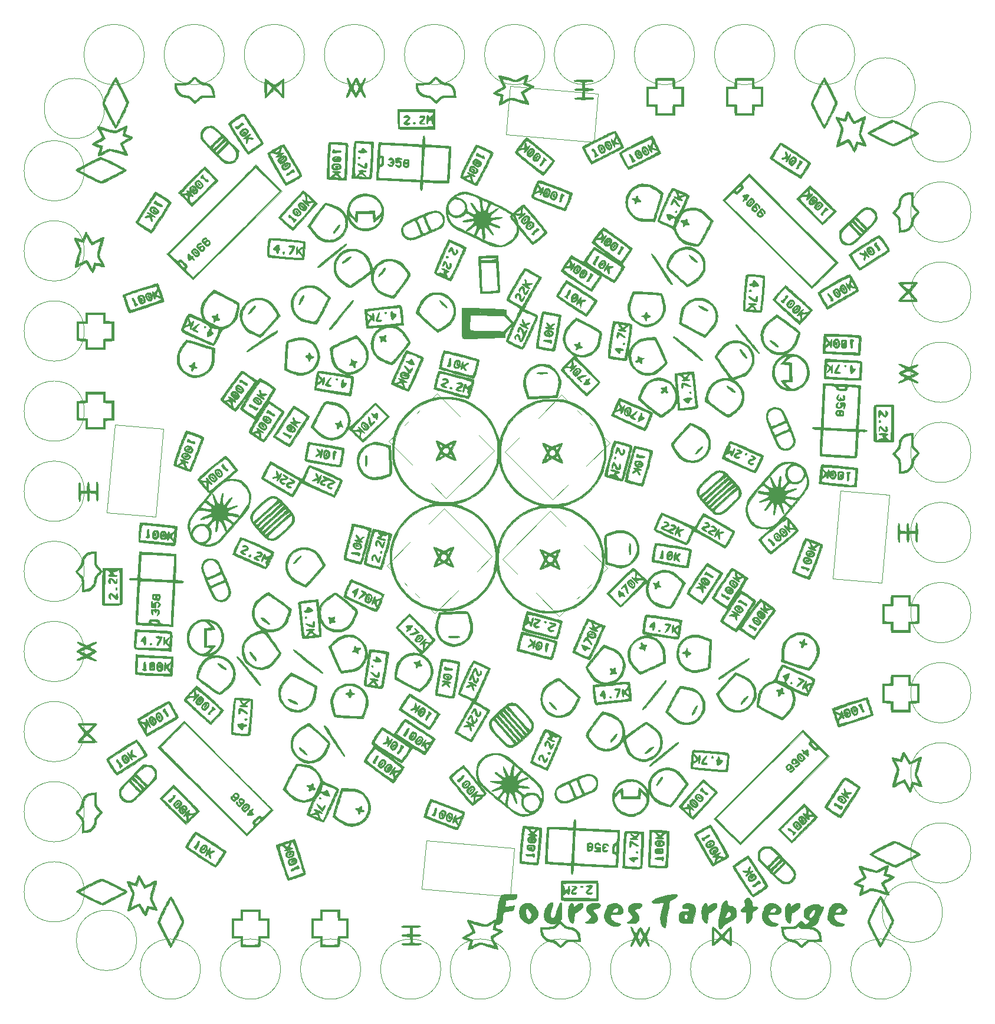
<source format=gbr>
%TF.GenerationSoftware,KiCad,Pcbnew,(5.1.7)-1*%
%TF.CreationDate,2021-05-19T11:47:01-05:00*%
%TF.ProjectId,FOURSES TARPTERGE,464f5552-5345-4532-9054-415250544552,rev?*%
%TF.SameCoordinates,Original*%
%TF.FileFunction,Legend,Top*%
%TF.FilePolarity,Positive*%
%FSLAX46Y46*%
G04 Gerber Fmt 4.6, Leading zero omitted, Abs format (unit mm)*
G04 Created by KiCad (PCBNEW (5.1.7)-1) date 2021-05-19 11:47:01*
%MOMM*%
%LPD*%
G01*
G04 APERTURE LIST*
%ADD10C,0.120000*%
%ADD11C,0.010000*%
%ADD12C,0.150000*%
G04 APERTURE END LIST*
D10*
%TO.C,REF\u002A\u002A*%
X346941758Y-60384119D02*
X353915120Y-60994209D01*
X346941758Y-60384119D02*
X345834880Y-73035791D01*
X353915120Y-60994209D02*
X352808242Y-73645881D01*
X345834880Y-73035791D02*
X352808242Y-73645881D01*
X342570000Y-127450000D02*
G75*
G03*
X342570000Y-127450000I-4320000J0D01*
G01*
D11*
%TO.C,G\u002A\u002A\u002A*%
G36*
X365630030Y-73068238D02*
G01*
X365509650Y-73203842D01*
X365361513Y-73366063D01*
X365249412Y-73487135D01*
X365163221Y-73581831D01*
X365048448Y-73710953D01*
X364909183Y-73869763D01*
X364749513Y-74053519D01*
X364573528Y-74257482D01*
X364385314Y-74476909D01*
X364188960Y-74707064D01*
X363988556Y-74943201D01*
X363788188Y-75180584D01*
X363758630Y-75215721D01*
X363481522Y-75544756D01*
X363234520Y-75836847D01*
X363015368Y-76094475D01*
X362821813Y-76320119D01*
X362651598Y-76516257D01*
X362502470Y-76685371D01*
X362372173Y-76829940D01*
X362258452Y-76952445D01*
X362159053Y-77055364D01*
X362071721Y-77141178D01*
X361994200Y-77212365D01*
X361924237Y-77271408D01*
X361859575Y-77320783D01*
X361818391Y-77349494D01*
X361504881Y-77532360D01*
X361176908Y-77668305D01*
X360829262Y-77759142D01*
X360517320Y-77801990D01*
X360122483Y-77811163D01*
X359734697Y-77769876D01*
X359354670Y-77678276D01*
X358983103Y-77536511D01*
X358788819Y-77440539D01*
X358655429Y-77359368D01*
X358503312Y-77250921D01*
X358346019Y-77126285D01*
X358197102Y-76996549D01*
X358070111Y-76872798D01*
X358003284Y-76797830D01*
X357907501Y-76659039D01*
X357810270Y-76477594D01*
X357714786Y-76261633D01*
X357624245Y-76019296D01*
X357541840Y-75758719D01*
X357470766Y-75488041D01*
X357446235Y-75378807D01*
X357407756Y-75176575D01*
X357387698Y-75004857D01*
X357386265Y-74846524D01*
X357403663Y-74684449D01*
X357440098Y-74501505D01*
X357457618Y-74428433D01*
X357496919Y-74276651D01*
X357532298Y-74160377D01*
X357569409Y-74065022D01*
X357613909Y-73975999D01*
X357669516Y-73881841D01*
X357804840Y-73673759D01*
X357975452Y-73429476D01*
X358181077Y-73149349D01*
X358421437Y-72833733D01*
X358696251Y-72482985D01*
X359005244Y-72097457D01*
X359348135Y-71677508D01*
X359724648Y-71223491D01*
X360097897Y-70779091D01*
X360276404Y-70567884D01*
X360448515Y-70364583D01*
X360610799Y-70173215D01*
X360759827Y-69997808D01*
X360892172Y-69842387D01*
X361004405Y-69710983D01*
X361093098Y-69607622D01*
X361154822Y-69536332D01*
X361180656Y-69507105D01*
X361487041Y-69181595D01*
X361775086Y-68902387D01*
X362044572Y-68669658D01*
X362295277Y-68483586D01*
X362526983Y-68344352D01*
X362708518Y-68263076D01*
X362854962Y-68221547D01*
X363036667Y-68189303D01*
X363238449Y-68168090D01*
X363445127Y-68159657D01*
X363584826Y-68162304D01*
X363784485Y-68175101D01*
X364000573Y-68194677D01*
X364220453Y-68219427D01*
X364431486Y-68247751D01*
X364621034Y-68278046D01*
X364776458Y-68308708D01*
X364818480Y-68318729D01*
X364919229Y-68345104D01*
X364994886Y-68369379D01*
X365058937Y-68398663D01*
X365124871Y-68440062D01*
X365206176Y-68500682D01*
X365209664Y-68503431D01*
X365016237Y-68733948D01*
X364955216Y-68686564D01*
X364898107Y-68649197D01*
X364836866Y-68615343D01*
X364807396Y-68600314D01*
X364599371Y-68516501D01*
X364354648Y-68453005D01*
X364083884Y-68411197D01*
X363797740Y-68392453D01*
X363506871Y-68398146D01*
X363348364Y-68412235D01*
X363023398Y-68464234D01*
X362739519Y-68541404D01*
X362492560Y-68645390D01*
X362278348Y-68777843D01*
X362146879Y-68887234D01*
X362046866Y-68983862D01*
X361923526Y-69108233D01*
X361781114Y-69255653D01*
X361623879Y-69421429D01*
X361456075Y-69600867D01*
X361281956Y-69789273D01*
X361105772Y-69981955D01*
X360931776Y-70174219D01*
X360764223Y-70361371D01*
X360607362Y-70538720D01*
X360465449Y-70701569D01*
X360342733Y-70845228D01*
X360243470Y-70965001D01*
X360171909Y-71056196D01*
X360138378Y-71103964D01*
X360076422Y-71202367D01*
X360331792Y-71438819D01*
X360516731Y-71600901D01*
X360692765Y-71737415D01*
X360742739Y-71770654D01*
X360575113Y-71970423D01*
X360466624Y-71881597D01*
X360347571Y-71790971D01*
X360227692Y-71705477D01*
X360116726Y-71632046D01*
X360024409Y-71577608D01*
X359960478Y-71549096D01*
X359957903Y-71548398D01*
X359903590Y-71538202D01*
X359854723Y-71540913D01*
X359805445Y-71561103D01*
X359749905Y-71603340D01*
X359682245Y-71672194D01*
X359596612Y-71772234D01*
X359487151Y-71908033D01*
X359470853Y-71928567D01*
X359381339Y-72042582D01*
X359304214Y-72142942D01*
X359244593Y-72222814D01*
X359207592Y-72275369D01*
X359197718Y-72293301D01*
X359222137Y-72305483D01*
X359288088Y-72324283D01*
X359386796Y-72347944D01*
X359509484Y-72374709D01*
X359647373Y-72402823D01*
X359791686Y-72430526D01*
X359933645Y-72456061D01*
X360064473Y-72477675D01*
X360175393Y-72493607D01*
X360229004Y-72499734D01*
X360413413Y-72511530D01*
X360557423Y-72505981D01*
X360668929Y-72482156D01*
X360755823Y-72439130D01*
X360758140Y-72437526D01*
X360821499Y-72385744D01*
X360852802Y-72335683D01*
X360850317Y-72280266D01*
X360812308Y-72212418D01*
X360737041Y-72125061D01*
X360663302Y-72050519D01*
X360575113Y-71970423D01*
X360742739Y-71770654D01*
X360855024Y-71845338D01*
X360998643Y-71921649D01*
X361118753Y-71963324D01*
X361187677Y-71970202D01*
X361255330Y-71954967D01*
X361299036Y-71914987D01*
X361318935Y-71846434D01*
X361315166Y-71745483D01*
X361287865Y-71608303D01*
X361237172Y-71431070D01*
X361210181Y-71347516D01*
X361166952Y-71214636D01*
X361123577Y-71077393D01*
X361086453Y-70956187D01*
X361070271Y-70901153D01*
X361044619Y-70799052D01*
X361021521Y-70684678D01*
X361002687Y-70570028D01*
X360989825Y-70467103D01*
X360984644Y-70387902D01*
X360988852Y-70344425D01*
X360990582Y-70341500D01*
X361021991Y-70336100D01*
X361066545Y-70379261D01*
X361124332Y-70471128D01*
X361195438Y-70611846D01*
X361279953Y-70801558D01*
X361306387Y-70864332D01*
X361394589Y-71071869D01*
X361469812Y-71238505D01*
X361535961Y-71371465D01*
X361596940Y-71477977D01*
X361656650Y-71565267D01*
X361718997Y-71640563D01*
X361735020Y-71657899D01*
X361777329Y-71694882D01*
X360780629Y-72882702D01*
X360737548Y-72865609D01*
X360660106Y-72847609D01*
X360605700Y-72836744D01*
X360437394Y-72805228D01*
X360249481Y-72772486D01*
X360052366Y-72740104D01*
X359856459Y-72709668D01*
X359672168Y-72682759D01*
X359509899Y-72660964D01*
X359380061Y-72645865D01*
X359313987Y-72640125D01*
X359171513Y-72636918D01*
X359044744Y-72649429D01*
X358929054Y-72681316D01*
X358819813Y-72736234D01*
X358712398Y-72817841D01*
X358602179Y-72929794D01*
X358484530Y-73075748D01*
X358354824Y-73259361D01*
X358208434Y-73484290D01*
X358171355Y-73543149D01*
X358030040Y-73775663D01*
X357918125Y-73977787D01*
X357832290Y-74158262D01*
X357769217Y-74325824D01*
X357725585Y-74489214D01*
X357698076Y-74657169D01*
X357684002Y-74826069D01*
X357681051Y-74945234D01*
X357682974Y-75083540D01*
X357689018Y-75231491D01*
X357698431Y-75379594D01*
X357710459Y-75518350D01*
X357724350Y-75638268D01*
X357739352Y-75729849D01*
X357754712Y-75783599D01*
X357760588Y-75792216D01*
X357800217Y-75802730D01*
X357848080Y-75771986D01*
X357906281Y-75697719D01*
X357976923Y-75577663D01*
X357999705Y-75534598D01*
X358149414Y-75286636D01*
X358320553Y-75081720D01*
X358518798Y-74914387D01*
X358749825Y-74779171D01*
X358816640Y-74748303D01*
X359014423Y-74679925D01*
X359227571Y-74638301D01*
X359438692Y-74625532D01*
X359630398Y-74643730D01*
X359648773Y-74647539D01*
X359831439Y-74685102D01*
X359975473Y-74705969D01*
X360091146Y-74707949D01*
X360188723Y-74688848D01*
X360261354Y-74654555D01*
X359945660Y-75030785D01*
X359879628Y-74979469D01*
X359818943Y-74945428D01*
X359748237Y-74919271D01*
X359697833Y-74904368D01*
X359519852Y-74875640D01*
X359317129Y-74879689D01*
X359102275Y-74914570D01*
X358887907Y-74978332D01*
X358709351Y-75056960D01*
X358574687Y-75146993D01*
X358453765Y-75272123D01*
X358341911Y-75438000D01*
X358254234Y-75607206D01*
X358183491Y-75758401D01*
X358132250Y-75872521D01*
X358098811Y-75958877D01*
X358081475Y-76026783D01*
X358078542Y-76085550D01*
X358088312Y-76144495D01*
X358109086Y-76212925D01*
X358131705Y-76278508D01*
X358177713Y-76398315D01*
X358231625Y-76519298D01*
X358283208Y-76618816D01*
X358292747Y-76634803D01*
X358447399Y-76842113D01*
X358627756Y-77008849D01*
X358828976Y-77133419D01*
X359046217Y-77214228D01*
X359274638Y-77249682D01*
X359509396Y-77238189D01*
X359745651Y-77178153D01*
X359834602Y-77142374D01*
X359924721Y-77101221D01*
X359990908Y-77065644D01*
X360045550Y-77025757D01*
X360101035Y-76971679D01*
X360169750Y-76893526D01*
X360217532Y-76836866D01*
X360297595Y-76740307D01*
X360351979Y-76668742D01*
X360388193Y-76608441D01*
X360413750Y-76545669D01*
X360436160Y-76466696D01*
X360449551Y-76412665D01*
X360482195Y-76196072D01*
X360471654Y-75980975D01*
X360417118Y-75755795D01*
X360400225Y-75706765D01*
X360334876Y-75537257D01*
X360272112Y-75404546D01*
X360203884Y-75295543D01*
X360122145Y-75197163D01*
X360032405Y-75108762D01*
X359945660Y-75030785D01*
X360261354Y-74654555D01*
X360278475Y-74646470D01*
X360370670Y-74578625D01*
X360475577Y-74483116D01*
X360491841Y-74467432D01*
X360631579Y-74320003D01*
X360745399Y-74175530D01*
X360832039Y-74038349D01*
X360890237Y-73912792D01*
X360918731Y-73803197D01*
X360916260Y-73713898D01*
X360881562Y-73649229D01*
X360813375Y-73613526D01*
X360741945Y-73608234D01*
X360663874Y-73618340D01*
X360550689Y-73642948D01*
X360399571Y-73682825D01*
X360207701Y-73738735D01*
X359972262Y-73811445D01*
X359842315Y-73852740D01*
X359645856Y-73914570D01*
X359492776Y-73959669D01*
X359378430Y-73988485D01*
X359298173Y-74001466D01*
X359247358Y-73999056D01*
X359221340Y-73981703D01*
X359215474Y-73949853D01*
X359222700Y-73912300D01*
X359248578Y-73869038D01*
X359305554Y-73821134D01*
X359397244Y-73766659D01*
X359527262Y-73703692D01*
X359699226Y-73630305D01*
X359904723Y-73549189D01*
X360144597Y-73450076D01*
X360352421Y-73349973D01*
X360525045Y-73251023D01*
X360659324Y-73155370D01*
X360752108Y-73065158D01*
X360800255Y-72982531D01*
X360806222Y-72935001D01*
X360799977Y-72904098D01*
X360780629Y-72882702D01*
X361777329Y-71694882D01*
X361826190Y-71737593D01*
X361903635Y-71768386D01*
X361967748Y-71750387D01*
X361990295Y-71728903D01*
X362002719Y-71710240D01*
X362015614Y-71681008D01*
X362030066Y-71636477D01*
X362047158Y-71571918D01*
X362067973Y-71482603D01*
X362093594Y-71363804D01*
X362125104Y-71210793D01*
X362163588Y-71018840D01*
X362210128Y-70783218D01*
X362229123Y-70686488D01*
X362255415Y-70557567D01*
X362281819Y-70436838D01*
X362305029Y-70338942D01*
X362319984Y-70283959D01*
X362353380Y-70208563D01*
X362390153Y-70179064D01*
X362426710Y-70197529D01*
X362438788Y-70215706D01*
X362450691Y-70268332D01*
X362454863Y-70364357D01*
X362451572Y-70496808D01*
X362441086Y-70658712D01*
X362423673Y-70843095D01*
X362410090Y-70960990D01*
X362389344Y-71202972D01*
X362388812Y-71419521D01*
X362408030Y-71604323D01*
X362446529Y-71751068D01*
X362472592Y-71807708D01*
X362513596Y-71873337D01*
X362553751Y-71914891D01*
X362597084Y-71929924D01*
X362647623Y-71915989D01*
X362709397Y-71870640D01*
X362786434Y-71791431D01*
X362882762Y-71675915D01*
X363002407Y-71521645D01*
X363052422Y-71455542D01*
X363217962Y-71241031D01*
X363358900Y-71069529D01*
X363474980Y-70941319D01*
X363565947Y-70856686D01*
X363625832Y-70818136D01*
X363682114Y-70816766D01*
X363711430Y-70831704D01*
X363733637Y-70862681D01*
X363736359Y-70906192D01*
X363717291Y-70966602D01*
X363674135Y-71048277D01*
X363604585Y-71155583D01*
X363506342Y-71292885D01*
X363379234Y-71461762D01*
X363233643Y-71655915D01*
X363119881Y-71816736D01*
X363035605Y-71948758D01*
X362978470Y-72056514D01*
X362946134Y-72144537D01*
X362936253Y-72217357D01*
X362946484Y-72279511D01*
X362950637Y-72290810D01*
X362978983Y-72331303D01*
X363027540Y-72353468D01*
X363101080Y-72356754D01*
X363204381Y-72340610D01*
X363342219Y-72304488D01*
X363519367Y-72247837D01*
X363617335Y-72214043D01*
X363801699Y-72150357D01*
X363948016Y-72102479D01*
X364065793Y-72067770D01*
X364164535Y-72043595D01*
X364253747Y-72027316D01*
X364322346Y-72018457D01*
X364432815Y-72011969D01*
X364495982Y-72021431D01*
X364512703Y-72045978D01*
X364483828Y-72084744D01*
X364410209Y-72136864D01*
X364292699Y-72201472D01*
X364132151Y-72277702D01*
X364017887Y-72327650D01*
X363775676Y-72434689D01*
X363578795Y-72530746D01*
X363423377Y-72618308D01*
X363305560Y-72699864D01*
X363221478Y-72777902D01*
X363167268Y-72854909D01*
X363153891Y-72883932D01*
X363139932Y-72920531D01*
X363133706Y-72950310D01*
X363140126Y-72975051D01*
X363164104Y-72996534D01*
X363210553Y-73016539D01*
X363284386Y-73036847D01*
X363390515Y-73059238D01*
X363533855Y-73085494D01*
X363719317Y-73117394D01*
X363866982Y-73142371D01*
X364107676Y-73185293D01*
X364301392Y-73225432D01*
X364451965Y-73264428D01*
X364563228Y-73303921D01*
X364639017Y-73345551D01*
X364683165Y-73390957D01*
X364699506Y-73441780D01*
X364693016Y-73495681D01*
X364674297Y-73541278D01*
X364643366Y-73573462D01*
X364594476Y-73592431D01*
X364521880Y-73598386D01*
X364419830Y-73591527D01*
X364282579Y-73572053D01*
X364104380Y-73540164D01*
X363999099Y-73519818D01*
X363740332Y-73472941D01*
X363527552Y-73443443D01*
X363358670Y-73431677D01*
X363231593Y-73437997D01*
X363144233Y-73462756D01*
X363094497Y-73506309D01*
X363080294Y-73569008D01*
X363099534Y-73651208D01*
X363107470Y-73670618D01*
X363126585Y-73709315D01*
X363152596Y-73748409D01*
X363190949Y-73793404D01*
X363247093Y-73849810D01*
X363326478Y-73923133D01*
X363434549Y-74018880D01*
X363559998Y-74128044D01*
X363724187Y-74270301D01*
X363541981Y-74487445D01*
X363427719Y-74400158D01*
X363303385Y-74311851D01*
X363180278Y-74230801D01*
X363069699Y-74165281D01*
X363056275Y-74158040D01*
X362947935Y-74107279D01*
X362830753Y-74063419D01*
X362716907Y-74029802D01*
X362618571Y-74009770D01*
X362547920Y-74006666D01*
X362526568Y-74012624D01*
X362509619Y-74032281D01*
X362504105Y-74069558D01*
X362511224Y-74128953D01*
X362532173Y-74214961D01*
X362568150Y-74332083D01*
X362620353Y-74484814D01*
X362689976Y-74677650D01*
X362738688Y-74809310D01*
X362799213Y-74975497D01*
X362854068Y-75132984D01*
X362900424Y-75273091D01*
X362935452Y-75387138D01*
X362956319Y-75466445D01*
X362960476Y-75489628D01*
X362974967Y-75613160D01*
X362898072Y-75611817D01*
X362846055Y-75603813D01*
X362802147Y-75576935D01*
X362760759Y-75523844D01*
X362716295Y-75437203D01*
X362663166Y-75309673D01*
X362658209Y-75297064D01*
X362561981Y-75059693D01*
X362474598Y-74863356D01*
X362391588Y-74699849D01*
X362308481Y-74560972D01*
X362220803Y-74438522D01*
X362133668Y-74334889D01*
X362037318Y-74239454D01*
X361956769Y-74186776D01*
X361890800Y-74178032D01*
X361838184Y-74214399D01*
X361797698Y-74297055D01*
X361768117Y-74427174D01*
X361748218Y-74605935D01*
X361741627Y-74711736D01*
X361724929Y-74939025D01*
X361699311Y-75148779D01*
X361666165Y-75335252D01*
X361626879Y-75492698D01*
X361582846Y-75615370D01*
X361535458Y-75697523D01*
X361494913Y-75730683D01*
X361447294Y-75742780D01*
X361427534Y-75739842D01*
X361404140Y-75691190D01*
X361391530Y-75595244D01*
X361389699Y-75454565D01*
X361398650Y-75271709D01*
X361418380Y-75049236D01*
X361427843Y-74962383D01*
X361445214Y-74794420D01*
X361458612Y-74634404D01*
X361467413Y-74492660D01*
X361470992Y-74379520D01*
X361468723Y-74305310D01*
X361467978Y-74299147D01*
X361443865Y-74192532D01*
X361405323Y-74124565D01*
X361350691Y-74095947D01*
X361278310Y-74107380D01*
X361186520Y-74159562D01*
X361073661Y-74253197D01*
X360938071Y-74388983D01*
X360778093Y-74567623D01*
X360747507Y-74603293D01*
X360648432Y-74721097D01*
X360578287Y-74809187D01*
X360531571Y-74875478D01*
X360502782Y-74927882D01*
X360486417Y-74974315D01*
X360484682Y-74981308D01*
X360476008Y-75034459D01*
X360481957Y-75082055D01*
X360507448Y-75138057D01*
X360557400Y-75216425D01*
X360578288Y-75246959D01*
X360655550Y-75371861D01*
X360711261Y-75495881D01*
X360746853Y-75628264D01*
X360763762Y-75778255D01*
X360763422Y-75955100D01*
X360747266Y-76168045D01*
X360736511Y-76267019D01*
X360707948Y-76471144D01*
X360670675Y-76636025D01*
X360618268Y-76773370D01*
X360544307Y-76894888D01*
X360442372Y-77012288D01*
X360306039Y-77137277D01*
X360220146Y-77208570D01*
X360094753Y-77313584D01*
X360007988Y-77394887D01*
X359956225Y-77457329D01*
X359935834Y-77505761D01*
X359943187Y-77545033D01*
X359955654Y-77562220D01*
X359984082Y-77581431D01*
X360032028Y-77591452D01*
X360108012Y-77592625D01*
X360220553Y-77585291D01*
X360312871Y-77576577D01*
X360552741Y-77545905D01*
X360763580Y-77502972D01*
X360966925Y-77442206D01*
X361184308Y-77358033D01*
X361225727Y-77340338D01*
X361325351Y-77295063D01*
X361418451Y-77246945D01*
X361508999Y-77192441D01*
X361600969Y-77128006D01*
X361698332Y-77050096D01*
X361805061Y-76955170D01*
X361925129Y-76839682D01*
X362062509Y-76700090D01*
X362221173Y-76532850D01*
X362405093Y-76334420D01*
X362618243Y-76101254D01*
X362632741Y-76085320D01*
X362779775Y-75921584D01*
X362930108Y-75750340D01*
X363079417Y-75576845D01*
X363223386Y-75406351D01*
X363357694Y-75244113D01*
X363478023Y-75095385D01*
X363580052Y-74965421D01*
X363659463Y-74859475D01*
X363711937Y-74782801D01*
X363729587Y-74751073D01*
X363733813Y-74692270D01*
X363695089Y-74625864D01*
X363634871Y-74565439D01*
X363541981Y-74487445D01*
X363724187Y-74270301D01*
X363967168Y-74480829D01*
X364032919Y-74425000D01*
X364135242Y-74328863D01*
X364261350Y-74195242D01*
X364407197Y-74029394D01*
X364568738Y-73836575D01*
X364741930Y-73622046D01*
X364922727Y-73391061D01*
X365107087Y-73148881D01*
X365290962Y-72900762D01*
X365470310Y-72651964D01*
X365641086Y-72407742D01*
X365799245Y-72173355D01*
X365940742Y-71954062D01*
X365970951Y-71905589D01*
X366073172Y-71731667D01*
X366144139Y-71590188D01*
X366186609Y-71475583D01*
X366189583Y-71464673D01*
X366227750Y-71239255D01*
X366234385Y-70984444D01*
X366210799Y-70709865D01*
X366158305Y-70425146D01*
X366078217Y-70139912D01*
X365971846Y-69863793D01*
X365971046Y-69861991D01*
X365912345Y-69736871D01*
X365852138Y-69626122D01*
X365784313Y-69521871D01*
X365702760Y-69416241D01*
X365601370Y-69301357D01*
X365474030Y-69169342D01*
X365314630Y-69012321D01*
X365303223Y-69001263D01*
X365182196Y-68884793D01*
X365089216Y-68797856D01*
X365016237Y-68733948D01*
X365209664Y-68503431D01*
X365291707Y-68568078D01*
X365592947Y-68836700D01*
X365848786Y-69128248D01*
X366059005Y-69442323D01*
X366223381Y-69778522D01*
X366341695Y-70136446D01*
X366413727Y-70515693D01*
X366425897Y-70629269D01*
X366435217Y-71011391D01*
X366396983Y-71399728D01*
X366312832Y-71787030D01*
X366184402Y-72166043D01*
X366013332Y-72529516D01*
X365984994Y-72580659D01*
X365930787Y-72672669D01*
X365873029Y-72761466D01*
X365806877Y-72853016D01*
X365727491Y-72953285D01*
X365630030Y-73068238D01*
G37*
X365630030Y-73068238D02*
X365509650Y-73203842D01*
X365361513Y-73366063D01*
X365249412Y-73487135D01*
X365163221Y-73581831D01*
X365048448Y-73710953D01*
X364909183Y-73869763D01*
X364749513Y-74053519D01*
X364573528Y-74257482D01*
X364385314Y-74476909D01*
X364188960Y-74707064D01*
X363988556Y-74943201D01*
X363788188Y-75180584D01*
X363758630Y-75215721D01*
X363481522Y-75544756D01*
X363234520Y-75836847D01*
X363015368Y-76094475D01*
X362821813Y-76320119D01*
X362651598Y-76516257D01*
X362502470Y-76685371D01*
X362372173Y-76829940D01*
X362258452Y-76952445D01*
X362159053Y-77055364D01*
X362071721Y-77141178D01*
X361994200Y-77212365D01*
X361924237Y-77271408D01*
X361859575Y-77320783D01*
X361818391Y-77349494D01*
X361504881Y-77532360D01*
X361176908Y-77668305D01*
X360829262Y-77759142D01*
X360517320Y-77801990D01*
X360122483Y-77811163D01*
X359734697Y-77769876D01*
X359354670Y-77678276D01*
X358983103Y-77536511D01*
X358788819Y-77440539D01*
X358655429Y-77359368D01*
X358503312Y-77250921D01*
X358346019Y-77126285D01*
X358197102Y-76996549D01*
X358070111Y-76872798D01*
X358003284Y-76797830D01*
X357907501Y-76659039D01*
X357810270Y-76477594D01*
X357714786Y-76261633D01*
X357624245Y-76019296D01*
X357541840Y-75758719D01*
X357470766Y-75488041D01*
X357446235Y-75378807D01*
X357407756Y-75176575D01*
X357387698Y-75004857D01*
X357386265Y-74846524D01*
X357403663Y-74684449D01*
X357440098Y-74501505D01*
X357457618Y-74428433D01*
X357496919Y-74276651D01*
X357532298Y-74160377D01*
X357569409Y-74065022D01*
X357613909Y-73975999D01*
X357669516Y-73881841D01*
X357804840Y-73673759D01*
X357975452Y-73429476D01*
X358181077Y-73149349D01*
X358421437Y-72833733D01*
X358696251Y-72482985D01*
X359005244Y-72097457D01*
X359348135Y-71677508D01*
X359724648Y-71223491D01*
X360097897Y-70779091D01*
X360276404Y-70567884D01*
X360448515Y-70364583D01*
X360610799Y-70173215D01*
X360759827Y-69997808D01*
X360892172Y-69842387D01*
X361004405Y-69710983D01*
X361093098Y-69607622D01*
X361154822Y-69536332D01*
X361180656Y-69507105D01*
X361487041Y-69181595D01*
X361775086Y-68902387D01*
X362044572Y-68669658D01*
X362295277Y-68483586D01*
X362526983Y-68344352D01*
X362708518Y-68263076D01*
X362854962Y-68221547D01*
X363036667Y-68189303D01*
X363238449Y-68168090D01*
X363445127Y-68159657D01*
X363584826Y-68162304D01*
X363784485Y-68175101D01*
X364000573Y-68194677D01*
X364220453Y-68219427D01*
X364431486Y-68247751D01*
X364621034Y-68278046D01*
X364776458Y-68308708D01*
X364818480Y-68318729D01*
X364919229Y-68345104D01*
X364994886Y-68369379D01*
X365058937Y-68398663D01*
X365124871Y-68440062D01*
X365206176Y-68500682D01*
X365209664Y-68503431D01*
X365016237Y-68733948D01*
X364955216Y-68686564D01*
X364898107Y-68649197D01*
X364836866Y-68615343D01*
X364807396Y-68600314D01*
X364599371Y-68516501D01*
X364354648Y-68453005D01*
X364083884Y-68411197D01*
X363797740Y-68392453D01*
X363506871Y-68398146D01*
X363348364Y-68412235D01*
X363023398Y-68464234D01*
X362739519Y-68541404D01*
X362492560Y-68645390D01*
X362278348Y-68777843D01*
X362146879Y-68887234D01*
X362046866Y-68983862D01*
X361923526Y-69108233D01*
X361781114Y-69255653D01*
X361623879Y-69421429D01*
X361456075Y-69600867D01*
X361281956Y-69789273D01*
X361105772Y-69981955D01*
X360931776Y-70174219D01*
X360764223Y-70361371D01*
X360607362Y-70538720D01*
X360465449Y-70701569D01*
X360342733Y-70845228D01*
X360243470Y-70965001D01*
X360171909Y-71056196D01*
X360138378Y-71103964D01*
X360076422Y-71202367D01*
X360331792Y-71438819D01*
X360516731Y-71600901D01*
X360692765Y-71737415D01*
X360742739Y-71770654D01*
X360575113Y-71970423D01*
X360466624Y-71881597D01*
X360347571Y-71790971D01*
X360227692Y-71705477D01*
X360116726Y-71632046D01*
X360024409Y-71577608D01*
X359960478Y-71549096D01*
X359957903Y-71548398D01*
X359903590Y-71538202D01*
X359854723Y-71540913D01*
X359805445Y-71561103D01*
X359749905Y-71603340D01*
X359682245Y-71672194D01*
X359596612Y-71772234D01*
X359487151Y-71908033D01*
X359470853Y-71928567D01*
X359381339Y-72042582D01*
X359304214Y-72142942D01*
X359244593Y-72222814D01*
X359207592Y-72275369D01*
X359197718Y-72293301D01*
X359222137Y-72305483D01*
X359288088Y-72324283D01*
X359386796Y-72347944D01*
X359509484Y-72374709D01*
X359647373Y-72402823D01*
X359791686Y-72430526D01*
X359933645Y-72456061D01*
X360064473Y-72477675D01*
X360175393Y-72493607D01*
X360229004Y-72499734D01*
X360413413Y-72511530D01*
X360557423Y-72505981D01*
X360668929Y-72482156D01*
X360755823Y-72439130D01*
X360758140Y-72437526D01*
X360821499Y-72385744D01*
X360852802Y-72335683D01*
X360850317Y-72280266D01*
X360812308Y-72212418D01*
X360737041Y-72125061D01*
X360663302Y-72050519D01*
X360575113Y-71970423D01*
X360742739Y-71770654D01*
X360855024Y-71845338D01*
X360998643Y-71921649D01*
X361118753Y-71963324D01*
X361187677Y-71970202D01*
X361255330Y-71954967D01*
X361299036Y-71914987D01*
X361318935Y-71846434D01*
X361315166Y-71745483D01*
X361287865Y-71608303D01*
X361237172Y-71431070D01*
X361210181Y-71347516D01*
X361166952Y-71214636D01*
X361123577Y-71077393D01*
X361086453Y-70956187D01*
X361070271Y-70901153D01*
X361044619Y-70799052D01*
X361021521Y-70684678D01*
X361002687Y-70570028D01*
X360989825Y-70467103D01*
X360984644Y-70387902D01*
X360988852Y-70344425D01*
X360990582Y-70341500D01*
X361021991Y-70336100D01*
X361066545Y-70379261D01*
X361124332Y-70471128D01*
X361195438Y-70611846D01*
X361279953Y-70801558D01*
X361306387Y-70864332D01*
X361394589Y-71071869D01*
X361469812Y-71238505D01*
X361535961Y-71371465D01*
X361596940Y-71477977D01*
X361656650Y-71565267D01*
X361718997Y-71640563D01*
X361735020Y-71657899D01*
X361777329Y-71694882D01*
X360780629Y-72882702D01*
X360737548Y-72865609D01*
X360660106Y-72847609D01*
X360605700Y-72836744D01*
X360437394Y-72805228D01*
X360249481Y-72772486D01*
X360052366Y-72740104D01*
X359856459Y-72709668D01*
X359672168Y-72682759D01*
X359509899Y-72660964D01*
X359380061Y-72645865D01*
X359313987Y-72640125D01*
X359171513Y-72636918D01*
X359044744Y-72649429D01*
X358929054Y-72681316D01*
X358819813Y-72736234D01*
X358712398Y-72817841D01*
X358602179Y-72929794D01*
X358484530Y-73075748D01*
X358354824Y-73259361D01*
X358208434Y-73484290D01*
X358171355Y-73543149D01*
X358030040Y-73775663D01*
X357918125Y-73977787D01*
X357832290Y-74158262D01*
X357769217Y-74325824D01*
X357725585Y-74489214D01*
X357698076Y-74657169D01*
X357684002Y-74826069D01*
X357681051Y-74945234D01*
X357682974Y-75083540D01*
X357689018Y-75231491D01*
X357698431Y-75379594D01*
X357710459Y-75518350D01*
X357724350Y-75638268D01*
X357739352Y-75729849D01*
X357754712Y-75783599D01*
X357760588Y-75792216D01*
X357800217Y-75802730D01*
X357848080Y-75771986D01*
X357906281Y-75697719D01*
X357976923Y-75577663D01*
X357999705Y-75534598D01*
X358149414Y-75286636D01*
X358320553Y-75081720D01*
X358518798Y-74914387D01*
X358749825Y-74779171D01*
X358816640Y-74748303D01*
X359014423Y-74679925D01*
X359227571Y-74638301D01*
X359438692Y-74625532D01*
X359630398Y-74643730D01*
X359648773Y-74647539D01*
X359831439Y-74685102D01*
X359975473Y-74705969D01*
X360091146Y-74707949D01*
X360188723Y-74688848D01*
X360261354Y-74654555D01*
X359945660Y-75030785D01*
X359879628Y-74979469D01*
X359818943Y-74945428D01*
X359748237Y-74919271D01*
X359697833Y-74904368D01*
X359519852Y-74875640D01*
X359317129Y-74879689D01*
X359102275Y-74914570D01*
X358887907Y-74978332D01*
X358709351Y-75056960D01*
X358574687Y-75146993D01*
X358453765Y-75272123D01*
X358341911Y-75438000D01*
X358254234Y-75607206D01*
X358183491Y-75758401D01*
X358132250Y-75872521D01*
X358098811Y-75958877D01*
X358081475Y-76026783D01*
X358078542Y-76085550D01*
X358088312Y-76144495D01*
X358109086Y-76212925D01*
X358131705Y-76278508D01*
X358177713Y-76398315D01*
X358231625Y-76519298D01*
X358283208Y-76618816D01*
X358292747Y-76634803D01*
X358447399Y-76842113D01*
X358627756Y-77008849D01*
X358828976Y-77133419D01*
X359046217Y-77214228D01*
X359274638Y-77249682D01*
X359509396Y-77238189D01*
X359745651Y-77178153D01*
X359834602Y-77142374D01*
X359924721Y-77101221D01*
X359990908Y-77065644D01*
X360045550Y-77025757D01*
X360101035Y-76971679D01*
X360169750Y-76893526D01*
X360217532Y-76836866D01*
X360297595Y-76740307D01*
X360351979Y-76668742D01*
X360388193Y-76608441D01*
X360413750Y-76545669D01*
X360436160Y-76466696D01*
X360449551Y-76412665D01*
X360482195Y-76196072D01*
X360471654Y-75980975D01*
X360417118Y-75755795D01*
X360400225Y-75706765D01*
X360334876Y-75537257D01*
X360272112Y-75404546D01*
X360203884Y-75295543D01*
X360122145Y-75197163D01*
X360032405Y-75108762D01*
X359945660Y-75030785D01*
X360261354Y-74654555D01*
X360278475Y-74646470D01*
X360370670Y-74578625D01*
X360475577Y-74483116D01*
X360491841Y-74467432D01*
X360631579Y-74320003D01*
X360745399Y-74175530D01*
X360832039Y-74038349D01*
X360890237Y-73912792D01*
X360918731Y-73803197D01*
X360916260Y-73713898D01*
X360881562Y-73649229D01*
X360813375Y-73613526D01*
X360741945Y-73608234D01*
X360663874Y-73618340D01*
X360550689Y-73642948D01*
X360399571Y-73682825D01*
X360207701Y-73738735D01*
X359972262Y-73811445D01*
X359842315Y-73852740D01*
X359645856Y-73914570D01*
X359492776Y-73959669D01*
X359378430Y-73988485D01*
X359298173Y-74001466D01*
X359247358Y-73999056D01*
X359221340Y-73981703D01*
X359215474Y-73949853D01*
X359222700Y-73912300D01*
X359248578Y-73869038D01*
X359305554Y-73821134D01*
X359397244Y-73766659D01*
X359527262Y-73703692D01*
X359699226Y-73630305D01*
X359904723Y-73549189D01*
X360144597Y-73450076D01*
X360352421Y-73349973D01*
X360525045Y-73251023D01*
X360659324Y-73155370D01*
X360752108Y-73065158D01*
X360800255Y-72982531D01*
X360806222Y-72935001D01*
X360799977Y-72904098D01*
X360780629Y-72882702D01*
X361777329Y-71694882D01*
X361826190Y-71737593D01*
X361903635Y-71768386D01*
X361967748Y-71750387D01*
X361990295Y-71728903D01*
X362002719Y-71710240D01*
X362015614Y-71681008D01*
X362030066Y-71636477D01*
X362047158Y-71571918D01*
X362067973Y-71482603D01*
X362093594Y-71363804D01*
X362125104Y-71210793D01*
X362163588Y-71018840D01*
X362210128Y-70783218D01*
X362229123Y-70686488D01*
X362255415Y-70557567D01*
X362281819Y-70436838D01*
X362305029Y-70338942D01*
X362319984Y-70283959D01*
X362353380Y-70208563D01*
X362390153Y-70179064D01*
X362426710Y-70197529D01*
X362438788Y-70215706D01*
X362450691Y-70268332D01*
X362454863Y-70364357D01*
X362451572Y-70496808D01*
X362441086Y-70658712D01*
X362423673Y-70843095D01*
X362410090Y-70960990D01*
X362389344Y-71202972D01*
X362388812Y-71419521D01*
X362408030Y-71604323D01*
X362446529Y-71751068D01*
X362472592Y-71807708D01*
X362513596Y-71873337D01*
X362553751Y-71914891D01*
X362597084Y-71929924D01*
X362647623Y-71915989D01*
X362709397Y-71870640D01*
X362786434Y-71791431D01*
X362882762Y-71675915D01*
X363002407Y-71521645D01*
X363052422Y-71455542D01*
X363217962Y-71241031D01*
X363358900Y-71069529D01*
X363474980Y-70941319D01*
X363565947Y-70856686D01*
X363625832Y-70818136D01*
X363682114Y-70816766D01*
X363711430Y-70831704D01*
X363733637Y-70862681D01*
X363736359Y-70906192D01*
X363717291Y-70966602D01*
X363674135Y-71048277D01*
X363604585Y-71155583D01*
X363506342Y-71292885D01*
X363379234Y-71461762D01*
X363233643Y-71655915D01*
X363119881Y-71816736D01*
X363035605Y-71948758D01*
X362978470Y-72056514D01*
X362946134Y-72144537D01*
X362936253Y-72217357D01*
X362946484Y-72279511D01*
X362950637Y-72290810D01*
X362978983Y-72331303D01*
X363027540Y-72353468D01*
X363101080Y-72356754D01*
X363204381Y-72340610D01*
X363342219Y-72304488D01*
X363519367Y-72247837D01*
X363617335Y-72214043D01*
X363801699Y-72150357D01*
X363948016Y-72102479D01*
X364065793Y-72067770D01*
X364164535Y-72043595D01*
X364253747Y-72027316D01*
X364322346Y-72018457D01*
X364432815Y-72011969D01*
X364495982Y-72021431D01*
X364512703Y-72045978D01*
X364483828Y-72084744D01*
X364410209Y-72136864D01*
X364292699Y-72201472D01*
X364132151Y-72277702D01*
X364017887Y-72327650D01*
X363775676Y-72434689D01*
X363578795Y-72530746D01*
X363423377Y-72618308D01*
X363305560Y-72699864D01*
X363221478Y-72777902D01*
X363167268Y-72854909D01*
X363153891Y-72883932D01*
X363139932Y-72920531D01*
X363133706Y-72950310D01*
X363140126Y-72975051D01*
X363164104Y-72996534D01*
X363210553Y-73016539D01*
X363284386Y-73036847D01*
X363390515Y-73059238D01*
X363533855Y-73085494D01*
X363719317Y-73117394D01*
X363866982Y-73142371D01*
X364107676Y-73185293D01*
X364301392Y-73225432D01*
X364451965Y-73264428D01*
X364563228Y-73303921D01*
X364639017Y-73345551D01*
X364683165Y-73390957D01*
X364699506Y-73441780D01*
X364693016Y-73495681D01*
X364674297Y-73541278D01*
X364643366Y-73573462D01*
X364594476Y-73592431D01*
X364521880Y-73598386D01*
X364419830Y-73591527D01*
X364282579Y-73572053D01*
X364104380Y-73540164D01*
X363999099Y-73519818D01*
X363740332Y-73472941D01*
X363527552Y-73443443D01*
X363358670Y-73431677D01*
X363231593Y-73437997D01*
X363144233Y-73462756D01*
X363094497Y-73506309D01*
X363080294Y-73569008D01*
X363099534Y-73651208D01*
X363107470Y-73670618D01*
X363126585Y-73709315D01*
X363152596Y-73748409D01*
X363190949Y-73793404D01*
X363247093Y-73849810D01*
X363326478Y-73923133D01*
X363434549Y-74018880D01*
X363559998Y-74128044D01*
X363724187Y-74270301D01*
X363541981Y-74487445D01*
X363427719Y-74400158D01*
X363303385Y-74311851D01*
X363180278Y-74230801D01*
X363069699Y-74165281D01*
X363056275Y-74158040D01*
X362947935Y-74107279D01*
X362830753Y-74063419D01*
X362716907Y-74029802D01*
X362618571Y-74009770D01*
X362547920Y-74006666D01*
X362526568Y-74012624D01*
X362509619Y-74032281D01*
X362504105Y-74069558D01*
X362511224Y-74128953D01*
X362532173Y-74214961D01*
X362568150Y-74332083D01*
X362620353Y-74484814D01*
X362689976Y-74677650D01*
X362738688Y-74809310D01*
X362799213Y-74975497D01*
X362854068Y-75132984D01*
X362900424Y-75273091D01*
X362935452Y-75387138D01*
X362956319Y-75466445D01*
X362960476Y-75489628D01*
X362974967Y-75613160D01*
X362898072Y-75611817D01*
X362846055Y-75603813D01*
X362802147Y-75576935D01*
X362760759Y-75523844D01*
X362716295Y-75437203D01*
X362663166Y-75309673D01*
X362658209Y-75297064D01*
X362561981Y-75059693D01*
X362474598Y-74863356D01*
X362391588Y-74699849D01*
X362308481Y-74560972D01*
X362220803Y-74438522D01*
X362133668Y-74334889D01*
X362037318Y-74239454D01*
X361956769Y-74186776D01*
X361890800Y-74178032D01*
X361838184Y-74214399D01*
X361797698Y-74297055D01*
X361768117Y-74427174D01*
X361748218Y-74605935D01*
X361741627Y-74711736D01*
X361724929Y-74939025D01*
X361699311Y-75148779D01*
X361666165Y-75335252D01*
X361626879Y-75492698D01*
X361582846Y-75615370D01*
X361535458Y-75697523D01*
X361494913Y-75730683D01*
X361447294Y-75742780D01*
X361427534Y-75739842D01*
X361404140Y-75691190D01*
X361391530Y-75595244D01*
X361389699Y-75454565D01*
X361398650Y-75271709D01*
X361418380Y-75049236D01*
X361427843Y-74962383D01*
X361445214Y-74794420D01*
X361458612Y-74634404D01*
X361467413Y-74492660D01*
X361470992Y-74379520D01*
X361468723Y-74305310D01*
X361467978Y-74299147D01*
X361443865Y-74192532D01*
X361405323Y-74124565D01*
X361350691Y-74095947D01*
X361278310Y-74107380D01*
X361186520Y-74159562D01*
X361073661Y-74253197D01*
X360938071Y-74388983D01*
X360778093Y-74567623D01*
X360747507Y-74603293D01*
X360648432Y-74721097D01*
X360578287Y-74809187D01*
X360531571Y-74875478D01*
X360502782Y-74927882D01*
X360486417Y-74974315D01*
X360484682Y-74981308D01*
X360476008Y-75034459D01*
X360481957Y-75082055D01*
X360507448Y-75138057D01*
X360557400Y-75216425D01*
X360578288Y-75246959D01*
X360655550Y-75371861D01*
X360711261Y-75495881D01*
X360746853Y-75628264D01*
X360763762Y-75778255D01*
X360763422Y-75955100D01*
X360747266Y-76168045D01*
X360736511Y-76267019D01*
X360707948Y-76471144D01*
X360670675Y-76636025D01*
X360618268Y-76773370D01*
X360544307Y-76894888D01*
X360442372Y-77012288D01*
X360306039Y-77137277D01*
X360220146Y-77208570D01*
X360094753Y-77313584D01*
X360007988Y-77394887D01*
X359956225Y-77457329D01*
X359935834Y-77505761D01*
X359943187Y-77545033D01*
X359955654Y-77562220D01*
X359984082Y-77581431D01*
X360032028Y-77591452D01*
X360108012Y-77592625D01*
X360220553Y-77585291D01*
X360312871Y-77576577D01*
X360552741Y-77545905D01*
X360763580Y-77502972D01*
X360966925Y-77442206D01*
X361184308Y-77358033D01*
X361225727Y-77340338D01*
X361325351Y-77295063D01*
X361418451Y-77246945D01*
X361508999Y-77192441D01*
X361600969Y-77128006D01*
X361698332Y-77050096D01*
X361805061Y-76955170D01*
X361925129Y-76839682D01*
X362062509Y-76700090D01*
X362221173Y-76532850D01*
X362405093Y-76334420D01*
X362618243Y-76101254D01*
X362632741Y-76085320D01*
X362779775Y-75921584D01*
X362930108Y-75750340D01*
X363079417Y-75576845D01*
X363223386Y-75406351D01*
X363357694Y-75244113D01*
X363478023Y-75095385D01*
X363580052Y-74965421D01*
X363659463Y-74859475D01*
X363711937Y-74782801D01*
X363729587Y-74751073D01*
X363733813Y-74692270D01*
X363695089Y-74625864D01*
X363634871Y-74565439D01*
X363541981Y-74487445D01*
X363724187Y-74270301D01*
X363967168Y-74480829D01*
X364032919Y-74425000D01*
X364135242Y-74328863D01*
X364261350Y-74195242D01*
X364407197Y-74029394D01*
X364568738Y-73836575D01*
X364741930Y-73622046D01*
X364922727Y-73391061D01*
X365107087Y-73148881D01*
X365290962Y-72900762D01*
X365470310Y-72651964D01*
X365641086Y-72407742D01*
X365799245Y-72173355D01*
X365940742Y-71954062D01*
X365970951Y-71905589D01*
X366073172Y-71731667D01*
X366144139Y-71590188D01*
X366186609Y-71475583D01*
X366189583Y-71464673D01*
X366227750Y-71239255D01*
X366234385Y-70984444D01*
X366210799Y-70709865D01*
X366158305Y-70425146D01*
X366078217Y-70139912D01*
X365971846Y-69863793D01*
X365971046Y-69861991D01*
X365912345Y-69736871D01*
X365852138Y-69626122D01*
X365784313Y-69521871D01*
X365702760Y-69416241D01*
X365601370Y-69301357D01*
X365474030Y-69169342D01*
X365314630Y-69012321D01*
X365303223Y-69001263D01*
X365182196Y-68884793D01*
X365089216Y-68797856D01*
X365016237Y-68733948D01*
X365209664Y-68503431D01*
X365291707Y-68568078D01*
X365592947Y-68836700D01*
X365848786Y-69128248D01*
X366059005Y-69442323D01*
X366223381Y-69778522D01*
X366341695Y-70136446D01*
X366413727Y-70515693D01*
X366425897Y-70629269D01*
X366435217Y-71011391D01*
X366396983Y-71399728D01*
X366312832Y-71787030D01*
X366184402Y-72166043D01*
X366013332Y-72529516D01*
X365984994Y-72580659D01*
X365930787Y-72672669D01*
X365873029Y-72761466D01*
X365806877Y-72853016D01*
X365727491Y-72953285D01*
X365630030Y-73068238D01*
D10*
%TO.C,REF\u002A\u002A*%
X342570000Y-46950000D02*
G75*
G03*
X342570000Y-46950000I-4320000J0D01*
G01*
X342570000Y-81450000D02*
G75*
G03*
X342570000Y-81450000I-4320000J0D01*
G01*
X382240000Y-138540000D02*
G75*
G03*
X382240000Y-138540000I-4320000J0D01*
G01*
X345460000Y-15010000D02*
G75*
G03*
X345460000Y-15010000I-4320000J0D01*
G01*
X342570000Y-23950000D02*
G75*
G03*
X342570000Y-23950000I-4320000J0D01*
G01*
X342570000Y-35450000D02*
G75*
G03*
X342570000Y-35450000I-4320000J0D01*
G01*
X458115120Y-70469209D02*
X451141758Y-69859119D01*
X450034880Y-82510791D02*
X451141758Y-69859119D01*
X457008242Y-83120881D02*
X458115120Y-70469209D01*
X457008242Y-83120881D02*
X450034880Y-82510791D01*
D11*
%TO.C,*%
G36*
X427415167Y-127818493D02*
G01*
X427548021Y-127831318D01*
X427634044Y-127855763D01*
X427674991Y-127894044D01*
X427672617Y-127948373D01*
X427628677Y-128020966D01*
X427544924Y-128114036D01*
X427503178Y-128155084D01*
X427375015Y-128268911D01*
X427230814Y-128381627D01*
X427082219Y-128485313D01*
X426940871Y-128572055D01*
X426818412Y-128633934D01*
X426773538Y-128651237D01*
X426694060Y-128678838D01*
X426630940Y-128702551D01*
X426610806Y-128711124D01*
X426578027Y-128741489D01*
X426550768Y-128801419D01*
X426528070Y-128895564D01*
X426508980Y-129028572D01*
X426492541Y-129205091D01*
X426483900Y-129328362D01*
X426471518Y-129510433D01*
X426459289Y-129654515D01*
X426445163Y-129773424D01*
X426427090Y-129879973D01*
X426403020Y-129986978D01*
X426370903Y-130107252D01*
X426344612Y-130199059D01*
X426298664Y-130377242D01*
X426255763Y-130586375D01*
X426215159Y-130831108D01*
X426176102Y-131116092D01*
X426137840Y-131445978D01*
X426127211Y-131546606D01*
X426099665Y-131789189D01*
X426069908Y-132009428D01*
X426038951Y-132201590D01*
X426007805Y-132359940D01*
X425977482Y-132478745D01*
X425950138Y-132550176D01*
X425912331Y-132591071D01*
X425857450Y-132596160D01*
X425779315Y-132564656D01*
X425705566Y-132519129D01*
X425617908Y-132449975D01*
X425533661Y-132367446D01*
X425500111Y-132327540D01*
X425423879Y-132197397D01*
X425358496Y-132027144D01*
X425305946Y-131826743D01*
X425268214Y-131606156D01*
X425247284Y-131375346D01*
X425245142Y-131144273D01*
X425249055Y-131067286D01*
X425262330Y-130902354D01*
X425279748Y-130760144D01*
X425304408Y-130625088D01*
X425339407Y-130481621D01*
X425387844Y-130314174D01*
X425418836Y-130214157D01*
X425469435Y-130047452D01*
X425521464Y-129865859D01*
X425572268Y-129679638D01*
X425619194Y-129499050D01*
X425659589Y-129334354D01*
X425690799Y-129195810D01*
X425710173Y-129093679D01*
X425712267Y-129079449D01*
X425720209Y-129008040D01*
X425715828Y-128975376D01*
X425695697Y-128970136D01*
X425680280Y-128973795D01*
X425622144Y-128983958D01*
X425522771Y-128994595D01*
X425391767Y-129005195D01*
X425238734Y-129015248D01*
X425073279Y-129024241D01*
X424905006Y-129031664D01*
X424743518Y-129037005D01*
X424598422Y-129039753D01*
X424479321Y-129039398D01*
X424457859Y-129038861D01*
X424322131Y-129033655D01*
X424226710Y-129026529D01*
X424161054Y-129015742D01*
X424114618Y-128999555D01*
X424076860Y-128976229D01*
X424076477Y-128975944D01*
X424019231Y-128923356D01*
X424000388Y-128872993D01*
X424021175Y-128815778D01*
X424082815Y-128742634D01*
X424111845Y-128713922D01*
X424246040Y-128607239D01*
X424424643Y-128500196D01*
X424641260Y-128394635D01*
X424889495Y-128292398D01*
X425162955Y-128195324D01*
X425455243Y-128105256D01*
X425759967Y-128024034D01*
X426070729Y-127953500D01*
X426381137Y-127895495D01*
X426684794Y-127851860D01*
X426975307Y-127824436D01*
X427233728Y-127815075D01*
X427415167Y-127818493D01*
G37*
X427415167Y-127818493D02*
X427548021Y-127831318D01*
X427634044Y-127855763D01*
X427674991Y-127894044D01*
X427672617Y-127948373D01*
X427628677Y-128020966D01*
X427544924Y-128114036D01*
X427503178Y-128155084D01*
X427375015Y-128268911D01*
X427230814Y-128381627D01*
X427082219Y-128485313D01*
X426940871Y-128572055D01*
X426818412Y-128633934D01*
X426773538Y-128651237D01*
X426694060Y-128678838D01*
X426630940Y-128702551D01*
X426610806Y-128711124D01*
X426578027Y-128741489D01*
X426550768Y-128801419D01*
X426528070Y-128895564D01*
X426508980Y-129028572D01*
X426492541Y-129205091D01*
X426483900Y-129328362D01*
X426471518Y-129510433D01*
X426459289Y-129654515D01*
X426445163Y-129773424D01*
X426427090Y-129879973D01*
X426403020Y-129986978D01*
X426370903Y-130107252D01*
X426344612Y-130199059D01*
X426298664Y-130377242D01*
X426255763Y-130586375D01*
X426215159Y-130831108D01*
X426176102Y-131116092D01*
X426137840Y-131445978D01*
X426127211Y-131546606D01*
X426099665Y-131789189D01*
X426069908Y-132009428D01*
X426038951Y-132201590D01*
X426007805Y-132359940D01*
X425977482Y-132478745D01*
X425950138Y-132550176D01*
X425912331Y-132591071D01*
X425857450Y-132596160D01*
X425779315Y-132564656D01*
X425705566Y-132519129D01*
X425617908Y-132449975D01*
X425533661Y-132367446D01*
X425500111Y-132327540D01*
X425423879Y-132197397D01*
X425358496Y-132027144D01*
X425305946Y-131826743D01*
X425268214Y-131606156D01*
X425247284Y-131375346D01*
X425245142Y-131144273D01*
X425249055Y-131067286D01*
X425262330Y-130902354D01*
X425279748Y-130760144D01*
X425304408Y-130625088D01*
X425339407Y-130481621D01*
X425387844Y-130314174D01*
X425418836Y-130214157D01*
X425469435Y-130047452D01*
X425521464Y-129865859D01*
X425572268Y-129679638D01*
X425619194Y-129499050D01*
X425659589Y-129334354D01*
X425690799Y-129195810D01*
X425710173Y-129093679D01*
X425712267Y-129079449D01*
X425720209Y-129008040D01*
X425715828Y-128975376D01*
X425695697Y-128970136D01*
X425680280Y-128973795D01*
X425622144Y-128983958D01*
X425522771Y-128994595D01*
X425391767Y-129005195D01*
X425238734Y-129015248D01*
X425073279Y-129024241D01*
X424905006Y-129031664D01*
X424743518Y-129037005D01*
X424598422Y-129039753D01*
X424479321Y-129039398D01*
X424457859Y-129038861D01*
X424322131Y-129033655D01*
X424226710Y-129026529D01*
X424161054Y-129015742D01*
X424114618Y-128999555D01*
X424076860Y-128976229D01*
X424076477Y-128975944D01*
X424019231Y-128923356D01*
X424000388Y-128872993D01*
X424021175Y-128815778D01*
X424082815Y-128742634D01*
X424111845Y-128713922D01*
X424246040Y-128607239D01*
X424424643Y-128500196D01*
X424641260Y-128394635D01*
X424889495Y-128292398D01*
X425162955Y-128195324D01*
X425455243Y-128105256D01*
X425759967Y-128024034D01*
X426070729Y-127953500D01*
X426381137Y-127895495D01*
X426684794Y-127851860D01*
X426975307Y-127824436D01*
X427233728Y-127815075D01*
X427415167Y-127818493D01*
G36*
X441401004Y-129087058D02*
G01*
X441563091Y-129108832D01*
X441706873Y-129150987D01*
X441847966Y-129217958D01*
X441985301Y-129302948D01*
X442171937Y-129445360D01*
X442325886Y-129598955D01*
X442444475Y-129758760D01*
X442525030Y-129919803D01*
X442564879Y-130077114D01*
X442561347Y-130225721D01*
X442532374Y-130320234D01*
X442462809Y-130434810D01*
X442363257Y-130527887D01*
X442230716Y-130600377D01*
X442062186Y-130653194D01*
X441854666Y-130687253D01*
X441605153Y-130703466D01*
X441310647Y-130702747D01*
X441278924Y-130701789D01*
X441123393Y-130697121D01*
X441010254Y-130695204D01*
X440931092Y-130696709D01*
X440877491Y-130702308D01*
X440841034Y-130712673D01*
X440813307Y-130728476D01*
X440798193Y-130740166D01*
X440762642Y-130775603D01*
X440743461Y-130818605D01*
X440735881Y-130885223D01*
X440734924Y-130953219D01*
X440740857Y-131055502D01*
X440755873Y-131151399D01*
X440770725Y-131203363D01*
X440851512Y-131351918D01*
X440970070Y-131497938D01*
X441114565Y-131627705D01*
X441172424Y-131668980D01*
X441328560Y-131763556D01*
X441485119Y-131836979D01*
X441659727Y-131896479D01*
X441838010Y-131942085D01*
X441979835Y-131977140D01*
X442077605Y-132008305D01*
X442137661Y-132038473D01*
X442166343Y-132070536D01*
X442171166Y-132094082D01*
X442148481Y-132153334D01*
X442088173Y-132215709D01*
X442001866Y-132271651D01*
X441909599Y-132309185D01*
X441792138Y-132333983D01*
X441641888Y-132351244D01*
X441476475Y-132360076D01*
X441313524Y-132359587D01*
X441170662Y-132348885D01*
X441158122Y-132347214D01*
X440916208Y-132292980D01*
X440680404Y-132201863D01*
X440462671Y-132080065D01*
X440274969Y-131933786D01*
X440188003Y-131844150D01*
X440039314Y-131634510D01*
X439929827Y-131397299D01*
X439861832Y-131139921D01*
X439837622Y-130869782D01*
X439842926Y-130728817D01*
X439857448Y-130583534D01*
X439876664Y-130474045D01*
X439904955Y-130385295D01*
X439946696Y-130302226D01*
X439954002Y-130290595D01*
X440956507Y-130290595D01*
X440968227Y-130335504D01*
X441023439Y-130381204D01*
X441115048Y-130414061D01*
X441229989Y-130433026D01*
X441355194Y-130437049D01*
X441477599Y-130425081D01*
X441584135Y-130396073D01*
X441605457Y-130386669D01*
X441728047Y-130301942D01*
X441809921Y-130187297D01*
X441849610Y-130045146D01*
X441853348Y-129979149D01*
X441849078Y-129885680D01*
X441832899Y-129824700D01*
X441799761Y-129778312D01*
X441795423Y-129773889D01*
X441712653Y-129725007D01*
X441608100Y-129717258D01*
X441487171Y-129748805D01*
X441355274Y-129817810D01*
X441217816Y-129922436D01*
X441139620Y-129996725D01*
X441039437Y-130111552D01*
X440977767Y-130210760D01*
X440956507Y-130290595D01*
X439954002Y-130290595D01*
X439984435Y-130242151D01*
X440026949Y-130164460D01*
X440074981Y-130055758D01*
X440120850Y-129934138D01*
X440140311Y-129874981D01*
X440212004Y-129677010D01*
X440293588Y-129519632D01*
X440391400Y-129392713D01*
X440505801Y-129290614D01*
X440634876Y-129202673D01*
X440759391Y-129142044D01*
X440893608Y-129104456D01*
X441051792Y-129085637D01*
X441205000Y-129081226D01*
X441401004Y-129087058D01*
G37*
X441401004Y-129087058D02*
X441563091Y-129108832D01*
X441706873Y-129150987D01*
X441847966Y-129217958D01*
X441985301Y-129302948D01*
X442171937Y-129445360D01*
X442325886Y-129598955D01*
X442444475Y-129758760D01*
X442525030Y-129919803D01*
X442564879Y-130077114D01*
X442561347Y-130225721D01*
X442532374Y-130320234D01*
X442462809Y-130434810D01*
X442363257Y-130527887D01*
X442230716Y-130600377D01*
X442062186Y-130653194D01*
X441854666Y-130687253D01*
X441605153Y-130703466D01*
X441310647Y-130702747D01*
X441278924Y-130701789D01*
X441123393Y-130697121D01*
X441010254Y-130695204D01*
X440931092Y-130696709D01*
X440877491Y-130702308D01*
X440841034Y-130712673D01*
X440813307Y-130728476D01*
X440798193Y-130740166D01*
X440762642Y-130775603D01*
X440743461Y-130818605D01*
X440735881Y-130885223D01*
X440734924Y-130953219D01*
X440740857Y-131055502D01*
X440755873Y-131151399D01*
X440770725Y-131203363D01*
X440851512Y-131351918D01*
X440970070Y-131497938D01*
X441114565Y-131627705D01*
X441172424Y-131668980D01*
X441328560Y-131763556D01*
X441485119Y-131836979D01*
X441659727Y-131896479D01*
X441838010Y-131942085D01*
X441979835Y-131977140D01*
X442077605Y-132008305D01*
X442137661Y-132038473D01*
X442166343Y-132070536D01*
X442171166Y-132094082D01*
X442148481Y-132153334D01*
X442088173Y-132215709D01*
X442001866Y-132271651D01*
X441909599Y-132309185D01*
X441792138Y-132333983D01*
X441641888Y-132351244D01*
X441476475Y-132360076D01*
X441313524Y-132359587D01*
X441170662Y-132348885D01*
X441158122Y-132347214D01*
X440916208Y-132292980D01*
X440680404Y-132201863D01*
X440462671Y-132080065D01*
X440274969Y-131933786D01*
X440188003Y-131844150D01*
X440039314Y-131634510D01*
X439929827Y-131397299D01*
X439861832Y-131139921D01*
X439837622Y-130869782D01*
X439842926Y-130728817D01*
X439857448Y-130583534D01*
X439876664Y-130474045D01*
X439904955Y-130385295D01*
X439946696Y-130302226D01*
X439954002Y-130290595D01*
X440956507Y-130290595D01*
X440968227Y-130335504D01*
X441023439Y-130381204D01*
X441115048Y-130414061D01*
X441229989Y-130433026D01*
X441355194Y-130437049D01*
X441477599Y-130425081D01*
X441584135Y-130396073D01*
X441605457Y-130386669D01*
X441728047Y-130301942D01*
X441809921Y-130187297D01*
X441849610Y-130045146D01*
X441853348Y-129979149D01*
X441849078Y-129885680D01*
X441832899Y-129824700D01*
X441799761Y-129778312D01*
X441795423Y-129773889D01*
X441712653Y-129725007D01*
X441608100Y-129717258D01*
X441487171Y-129748805D01*
X441355274Y-129817810D01*
X441217816Y-129922436D01*
X441139620Y-129996725D01*
X441039437Y-130111552D01*
X440977767Y-130210760D01*
X440956507Y-130290595D01*
X439954002Y-130290595D01*
X439984435Y-130242151D01*
X440026949Y-130164460D01*
X440074981Y-130055758D01*
X440120850Y-129934138D01*
X440140311Y-129874981D01*
X440212004Y-129677010D01*
X440293588Y-129519632D01*
X440391400Y-129392713D01*
X440505801Y-129290614D01*
X440634876Y-129202673D01*
X440759391Y-129142044D01*
X440893608Y-129104456D01*
X441051792Y-129085637D01*
X441205000Y-129081226D01*
X441401004Y-129087058D01*
G36*
X416151746Y-129082508D02*
G01*
X416289945Y-129089355D01*
X416392334Y-129103389D01*
X416466383Y-129126619D01*
X416519562Y-129161054D01*
X416559342Y-129208702D01*
X416580045Y-129244773D01*
X416618293Y-129365956D01*
X416609599Y-129482713D01*
X416557869Y-129590470D01*
X416467011Y-129684654D01*
X416340934Y-129760693D01*
X416183543Y-129814014D01*
X416077412Y-129832986D01*
X415939895Y-129860612D01*
X415805289Y-129904866D01*
X415757887Y-129925976D01*
X415671602Y-129975004D01*
X415618936Y-130024368D01*
X415600636Y-130080211D01*
X415617450Y-130148678D01*
X415670126Y-130235913D01*
X415759412Y-130348060D01*
X415817338Y-130414630D01*
X415987193Y-130628931D01*
X416111268Y-130835397D01*
X416189405Y-131032240D01*
X416221446Y-131217673D01*
X416207231Y-131389909D01*
X416146603Y-131547162D01*
X416039401Y-131687644D01*
X415938104Y-131773930D01*
X415808449Y-131854500D01*
X415667554Y-131912869D01*
X415505027Y-131951791D01*
X415310478Y-131974017D01*
X415156651Y-131980949D01*
X415021790Y-131982383D01*
X414895979Y-131980314D01*
X414792929Y-131975183D01*
X414726352Y-131967433D01*
X414724419Y-131967026D01*
X414587927Y-131930185D01*
X414501276Y-131889871D01*
X414466669Y-131851769D01*
X414469561Y-131799041D01*
X414507479Y-131754967D01*
X414563280Y-131737297D01*
X414642951Y-131717825D01*
X414742171Y-131664670D01*
X414852723Y-131585723D01*
X414966388Y-131488875D01*
X415074945Y-131382017D01*
X415170178Y-131273039D01*
X415243867Y-131169834D01*
X415287793Y-131080291D01*
X415296491Y-131033330D01*
X415276361Y-130968219D01*
X415216232Y-130872745D01*
X415116498Y-130747436D01*
X414977556Y-130592821D01*
X414929723Y-130542302D01*
X414813531Y-130415731D01*
X414731347Y-130311780D01*
X414677908Y-130220765D01*
X414647950Y-130133001D01*
X414636211Y-130038806D01*
X414635430Y-130000847D01*
X414657906Y-129790500D01*
X414723151Y-129600260D01*
X414827888Y-129435597D01*
X414968841Y-129301982D01*
X415101199Y-129223126D01*
X415222312Y-129171444D01*
X415342907Y-129133315D01*
X415473787Y-129106969D01*
X415625756Y-129090638D01*
X415809618Y-129082553D01*
X415970265Y-129080841D01*
X416151746Y-129082508D01*
G37*
X416151746Y-129082508D02*
X416289945Y-129089355D01*
X416392334Y-129103389D01*
X416466383Y-129126619D01*
X416519562Y-129161054D01*
X416559342Y-129208702D01*
X416580045Y-129244773D01*
X416618293Y-129365956D01*
X416609599Y-129482713D01*
X416557869Y-129590470D01*
X416467011Y-129684654D01*
X416340934Y-129760693D01*
X416183543Y-129814014D01*
X416077412Y-129832986D01*
X415939895Y-129860612D01*
X415805289Y-129904866D01*
X415757887Y-129925976D01*
X415671602Y-129975004D01*
X415618936Y-130024368D01*
X415600636Y-130080211D01*
X415617450Y-130148678D01*
X415670126Y-130235913D01*
X415759412Y-130348060D01*
X415817338Y-130414630D01*
X415987193Y-130628931D01*
X416111268Y-130835397D01*
X416189405Y-131032240D01*
X416221446Y-131217673D01*
X416207231Y-131389909D01*
X416146603Y-131547162D01*
X416039401Y-131687644D01*
X415938104Y-131773930D01*
X415808449Y-131854500D01*
X415667554Y-131912869D01*
X415505027Y-131951791D01*
X415310478Y-131974017D01*
X415156651Y-131980949D01*
X415021790Y-131982383D01*
X414895979Y-131980314D01*
X414792929Y-131975183D01*
X414726352Y-131967433D01*
X414724419Y-131967026D01*
X414587927Y-131930185D01*
X414501276Y-131889871D01*
X414466669Y-131851769D01*
X414469561Y-131799041D01*
X414507479Y-131754967D01*
X414563280Y-131737297D01*
X414642951Y-131717825D01*
X414742171Y-131664670D01*
X414852723Y-131585723D01*
X414966388Y-131488875D01*
X415074945Y-131382017D01*
X415170178Y-131273039D01*
X415243867Y-131169834D01*
X415287793Y-131080291D01*
X415296491Y-131033330D01*
X415276361Y-130968219D01*
X415216232Y-130872745D01*
X415116498Y-130747436D01*
X414977556Y-130592821D01*
X414929723Y-130542302D01*
X414813531Y-130415731D01*
X414731347Y-130311780D01*
X414677908Y-130220765D01*
X414647950Y-130133001D01*
X414636211Y-130038806D01*
X414635430Y-130000847D01*
X414657906Y-129790500D01*
X414723151Y-129600260D01*
X414827888Y-129435597D01*
X414968841Y-129301982D01*
X415101199Y-129223126D01*
X415222312Y-129171444D01*
X415342907Y-129133315D01*
X415473787Y-129106969D01*
X415625756Y-129090638D01*
X415809618Y-129082553D01*
X415970265Y-129080841D01*
X416151746Y-129082508D01*
G36*
X409659164Y-128945302D02*
G01*
X409718986Y-128960588D01*
X409761284Y-129001549D01*
X409788667Y-129050740D01*
X409812431Y-129105804D01*
X409823260Y-129156955D01*
X409822094Y-129220762D01*
X409809876Y-129313797D01*
X409805274Y-129343133D01*
X409783018Y-129448574D01*
X409746960Y-129582140D01*
X409702530Y-129724884D01*
X409665565Y-129830390D01*
X409617604Y-129965684D01*
X409572187Y-130104826D01*
X409535099Y-130229495D01*
X409515474Y-130305780D01*
X409489649Y-130457967D01*
X409476549Y-130620257D01*
X409476177Y-130778015D01*
X409488535Y-130916607D01*
X409513627Y-131021400D01*
X409515358Y-131025847D01*
X409576927Y-131122768D01*
X409662654Y-131181339D01*
X409763493Y-131201727D01*
X409870398Y-131184096D01*
X409974322Y-131128609D01*
X410066217Y-131035431D01*
X410080171Y-131015588D01*
X410124815Y-130945700D01*
X410160145Y-130880401D01*
X410190406Y-130808441D01*
X410219843Y-130718571D01*
X410252703Y-130599541D01*
X410285110Y-130472570D01*
X410338473Y-130277979D01*
X410401291Y-130079093D01*
X410471134Y-129881087D01*
X410545576Y-129689137D01*
X410622186Y-129508420D01*
X410698538Y-129344109D01*
X410772202Y-129201382D01*
X410840750Y-129085414D01*
X410901755Y-129001381D01*
X410952787Y-128954458D01*
X410991418Y-128949821D01*
X410997409Y-128954390D01*
X411019729Y-128986485D01*
X411038329Y-129038327D01*
X411053495Y-129113902D01*
X411065511Y-129217193D01*
X411074664Y-129352187D01*
X411081237Y-129522868D01*
X411085518Y-129733221D01*
X411087790Y-129987230D01*
X411088354Y-130224484D01*
X411088192Y-130494576D01*
X411086959Y-130719214D01*
X411083748Y-130903794D01*
X411077651Y-131053712D01*
X411067764Y-131174365D01*
X411053178Y-131271150D01*
X411032987Y-131349461D01*
X411006286Y-131414697D01*
X410972166Y-131472253D01*
X410929721Y-131527525D01*
X410878045Y-131585910D01*
X410855515Y-131610341D01*
X410728554Y-131734396D01*
X410603072Y-131824906D01*
X410460000Y-131893782D01*
X410330861Y-131938048D01*
X410186801Y-131970987D01*
X410014311Y-131993904D01*
X409833864Y-132005335D01*
X409665932Y-132003814D01*
X409560039Y-131993216D01*
X409340203Y-131942317D01*
X409136203Y-131864459D01*
X408955092Y-131764224D01*
X408803920Y-131646197D01*
X408689738Y-131514963D01*
X408622462Y-131383728D01*
X408599912Y-131287917D01*
X408582388Y-131153950D01*
X408570405Y-130994321D01*
X408564474Y-130821524D01*
X408565107Y-130648052D01*
X408572817Y-130486400D01*
X408581868Y-130393560D01*
X408602570Y-130265986D01*
X408631668Y-130136592D01*
X408663810Y-130028261D01*
X408673100Y-130003647D01*
X408737396Y-129869944D01*
X408825569Y-129721151D01*
X408930900Y-129565702D01*
X409046675Y-129412032D01*
X409166176Y-129268574D01*
X409282688Y-129143765D01*
X409389495Y-129046037D01*
X409479880Y-128983825D01*
X409488651Y-128979455D01*
X409570935Y-128952969D01*
X409652597Y-128944818D01*
X409659164Y-128945302D01*
G37*
X409659164Y-128945302D02*
X409718986Y-128960588D01*
X409761284Y-129001549D01*
X409788667Y-129050740D01*
X409812431Y-129105804D01*
X409823260Y-129156955D01*
X409822094Y-129220762D01*
X409809876Y-129313797D01*
X409805274Y-129343133D01*
X409783018Y-129448574D01*
X409746960Y-129582140D01*
X409702530Y-129724884D01*
X409665565Y-129830390D01*
X409617604Y-129965684D01*
X409572187Y-130104826D01*
X409535099Y-130229495D01*
X409515474Y-130305780D01*
X409489649Y-130457967D01*
X409476549Y-130620257D01*
X409476177Y-130778015D01*
X409488535Y-130916607D01*
X409513627Y-131021400D01*
X409515358Y-131025847D01*
X409576927Y-131122768D01*
X409662654Y-131181339D01*
X409763493Y-131201727D01*
X409870398Y-131184096D01*
X409974322Y-131128609D01*
X410066217Y-131035431D01*
X410080171Y-131015588D01*
X410124815Y-130945700D01*
X410160145Y-130880401D01*
X410190406Y-130808441D01*
X410219843Y-130718571D01*
X410252703Y-130599541D01*
X410285110Y-130472570D01*
X410338473Y-130277979D01*
X410401291Y-130079093D01*
X410471134Y-129881087D01*
X410545576Y-129689137D01*
X410622186Y-129508420D01*
X410698538Y-129344109D01*
X410772202Y-129201382D01*
X410840750Y-129085414D01*
X410901755Y-129001381D01*
X410952787Y-128954458D01*
X410991418Y-128949821D01*
X410997409Y-128954390D01*
X411019729Y-128986485D01*
X411038329Y-129038327D01*
X411053495Y-129113902D01*
X411065511Y-129217193D01*
X411074664Y-129352187D01*
X411081237Y-129522868D01*
X411085518Y-129733221D01*
X411087790Y-129987230D01*
X411088354Y-130224484D01*
X411088192Y-130494576D01*
X411086959Y-130719214D01*
X411083748Y-130903794D01*
X411077651Y-131053712D01*
X411067764Y-131174365D01*
X411053178Y-131271150D01*
X411032987Y-131349461D01*
X411006286Y-131414697D01*
X410972166Y-131472253D01*
X410929721Y-131527525D01*
X410878045Y-131585910D01*
X410855515Y-131610341D01*
X410728554Y-131734396D01*
X410603072Y-131824906D01*
X410460000Y-131893782D01*
X410330861Y-131938048D01*
X410186801Y-131970987D01*
X410014311Y-131993904D01*
X409833864Y-132005335D01*
X409665932Y-132003814D01*
X409560039Y-131993216D01*
X409340203Y-131942317D01*
X409136203Y-131864459D01*
X408955092Y-131764224D01*
X408803920Y-131646197D01*
X408689738Y-131514963D01*
X408622462Y-131383728D01*
X408599912Y-131287917D01*
X408582388Y-131153950D01*
X408570405Y-130994321D01*
X408564474Y-130821524D01*
X408565107Y-130648052D01*
X408572817Y-130486400D01*
X408581868Y-130393560D01*
X408602570Y-130265986D01*
X408631668Y-130136592D01*
X408663810Y-130028261D01*
X408673100Y-130003647D01*
X408737396Y-129869944D01*
X408825569Y-129721151D01*
X408930900Y-129565702D01*
X409046675Y-129412032D01*
X409166176Y-129268574D01*
X409282688Y-129143765D01*
X409389495Y-129046037D01*
X409479880Y-128983825D01*
X409488651Y-128979455D01*
X409570935Y-128952969D01*
X409652597Y-128944818D01*
X409659164Y-128945302D01*
G36*
X414024019Y-129089689D02*
G01*
X414090778Y-129118095D01*
X414131433Y-129161271D01*
X414149760Y-129229022D01*
X414149534Y-129331153D01*
X414143466Y-129399883D01*
X414111461Y-129565617D01*
X414049523Y-129713551D01*
X413953523Y-129848387D01*
X413819327Y-129974826D01*
X413642805Y-130097569D01*
X413423018Y-130219693D01*
X413258225Y-130307006D01*
X413134397Y-130381446D01*
X413044947Y-130448167D01*
X412983292Y-130512319D01*
X412942844Y-130579054D01*
X412932776Y-130603185D01*
X412921566Y-130652229D01*
X412907920Y-130742040D01*
X412893086Y-130862669D01*
X412878309Y-131004167D01*
X412867475Y-131124406D01*
X412844866Y-131367539D01*
X412821435Y-131563050D01*
X412796433Y-131714171D01*
X412769111Y-131824130D01*
X412738718Y-131896159D01*
X412704507Y-131933488D01*
X412678136Y-131940700D01*
X412631167Y-131927160D01*
X412564396Y-131893015D01*
X412535024Y-131874547D01*
X412372146Y-131743716D01*
X412240411Y-131587845D01*
X412137464Y-131402169D01*
X412060950Y-131181927D01*
X412008514Y-130922354D01*
X411990251Y-130772971D01*
X411976123Y-130521724D01*
X411982796Y-130273966D01*
X412008526Y-130035163D01*
X412051569Y-129810779D01*
X412110182Y-129606279D01*
X412182621Y-129427127D01*
X412267142Y-129278790D01*
X412362002Y-129166731D01*
X412465457Y-129096415D01*
X412531590Y-129076428D01*
X412622932Y-129079697D01*
X412691020Y-129124441D01*
X412737559Y-129212660D01*
X412764254Y-129346354D01*
X412764636Y-129349865D01*
X412777078Y-129440798D01*
X412791966Y-129514034D01*
X412804409Y-129550078D01*
X412824198Y-129568201D01*
X412855570Y-129568469D01*
X412904816Y-129547851D01*
X412978226Y-129503320D01*
X413082090Y-129431845D01*
X413148043Y-129384600D01*
X413361165Y-129246106D01*
X413561078Y-129147056D01*
X413744442Y-129088574D01*
X413907918Y-129071786D01*
X414024019Y-129089689D01*
G37*
X414024019Y-129089689D02*
X414090778Y-129118095D01*
X414131433Y-129161271D01*
X414149760Y-129229022D01*
X414149534Y-129331153D01*
X414143466Y-129399883D01*
X414111461Y-129565617D01*
X414049523Y-129713551D01*
X413953523Y-129848387D01*
X413819327Y-129974826D01*
X413642805Y-130097569D01*
X413423018Y-130219693D01*
X413258225Y-130307006D01*
X413134397Y-130381446D01*
X413044947Y-130448167D01*
X412983292Y-130512319D01*
X412942844Y-130579054D01*
X412932776Y-130603185D01*
X412921566Y-130652229D01*
X412907920Y-130742040D01*
X412893086Y-130862669D01*
X412878309Y-131004167D01*
X412867475Y-131124406D01*
X412844866Y-131367539D01*
X412821435Y-131563050D01*
X412796433Y-131714171D01*
X412769111Y-131824130D01*
X412738718Y-131896159D01*
X412704507Y-131933488D01*
X412678136Y-131940700D01*
X412631167Y-131927160D01*
X412564396Y-131893015D01*
X412535024Y-131874547D01*
X412372146Y-131743716D01*
X412240411Y-131587845D01*
X412137464Y-131402169D01*
X412060950Y-131181927D01*
X412008514Y-130922354D01*
X411990251Y-130772971D01*
X411976123Y-130521724D01*
X411982796Y-130273966D01*
X412008526Y-130035163D01*
X412051569Y-129810779D01*
X412110182Y-129606279D01*
X412182621Y-129427127D01*
X412267142Y-129278790D01*
X412362002Y-129166731D01*
X412465457Y-129096415D01*
X412531590Y-129076428D01*
X412622932Y-129079697D01*
X412691020Y-129124441D01*
X412737559Y-129212660D01*
X412764254Y-129346354D01*
X412764636Y-129349865D01*
X412777078Y-129440798D01*
X412791966Y-129514034D01*
X412804409Y-129550078D01*
X412824198Y-129568201D01*
X412855570Y-129568469D01*
X412904816Y-129547851D01*
X412978226Y-129503320D01*
X413082090Y-129431845D01*
X413148043Y-129384600D01*
X413361165Y-129246106D01*
X413561078Y-129147056D01*
X413744442Y-129088574D01*
X413907918Y-129071786D01*
X414024019Y-129089689D01*
G36*
X422126721Y-129082508D02*
G01*
X422264920Y-129089355D01*
X422367309Y-129103389D01*
X422441358Y-129126619D01*
X422494537Y-129161054D01*
X422534317Y-129208702D01*
X422555020Y-129244773D01*
X422593268Y-129365956D01*
X422584574Y-129482713D01*
X422532844Y-129590470D01*
X422441986Y-129684654D01*
X422315909Y-129760693D01*
X422158518Y-129814014D01*
X422052387Y-129832986D01*
X421914870Y-129860612D01*
X421780264Y-129904866D01*
X421732862Y-129925976D01*
X421646577Y-129975004D01*
X421593911Y-130024368D01*
X421575611Y-130080211D01*
X421592425Y-130148678D01*
X421645101Y-130235913D01*
X421734387Y-130348060D01*
X421792313Y-130414630D01*
X421962168Y-130628931D01*
X422086243Y-130835397D01*
X422164380Y-131032240D01*
X422196421Y-131217673D01*
X422182206Y-131389909D01*
X422121578Y-131547162D01*
X422014376Y-131687644D01*
X421913079Y-131773930D01*
X421783424Y-131854500D01*
X421642529Y-131912869D01*
X421480002Y-131951791D01*
X421285453Y-131974017D01*
X421131626Y-131980949D01*
X420996765Y-131982383D01*
X420870954Y-131980314D01*
X420767904Y-131975183D01*
X420701327Y-131967433D01*
X420699394Y-131967026D01*
X420562902Y-131930185D01*
X420476251Y-131889871D01*
X420441644Y-131851769D01*
X420444536Y-131799041D01*
X420482454Y-131754967D01*
X420538255Y-131737297D01*
X420617926Y-131717825D01*
X420717146Y-131664670D01*
X420827698Y-131585723D01*
X420941363Y-131488875D01*
X421049920Y-131382017D01*
X421145153Y-131273039D01*
X421218842Y-131169834D01*
X421262768Y-131080291D01*
X421271466Y-131033330D01*
X421251336Y-130968219D01*
X421191206Y-130872745D01*
X421091473Y-130747436D01*
X420952531Y-130592821D01*
X420904698Y-130542302D01*
X420788506Y-130415731D01*
X420706322Y-130311780D01*
X420652883Y-130220765D01*
X420622925Y-130133001D01*
X420611186Y-130038806D01*
X420610405Y-130000847D01*
X420632881Y-129790500D01*
X420698126Y-129600260D01*
X420802863Y-129435597D01*
X420943816Y-129301982D01*
X421076174Y-129223126D01*
X421197287Y-129171444D01*
X421317882Y-129133315D01*
X421448762Y-129106969D01*
X421600731Y-129090638D01*
X421784593Y-129082553D01*
X421945240Y-129080841D01*
X422126721Y-129082508D01*
G37*
X422126721Y-129082508D02*
X422264920Y-129089355D01*
X422367309Y-129103389D01*
X422441358Y-129126619D01*
X422494537Y-129161054D01*
X422534317Y-129208702D01*
X422555020Y-129244773D01*
X422593268Y-129365956D01*
X422584574Y-129482713D01*
X422532844Y-129590470D01*
X422441986Y-129684654D01*
X422315909Y-129760693D01*
X422158518Y-129814014D01*
X422052387Y-129832986D01*
X421914870Y-129860612D01*
X421780264Y-129904866D01*
X421732862Y-129925976D01*
X421646577Y-129975004D01*
X421593911Y-130024368D01*
X421575611Y-130080211D01*
X421592425Y-130148678D01*
X421645101Y-130235913D01*
X421734387Y-130348060D01*
X421792313Y-130414630D01*
X421962168Y-130628931D01*
X422086243Y-130835397D01*
X422164380Y-131032240D01*
X422196421Y-131217673D01*
X422182206Y-131389909D01*
X422121578Y-131547162D01*
X422014376Y-131687644D01*
X421913079Y-131773930D01*
X421783424Y-131854500D01*
X421642529Y-131912869D01*
X421480002Y-131951791D01*
X421285453Y-131974017D01*
X421131626Y-131980949D01*
X420996765Y-131982383D01*
X420870954Y-131980314D01*
X420767904Y-131975183D01*
X420701327Y-131967433D01*
X420699394Y-131967026D01*
X420562902Y-131930185D01*
X420476251Y-131889871D01*
X420441644Y-131851769D01*
X420444536Y-131799041D01*
X420482454Y-131754967D01*
X420538255Y-131737297D01*
X420617926Y-131717825D01*
X420717146Y-131664670D01*
X420827698Y-131585723D01*
X420941363Y-131488875D01*
X421049920Y-131382017D01*
X421145153Y-131273039D01*
X421218842Y-131169834D01*
X421262768Y-131080291D01*
X421271466Y-131033330D01*
X421251336Y-130968219D01*
X421191206Y-130872745D01*
X421091473Y-130747436D01*
X420952531Y-130592821D01*
X420904698Y-130542302D01*
X420788506Y-130415731D01*
X420706322Y-130311780D01*
X420652883Y-130220765D01*
X420622925Y-130133001D01*
X420611186Y-130038806D01*
X420610405Y-130000847D01*
X420632881Y-129790500D01*
X420698126Y-129600260D01*
X420802863Y-129435597D01*
X420943816Y-129301982D01*
X421076174Y-129223126D01*
X421197287Y-129171444D01*
X421317882Y-129133315D01*
X421448762Y-129106969D01*
X421600731Y-129090638D01*
X421784593Y-129082553D01*
X421945240Y-129080841D01*
X422126721Y-129082508D01*
G36*
X450945326Y-129092091D02*
G01*
X451106535Y-129130293D01*
X451184154Y-129162298D01*
X451292859Y-129230108D01*
X451419220Y-129328918D01*
X451553413Y-129448925D01*
X451685617Y-129580328D01*
X451806008Y-129713324D01*
X451904765Y-129838110D01*
X451972064Y-129944886D01*
X451975745Y-129952253D01*
X452015103Y-130086369D01*
X452005627Y-130221961D01*
X451948984Y-130354573D01*
X451846843Y-130479745D01*
X451747686Y-130561608D01*
X451682423Y-130605915D01*
X451621187Y-130640210D01*
X451556452Y-130665655D01*
X451480692Y-130683413D01*
X451386381Y-130694647D01*
X451265992Y-130700521D01*
X451112000Y-130702197D01*
X450916879Y-130700838D01*
X450851847Y-130700046D01*
X450663350Y-130697872D01*
X450518919Y-130697099D01*
X450411778Y-130698168D01*
X450335151Y-130701521D01*
X450282262Y-130707599D01*
X450246335Y-130716844D01*
X450220595Y-130729698D01*
X450203499Y-130742294D01*
X450169028Y-130777028D01*
X450150451Y-130820611D01*
X450143176Y-130888881D01*
X450142331Y-130953219D01*
X450148265Y-131055502D01*
X450163280Y-131151399D01*
X450178132Y-131203363D01*
X450258919Y-131351918D01*
X450377477Y-131497938D01*
X450521973Y-131627705D01*
X450579832Y-131668980D01*
X450703739Y-131746047D01*
X450824340Y-131807900D01*
X450955589Y-131860212D01*
X451111442Y-131908656D01*
X451273643Y-131951018D01*
X451429729Y-131993013D01*
X451540562Y-132031666D01*
X451611389Y-132069604D01*
X451647455Y-132109451D01*
X451654850Y-132141766D01*
X451630392Y-132197712D01*
X451560621Y-132248234D01*
X451450943Y-132291581D01*
X451306764Y-132326006D01*
X451133488Y-132349759D01*
X450981076Y-132359773D01*
X450846231Y-132361858D01*
X450710845Y-132358976D01*
X450594606Y-132351763D01*
X450541884Y-132345567D01*
X450325391Y-132295769D01*
X450121231Y-132213120D01*
X449921851Y-132093340D01*
X449719699Y-131932152D01*
X449581713Y-131801627D01*
X449493246Y-131708511D01*
X449414202Y-131616745D01*
X449354628Y-131538472D01*
X449328685Y-131495756D01*
X449289882Y-131368582D01*
X449273849Y-131204752D01*
X449278638Y-131012049D01*
X449302301Y-130798254D01*
X449342890Y-130571150D01*
X449398456Y-130338521D01*
X449412726Y-130290595D01*
X450363914Y-130290595D01*
X450375635Y-130335504D01*
X450430846Y-130381204D01*
X450522455Y-130414061D01*
X450637396Y-130433026D01*
X450762602Y-130437049D01*
X450885006Y-130425081D01*
X450991542Y-130396073D01*
X451012864Y-130386669D01*
X451135455Y-130301942D01*
X451217328Y-130187297D01*
X451257017Y-130045146D01*
X451260756Y-129979149D01*
X451256485Y-129885680D01*
X451240306Y-129824700D01*
X451207168Y-129778312D01*
X451202830Y-129773889D01*
X451120060Y-129725007D01*
X451015507Y-129717258D01*
X450894578Y-129748805D01*
X450762681Y-129817810D01*
X450625224Y-129922436D01*
X450547027Y-129996725D01*
X450446845Y-130111552D01*
X450385174Y-130210760D01*
X450363914Y-130290595D01*
X449412726Y-130290595D01*
X449467052Y-130108149D01*
X449546730Y-129887816D01*
X449635542Y-129685305D01*
X449731540Y-129508399D01*
X449832776Y-129364881D01*
X449873391Y-129319501D01*
X449955272Y-129244512D01*
X450039106Y-129192863D01*
X450147480Y-129151139D01*
X450167462Y-129144841D01*
X450356049Y-129100376D01*
X450557166Y-129076910D01*
X450757897Y-129074223D01*
X450945326Y-129092091D01*
G37*
X450945326Y-129092091D02*
X451106535Y-129130293D01*
X451184154Y-129162298D01*
X451292859Y-129230108D01*
X451419220Y-129328918D01*
X451553413Y-129448925D01*
X451685617Y-129580328D01*
X451806008Y-129713324D01*
X451904765Y-129838110D01*
X451972064Y-129944886D01*
X451975745Y-129952253D01*
X452015103Y-130086369D01*
X452005627Y-130221961D01*
X451948984Y-130354573D01*
X451846843Y-130479745D01*
X451747686Y-130561608D01*
X451682423Y-130605915D01*
X451621187Y-130640210D01*
X451556452Y-130665655D01*
X451480692Y-130683413D01*
X451386381Y-130694647D01*
X451265992Y-130700521D01*
X451112000Y-130702197D01*
X450916879Y-130700838D01*
X450851847Y-130700046D01*
X450663350Y-130697872D01*
X450518919Y-130697099D01*
X450411778Y-130698168D01*
X450335151Y-130701521D01*
X450282262Y-130707599D01*
X450246335Y-130716844D01*
X450220595Y-130729698D01*
X450203499Y-130742294D01*
X450169028Y-130777028D01*
X450150451Y-130820611D01*
X450143176Y-130888881D01*
X450142331Y-130953219D01*
X450148265Y-131055502D01*
X450163280Y-131151399D01*
X450178132Y-131203363D01*
X450258919Y-131351918D01*
X450377477Y-131497938D01*
X450521973Y-131627705D01*
X450579832Y-131668980D01*
X450703739Y-131746047D01*
X450824340Y-131807900D01*
X450955589Y-131860212D01*
X451111442Y-131908656D01*
X451273643Y-131951018D01*
X451429729Y-131993013D01*
X451540562Y-132031666D01*
X451611389Y-132069604D01*
X451647455Y-132109451D01*
X451654850Y-132141766D01*
X451630392Y-132197712D01*
X451560621Y-132248234D01*
X451450943Y-132291581D01*
X451306764Y-132326006D01*
X451133488Y-132349759D01*
X450981076Y-132359773D01*
X450846231Y-132361858D01*
X450710845Y-132358976D01*
X450594606Y-132351763D01*
X450541884Y-132345567D01*
X450325391Y-132295769D01*
X450121231Y-132213120D01*
X449921851Y-132093340D01*
X449719699Y-131932152D01*
X449581713Y-131801627D01*
X449493246Y-131708511D01*
X449414202Y-131616745D01*
X449354628Y-131538472D01*
X449328685Y-131495756D01*
X449289882Y-131368582D01*
X449273849Y-131204752D01*
X449278638Y-131012049D01*
X449302301Y-130798254D01*
X449342890Y-130571150D01*
X449398456Y-130338521D01*
X449412726Y-130290595D01*
X450363914Y-130290595D01*
X450375635Y-130335504D01*
X450430846Y-130381204D01*
X450522455Y-130414061D01*
X450637396Y-130433026D01*
X450762602Y-130437049D01*
X450885006Y-130425081D01*
X450991542Y-130396073D01*
X451012864Y-130386669D01*
X451135455Y-130301942D01*
X451217328Y-130187297D01*
X451257017Y-130045146D01*
X451260756Y-129979149D01*
X451256485Y-129885680D01*
X451240306Y-129824700D01*
X451207168Y-129778312D01*
X451202830Y-129773889D01*
X451120060Y-129725007D01*
X451015507Y-129717258D01*
X450894578Y-129748805D01*
X450762681Y-129817810D01*
X450625224Y-129922436D01*
X450547027Y-129996725D01*
X450446845Y-130111552D01*
X450385174Y-130210760D01*
X450363914Y-130290595D01*
X449412726Y-130290595D01*
X449467052Y-130108149D01*
X449546730Y-129887816D01*
X449635542Y-129685305D01*
X449731540Y-129508399D01*
X449832776Y-129364881D01*
X449873391Y-129319501D01*
X449955272Y-129244512D01*
X450039106Y-129192863D01*
X450147480Y-129151139D01*
X450167462Y-129144841D01*
X450356049Y-129100376D01*
X450557166Y-129076910D01*
X450757897Y-129074223D01*
X450945326Y-129092091D01*
G36*
X447763074Y-129217477D02*
G01*
X447768576Y-129218623D01*
X447918303Y-129262530D01*
X448028724Y-129323458D01*
X448082606Y-129372765D01*
X448203649Y-129471344D01*
X448356686Y-129540669D01*
X448524937Y-129574406D01*
X448615794Y-129584035D01*
X448667622Y-129596471D01*
X448692204Y-129616538D01*
X448700971Y-129646505D01*
X448692128Y-129689149D01*
X448661080Y-129771201D01*
X448610088Y-129887490D01*
X448541409Y-130032844D01*
X448464554Y-130187779D01*
X448300634Y-130522923D01*
X448164676Y-130825835D01*
X448053413Y-131104412D01*
X447963576Y-131366554D01*
X447928762Y-131483043D01*
X447877922Y-131650686D01*
X447830406Y-131779204D01*
X447780517Y-131879516D01*
X447722559Y-131962539D01*
X447650834Y-132039192D01*
X447626979Y-132061485D01*
X447533231Y-132134639D01*
X447402249Y-132219377D01*
X447244587Y-132309901D01*
X447070798Y-132400414D01*
X446891438Y-132485117D01*
X446736756Y-132550492D01*
X446482259Y-132637472D01*
X446227824Y-132698605D01*
X445984855Y-132731978D01*
X445764758Y-132735680D01*
X445679875Y-132727657D01*
X445511614Y-132691199D01*
X445353527Y-132631516D01*
X445213077Y-132553876D01*
X445097728Y-132463546D01*
X445014945Y-132365795D01*
X444972189Y-132265889D01*
X444967963Y-132225231D01*
X444971455Y-132180084D01*
X444985830Y-132145384D01*
X445016933Y-132119774D01*
X445070610Y-132101896D01*
X445152708Y-132090392D01*
X445269071Y-132083906D01*
X445425546Y-132081079D01*
X445591101Y-132080540D01*
X446099826Y-132080540D01*
X446267216Y-131998291D01*
X446392261Y-131928650D01*
X446503427Y-131851488D01*
X446592492Y-131773928D01*
X446651234Y-131703097D01*
X446671466Y-131647993D01*
X446663358Y-131607537D01*
X446635124Y-131566910D01*
X446580898Y-131521633D01*
X446494814Y-131467230D01*
X446371005Y-131399222D01*
X446291168Y-131357714D01*
X446146860Y-131278826D01*
X446037293Y-131204047D01*
X445957776Y-131124650D01*
X445903616Y-131031907D01*
X445870121Y-130917089D01*
X445866146Y-130884045D01*
X446579266Y-130884045D01*
X446583773Y-130952361D01*
X446595111Y-131012292D01*
X446630145Y-131122066D01*
X446682411Y-131184790D01*
X446756110Y-131202572D01*
X446855445Y-131177514D01*
X446892427Y-131161222D01*
X447010659Y-131086766D01*
X447131862Y-130979533D01*
X447241418Y-130854457D01*
X447324715Y-130726473D01*
X447332102Y-130711933D01*
X447384058Y-130587215D01*
X447427244Y-130447944D01*
X447458255Y-130309277D01*
X447473683Y-130186373D01*
X447470475Y-130096211D01*
X447444904Y-130014000D01*
X447403906Y-129972448D01*
X447343293Y-129971322D01*
X447258881Y-130010388D01*
X447160233Y-130078854D01*
X447085219Y-130146172D01*
X446993213Y-130243817D01*
X446893873Y-130359828D01*
X446796857Y-130482240D01*
X446711823Y-130599093D01*
X446648431Y-130698423D01*
X446627398Y-130738802D01*
X446592817Y-130821250D01*
X446579266Y-130884045D01*
X445866146Y-130884045D01*
X445852601Y-130771468D01*
X445846364Y-130586317D01*
X445846008Y-130529589D01*
X445846418Y-130390524D01*
X445849632Y-130290156D01*
X445857349Y-130216347D01*
X445871269Y-130156955D01*
X445893090Y-130099840D01*
X445911821Y-130059219D01*
X445986004Y-129929321D01*
X446079931Y-129815695D01*
X446201356Y-129711561D01*
X446358035Y-129610142D01*
X446531626Y-129517562D01*
X446764463Y-129412006D01*
X446997170Y-129326031D01*
X447221567Y-129261613D01*
X447429471Y-129220730D01*
X447612700Y-129205359D01*
X447763074Y-129217477D01*
G37*
X447763074Y-129217477D02*
X447768576Y-129218623D01*
X447918303Y-129262530D01*
X448028724Y-129323458D01*
X448082606Y-129372765D01*
X448203649Y-129471344D01*
X448356686Y-129540669D01*
X448524937Y-129574406D01*
X448615794Y-129584035D01*
X448667622Y-129596471D01*
X448692204Y-129616538D01*
X448700971Y-129646505D01*
X448692128Y-129689149D01*
X448661080Y-129771201D01*
X448610088Y-129887490D01*
X448541409Y-130032844D01*
X448464554Y-130187779D01*
X448300634Y-130522923D01*
X448164676Y-130825835D01*
X448053413Y-131104412D01*
X447963576Y-131366554D01*
X447928762Y-131483043D01*
X447877922Y-131650686D01*
X447830406Y-131779204D01*
X447780517Y-131879516D01*
X447722559Y-131962539D01*
X447650834Y-132039192D01*
X447626979Y-132061485D01*
X447533231Y-132134639D01*
X447402249Y-132219377D01*
X447244587Y-132309901D01*
X447070798Y-132400414D01*
X446891438Y-132485117D01*
X446736756Y-132550492D01*
X446482259Y-132637472D01*
X446227824Y-132698605D01*
X445984855Y-132731978D01*
X445764758Y-132735680D01*
X445679875Y-132727657D01*
X445511614Y-132691199D01*
X445353527Y-132631516D01*
X445213077Y-132553876D01*
X445097728Y-132463546D01*
X445014945Y-132365795D01*
X444972189Y-132265889D01*
X444967963Y-132225231D01*
X444971455Y-132180084D01*
X444985830Y-132145384D01*
X445016933Y-132119774D01*
X445070610Y-132101896D01*
X445152708Y-132090392D01*
X445269071Y-132083906D01*
X445425546Y-132081079D01*
X445591101Y-132080540D01*
X446099826Y-132080540D01*
X446267216Y-131998291D01*
X446392261Y-131928650D01*
X446503427Y-131851488D01*
X446592492Y-131773928D01*
X446651234Y-131703097D01*
X446671466Y-131647993D01*
X446663358Y-131607537D01*
X446635124Y-131566910D01*
X446580898Y-131521633D01*
X446494814Y-131467230D01*
X446371005Y-131399222D01*
X446291168Y-131357714D01*
X446146860Y-131278826D01*
X446037293Y-131204047D01*
X445957776Y-131124650D01*
X445903616Y-131031907D01*
X445870121Y-130917089D01*
X445866146Y-130884045D01*
X446579266Y-130884045D01*
X446583773Y-130952361D01*
X446595111Y-131012292D01*
X446630145Y-131122066D01*
X446682411Y-131184790D01*
X446756110Y-131202572D01*
X446855445Y-131177514D01*
X446892427Y-131161222D01*
X447010659Y-131086766D01*
X447131862Y-130979533D01*
X447241418Y-130854457D01*
X447324715Y-130726473D01*
X447332102Y-130711933D01*
X447384058Y-130587215D01*
X447427244Y-130447944D01*
X447458255Y-130309277D01*
X447473683Y-130186373D01*
X447470475Y-130096211D01*
X447444904Y-130014000D01*
X447403906Y-129972448D01*
X447343293Y-129971322D01*
X447258881Y-130010388D01*
X447160233Y-130078854D01*
X447085219Y-130146172D01*
X446993213Y-130243817D01*
X446893873Y-130359828D01*
X446796857Y-130482240D01*
X446711823Y-130599093D01*
X446648431Y-130698423D01*
X446627398Y-130738802D01*
X446592817Y-130821250D01*
X446579266Y-130884045D01*
X445866146Y-130884045D01*
X445852601Y-130771468D01*
X445846364Y-130586317D01*
X445846008Y-130529589D01*
X445846418Y-130390524D01*
X445849632Y-130290156D01*
X445857349Y-130216347D01*
X445871269Y-130156955D01*
X445893090Y-130099840D01*
X445911821Y-130059219D01*
X445986004Y-129929321D01*
X446079931Y-129815695D01*
X446201356Y-129711561D01*
X446358035Y-129610142D01*
X446531626Y-129517562D01*
X446764463Y-129412006D01*
X446997170Y-129326031D01*
X447221567Y-129261613D01*
X447429471Y-129220730D01*
X447612700Y-129205359D01*
X447763074Y-129217477D01*
G36*
X434736317Y-128694199D02*
G01*
X434758515Y-128702040D01*
X434811964Y-128748047D01*
X434851068Y-128833924D01*
X434872101Y-128949811D01*
X434874675Y-129009158D01*
X434883187Y-129157968D01*
X434905959Y-129280921D01*
X434940798Y-129368147D01*
X434959972Y-129393256D01*
X435004448Y-129415603D01*
X435090910Y-129433563D01*
X435223274Y-129447883D01*
X435263204Y-129450925D01*
X435450611Y-129471288D01*
X435599660Y-129505539D01*
X435722027Y-129558483D01*
X435829389Y-129634930D01*
X435915228Y-129719412D01*
X436011933Y-129840354D01*
X436081260Y-129966497D01*
X436127406Y-130109771D01*
X436154567Y-130282108D01*
X436164622Y-130428563D01*
X436167232Y-130626203D01*
X436153926Y-130795587D01*
X436120677Y-130942278D01*
X436063461Y-131071838D01*
X435978251Y-131189831D01*
X435861020Y-131301819D01*
X435707743Y-131413366D01*
X435514394Y-131530035D01*
X435276945Y-131657387D01*
X435274271Y-131658766D01*
X435027232Y-131791297D01*
X434821307Y-131913821D01*
X434649046Y-132031412D01*
X434502997Y-132149142D01*
X434379760Y-132267818D01*
X434282561Y-132369920D01*
X434173252Y-132484706D01*
X434074808Y-132588048D01*
X434071049Y-132591992D01*
X433989296Y-132674171D01*
X433929254Y-132723888D01*
X433880675Y-132748231D01*
X433836450Y-132754314D01*
X433759516Y-132736405D01*
X433716918Y-132693870D01*
X433679917Y-132624340D01*
X433652571Y-132538807D01*
X433632680Y-132426990D01*
X433618045Y-132278605D01*
X433613352Y-132209646D01*
X433609617Y-131899657D01*
X433633766Y-131556192D01*
X433684721Y-131187576D01*
X433689160Y-131165260D01*
X434518113Y-131165260D01*
X434540634Y-131193050D01*
X434603298Y-131202957D01*
X434698757Y-131195271D01*
X434819663Y-131170286D01*
X434890460Y-131150460D01*
X435072108Y-131082294D01*
X435206729Y-131001055D01*
X435297091Y-130903984D01*
X435345961Y-130788321D01*
X435357057Y-130685092D01*
X435343264Y-130531033D01*
X435303834Y-130405661D01*
X435242071Y-130314581D01*
X435161278Y-130263393D01*
X435102898Y-130254147D01*
X435025106Y-130272653D01*
X434947565Y-130330738D01*
X434866041Y-130432252D01*
X434811354Y-130519171D01*
X434762523Y-130607757D01*
X434707875Y-130715508D01*
X434652289Y-130831678D01*
X434600641Y-130945519D01*
X434557811Y-131046282D01*
X434528677Y-131123221D01*
X434518113Y-131165260D01*
X433689160Y-131165260D01*
X433761405Y-130802130D01*
X433832480Y-130516877D01*
X433871039Y-130367998D01*
X433906929Y-130218179D01*
X433936657Y-130082771D01*
X433956729Y-129977128D01*
X433959778Y-129957517D01*
X434002863Y-129698230D01*
X434052156Y-129481442D01*
X434110966Y-129298885D01*
X434182601Y-129142291D01*
X434270368Y-129003390D01*
X434377575Y-128873914D01*
X434404792Y-128845155D01*
X434502495Y-128752900D01*
X434583538Y-128699732D01*
X434658090Y-128681536D01*
X434736317Y-128694199D01*
G37*
X434736317Y-128694199D02*
X434758515Y-128702040D01*
X434811964Y-128748047D01*
X434851068Y-128833924D01*
X434872101Y-128949811D01*
X434874675Y-129009158D01*
X434883187Y-129157968D01*
X434905959Y-129280921D01*
X434940798Y-129368147D01*
X434959972Y-129393256D01*
X435004448Y-129415603D01*
X435090910Y-129433563D01*
X435223274Y-129447883D01*
X435263204Y-129450925D01*
X435450611Y-129471288D01*
X435599660Y-129505539D01*
X435722027Y-129558483D01*
X435829389Y-129634930D01*
X435915228Y-129719412D01*
X436011933Y-129840354D01*
X436081260Y-129966497D01*
X436127406Y-130109771D01*
X436154567Y-130282108D01*
X436164622Y-130428563D01*
X436167232Y-130626203D01*
X436153926Y-130795587D01*
X436120677Y-130942278D01*
X436063461Y-131071838D01*
X435978251Y-131189831D01*
X435861020Y-131301819D01*
X435707743Y-131413366D01*
X435514394Y-131530035D01*
X435276945Y-131657387D01*
X435274271Y-131658766D01*
X435027232Y-131791297D01*
X434821307Y-131913821D01*
X434649046Y-132031412D01*
X434502997Y-132149142D01*
X434379760Y-132267818D01*
X434282561Y-132369920D01*
X434173252Y-132484706D01*
X434074808Y-132588048D01*
X434071049Y-132591992D01*
X433989296Y-132674171D01*
X433929254Y-132723888D01*
X433880675Y-132748231D01*
X433836450Y-132754314D01*
X433759516Y-132736405D01*
X433716918Y-132693870D01*
X433679917Y-132624340D01*
X433652571Y-132538807D01*
X433632680Y-132426990D01*
X433618045Y-132278605D01*
X433613352Y-132209646D01*
X433609617Y-131899657D01*
X433633766Y-131556192D01*
X433684721Y-131187576D01*
X433689160Y-131165260D01*
X434518113Y-131165260D01*
X434540634Y-131193050D01*
X434603298Y-131202957D01*
X434698757Y-131195271D01*
X434819663Y-131170286D01*
X434890460Y-131150460D01*
X435072108Y-131082294D01*
X435206729Y-131001055D01*
X435297091Y-130903984D01*
X435345961Y-130788321D01*
X435357057Y-130685092D01*
X435343264Y-130531033D01*
X435303834Y-130405661D01*
X435242071Y-130314581D01*
X435161278Y-130263393D01*
X435102898Y-130254147D01*
X435025106Y-130272653D01*
X434947565Y-130330738D01*
X434866041Y-130432252D01*
X434811354Y-130519171D01*
X434762523Y-130607757D01*
X434707875Y-130715508D01*
X434652289Y-130831678D01*
X434600641Y-130945519D01*
X434557811Y-131046282D01*
X434528677Y-131123221D01*
X434518113Y-131165260D01*
X433689160Y-131165260D01*
X433761405Y-130802130D01*
X433832480Y-130516877D01*
X433871039Y-130367998D01*
X433906929Y-130218179D01*
X433936657Y-130082771D01*
X433956729Y-129977128D01*
X433959778Y-129957517D01*
X434002863Y-129698230D01*
X434052156Y-129481442D01*
X434110966Y-129298885D01*
X434182601Y-129142291D01*
X434270368Y-129003390D01*
X434377575Y-128873914D01*
X434404792Y-128845155D01*
X434502495Y-128752900D01*
X434583538Y-128699732D01*
X434658090Y-128681536D01*
X434736317Y-128694199D01*
G36*
X404084940Y-127797000D02*
G01*
X404256419Y-127798821D01*
X404404042Y-127801653D01*
X404521530Y-127805330D01*
X404602604Y-127809687D01*
X404640987Y-127814559D01*
X404643238Y-127816092D01*
X404639109Y-127878696D01*
X404628305Y-127971168D01*
X404613200Y-128078003D01*
X404596166Y-128183694D01*
X404579576Y-128272738D01*
X404565805Y-128329627D01*
X404563749Y-128335407D01*
X404540375Y-128381171D01*
X404506625Y-128419367D01*
X404457330Y-128451304D01*
X404387320Y-128478292D01*
X404291428Y-128501637D01*
X404164484Y-128522650D01*
X404001321Y-128542638D01*
X403796768Y-128562911D01*
X403595297Y-128580599D01*
X403436797Y-128594719D01*
X403295800Y-128608607D01*
X403180063Y-128621391D01*
X403097347Y-128632197D01*
X403055411Y-128640151D01*
X403052044Y-128641738D01*
X403045118Y-128670664D01*
X403035614Y-128740213D01*
X403024381Y-128840603D01*
X403012268Y-128962053D01*
X403000123Y-129094781D01*
X402988796Y-129229006D01*
X402979135Y-129354945D01*
X402971990Y-129462818D01*
X402968208Y-129542842D01*
X402968639Y-129585236D01*
X402969819Y-129589270D01*
X402996628Y-129588605D01*
X403066919Y-129581603D01*
X403173831Y-129569093D01*
X403310504Y-129551908D01*
X403470076Y-129530877D01*
X403612393Y-129511457D01*
X403785682Y-129487973D01*
X403941788Y-129467792D01*
X404073824Y-129451725D01*
X404174902Y-129440583D01*
X404238135Y-129435178D01*
X404256896Y-129435573D01*
X404260980Y-129467767D01*
X404255716Y-129537221D01*
X404243241Y-129631661D01*
X404225694Y-129738810D01*
X404205215Y-129846392D01*
X404183941Y-129942133D01*
X404164012Y-130013757D01*
X404150701Y-130045100D01*
X404117022Y-130082689D01*
X404066416Y-130112553D01*
X403991895Y-130136454D01*
X403886471Y-130156151D01*
X403743156Y-130173407D01*
X403585556Y-130187533D01*
X403369179Y-130208579D01*
X403196018Y-130234287D01*
X403058488Y-130267106D01*
X402949003Y-130309484D01*
X402859977Y-130363871D01*
X402783824Y-130432713D01*
X402766383Y-130451928D01*
X402713558Y-130524560D01*
X402671985Y-130612886D01*
X402639944Y-130724229D01*
X402615716Y-130865912D01*
X402597580Y-131045257D01*
X402586443Y-131218153D01*
X402571688Y-131431685D01*
X402549566Y-131601249D01*
X402515147Y-131733672D01*
X402463498Y-131835778D01*
X402389689Y-131914392D01*
X402288789Y-131976340D01*
X402155867Y-132028447D01*
X401985993Y-132077539D01*
X401960856Y-132084076D01*
X401834855Y-132116485D01*
X401750605Y-132135041D01*
X401700317Y-132137372D01*
X401676205Y-132121107D01*
X401670480Y-132083873D01*
X401675355Y-132023299D01*
X401677950Y-131997908D01*
X401685282Y-131910591D01*
X401693628Y-131790413D01*
X401701806Y-131655313D01*
X401706903Y-131559319D01*
X401753867Y-130877413D01*
X401826267Y-130229627D01*
X401925683Y-129605176D01*
X402053695Y-128993271D01*
X402125537Y-128701718D01*
X402170165Y-128538988D01*
X402218644Y-128379291D01*
X402267880Y-128231352D01*
X402314780Y-128103898D01*
X402356253Y-128005652D01*
X402389204Y-127945342D01*
X402396970Y-127935946D01*
X402453072Y-127900711D01*
X402546645Y-127870931D01*
X402679656Y-127846422D01*
X402854073Y-127827001D01*
X403071864Y-127812485D01*
X403334996Y-127802690D01*
X403645437Y-127797434D01*
X403895882Y-127796356D01*
X404084940Y-127797000D01*
G37*
X404084940Y-127797000D02*
X404256419Y-127798821D01*
X404404042Y-127801653D01*
X404521530Y-127805330D01*
X404602604Y-127809687D01*
X404640987Y-127814559D01*
X404643238Y-127816092D01*
X404639109Y-127878696D01*
X404628305Y-127971168D01*
X404613200Y-128078003D01*
X404596166Y-128183694D01*
X404579576Y-128272738D01*
X404565805Y-128329627D01*
X404563749Y-128335407D01*
X404540375Y-128381171D01*
X404506625Y-128419367D01*
X404457330Y-128451304D01*
X404387320Y-128478292D01*
X404291428Y-128501637D01*
X404164484Y-128522650D01*
X404001321Y-128542638D01*
X403796768Y-128562911D01*
X403595297Y-128580599D01*
X403436797Y-128594719D01*
X403295800Y-128608607D01*
X403180063Y-128621391D01*
X403097347Y-128632197D01*
X403055411Y-128640151D01*
X403052044Y-128641738D01*
X403045118Y-128670664D01*
X403035614Y-128740213D01*
X403024381Y-128840603D01*
X403012268Y-128962053D01*
X403000123Y-129094781D01*
X402988796Y-129229006D01*
X402979135Y-129354945D01*
X402971990Y-129462818D01*
X402968208Y-129542842D01*
X402968639Y-129585236D01*
X402969819Y-129589270D01*
X402996628Y-129588605D01*
X403066919Y-129581603D01*
X403173831Y-129569093D01*
X403310504Y-129551908D01*
X403470076Y-129530877D01*
X403612393Y-129511457D01*
X403785682Y-129487973D01*
X403941788Y-129467792D01*
X404073824Y-129451725D01*
X404174902Y-129440583D01*
X404238135Y-129435178D01*
X404256896Y-129435573D01*
X404260980Y-129467767D01*
X404255716Y-129537221D01*
X404243241Y-129631661D01*
X404225694Y-129738810D01*
X404205215Y-129846392D01*
X404183941Y-129942133D01*
X404164012Y-130013757D01*
X404150701Y-130045100D01*
X404117022Y-130082689D01*
X404066416Y-130112553D01*
X403991895Y-130136454D01*
X403886471Y-130156151D01*
X403743156Y-130173407D01*
X403585556Y-130187533D01*
X403369179Y-130208579D01*
X403196018Y-130234287D01*
X403058488Y-130267106D01*
X402949003Y-130309484D01*
X402859977Y-130363871D01*
X402783824Y-130432713D01*
X402766383Y-130451928D01*
X402713558Y-130524560D01*
X402671985Y-130612886D01*
X402639944Y-130724229D01*
X402615716Y-130865912D01*
X402597580Y-131045257D01*
X402586443Y-131218153D01*
X402571688Y-131431685D01*
X402549566Y-131601249D01*
X402515147Y-131733672D01*
X402463498Y-131835778D01*
X402389689Y-131914392D01*
X402288789Y-131976340D01*
X402155867Y-132028447D01*
X401985993Y-132077539D01*
X401960856Y-132084076D01*
X401834855Y-132116485D01*
X401750605Y-132135041D01*
X401700317Y-132137372D01*
X401676205Y-132121107D01*
X401670480Y-132083873D01*
X401675355Y-132023299D01*
X401677950Y-131997908D01*
X401685282Y-131910591D01*
X401693628Y-131790413D01*
X401701806Y-131655313D01*
X401706903Y-131559319D01*
X401753867Y-130877413D01*
X401826267Y-130229627D01*
X401925683Y-129605176D01*
X402053695Y-128993271D01*
X402125537Y-128701718D01*
X402170165Y-128538988D01*
X402218644Y-128379291D01*
X402267880Y-128231352D01*
X402314780Y-128103898D01*
X402356253Y-128005652D01*
X402389204Y-127945342D01*
X402396970Y-127935946D01*
X402453072Y-127900711D01*
X402546645Y-127870931D01*
X402679656Y-127846422D01*
X402854073Y-127827001D01*
X403071864Y-127812485D01*
X403334996Y-127802690D01*
X403645437Y-127797434D01*
X403895882Y-127796356D01*
X404084940Y-127797000D01*
G36*
X437945590Y-128342440D02*
G01*
X438079363Y-128428857D01*
X438100838Y-128447502D01*
X438242300Y-128607064D01*
X438345689Y-128797862D01*
X438411832Y-129021713D01*
X438434815Y-129181218D01*
X438449981Y-129321804D01*
X438469968Y-129423230D01*
X438502624Y-129492406D01*
X438555797Y-129536242D01*
X438637337Y-129561648D01*
X438755090Y-129575535D01*
X438891786Y-129583556D01*
X439046872Y-129599494D01*
X439155409Y-129629969D01*
X439219871Y-129676013D01*
X439242011Y-129729397D01*
X439234604Y-129783386D01*
X439196842Y-129840050D01*
X439124362Y-129903226D01*
X439012796Y-129976754D01*
X438865861Y-130060105D01*
X438734345Y-130132505D01*
X438635262Y-130193908D01*
X438563478Y-130253277D01*
X438513856Y-130319574D01*
X438481261Y-130401763D01*
X438460558Y-130508808D01*
X438446610Y-130649671D01*
X438435709Y-130810869D01*
X438421250Y-130993708D01*
X438401577Y-131138021D01*
X438372899Y-131256115D01*
X438331425Y-131360295D01*
X438273364Y-131462868D01*
X438203625Y-131564211D01*
X438120355Y-131667354D01*
X438025744Y-131766300D01*
X437928993Y-131853180D01*
X437839305Y-131920124D01*
X437765881Y-131959262D01*
X437733695Y-131966126D01*
X437669266Y-131943779D01*
X437633144Y-131906767D01*
X437605650Y-131843493D01*
X437583590Y-131744220D01*
X437566707Y-131606059D01*
X437554747Y-131426121D01*
X437547454Y-131201518D01*
X437544572Y-130929360D01*
X437544524Y-130904614D01*
X437543738Y-130338899D01*
X437288668Y-130338899D01*
X437121511Y-130333362D01*
X436996445Y-130315319D01*
X436905777Y-130282625D01*
X436841814Y-130233132D01*
X436822437Y-130208800D01*
X436784153Y-130115688D01*
X436795962Y-130016989D01*
X436857959Y-129912538D01*
X436970241Y-129802171D01*
X437121137Y-129693259D01*
X437237145Y-129614885D01*
X437315819Y-129547741D01*
X437362613Y-129479634D01*
X437382980Y-129398374D01*
X437382376Y-129291769D01*
X437366253Y-129147627D01*
X437366020Y-129145867D01*
X437346322Y-128922556D01*
X437352635Y-128739492D01*
X437385890Y-128592689D01*
X437447013Y-128478159D01*
X437536933Y-128391916D01*
X437542435Y-128388116D01*
X437677007Y-128322057D01*
X437811431Y-128306836D01*
X437945590Y-128342440D01*
G37*
X437945590Y-128342440D02*
X438079363Y-128428857D01*
X438100838Y-128447502D01*
X438242300Y-128607064D01*
X438345689Y-128797862D01*
X438411832Y-129021713D01*
X438434815Y-129181218D01*
X438449981Y-129321804D01*
X438469968Y-129423230D01*
X438502624Y-129492406D01*
X438555797Y-129536242D01*
X438637337Y-129561648D01*
X438755090Y-129575535D01*
X438891786Y-129583556D01*
X439046872Y-129599494D01*
X439155409Y-129629969D01*
X439219871Y-129676013D01*
X439242011Y-129729397D01*
X439234604Y-129783386D01*
X439196842Y-129840050D01*
X439124362Y-129903226D01*
X439012796Y-129976754D01*
X438865861Y-130060105D01*
X438734345Y-130132505D01*
X438635262Y-130193908D01*
X438563478Y-130253277D01*
X438513856Y-130319574D01*
X438481261Y-130401763D01*
X438460558Y-130508808D01*
X438446610Y-130649671D01*
X438435709Y-130810869D01*
X438421250Y-130993708D01*
X438401577Y-131138021D01*
X438372899Y-131256115D01*
X438331425Y-131360295D01*
X438273364Y-131462868D01*
X438203625Y-131564211D01*
X438120355Y-131667354D01*
X438025744Y-131766300D01*
X437928993Y-131853180D01*
X437839305Y-131920124D01*
X437765881Y-131959262D01*
X437733695Y-131966126D01*
X437669266Y-131943779D01*
X437633144Y-131906767D01*
X437605650Y-131843493D01*
X437583590Y-131744220D01*
X437566707Y-131606059D01*
X437554747Y-131426121D01*
X437547454Y-131201518D01*
X437544572Y-130929360D01*
X437544524Y-130904614D01*
X437543738Y-130338899D01*
X437288668Y-130338899D01*
X437121511Y-130333362D01*
X436996445Y-130315319D01*
X436905777Y-130282625D01*
X436841814Y-130233132D01*
X436822437Y-130208800D01*
X436784153Y-130115688D01*
X436795962Y-130016989D01*
X436857959Y-129912538D01*
X436970241Y-129802171D01*
X437121137Y-129693259D01*
X437237145Y-129614885D01*
X437315819Y-129547741D01*
X437362613Y-129479634D01*
X437382980Y-129398374D01*
X437382376Y-129291769D01*
X437366253Y-129147627D01*
X437366020Y-129145867D01*
X437346322Y-128922556D01*
X437352635Y-128739492D01*
X437385890Y-128592689D01*
X437447013Y-128478159D01*
X437536933Y-128391916D01*
X437542435Y-128388116D01*
X437677007Y-128322057D01*
X437811431Y-128306836D01*
X437945590Y-128342440D01*
G36*
X445170165Y-129089689D02*
G01*
X445236924Y-129118095D01*
X445277579Y-129161271D01*
X445295906Y-129229022D01*
X445295680Y-129331153D01*
X445289612Y-129399883D01*
X445257607Y-129565617D01*
X445195669Y-129713551D01*
X445099669Y-129848387D01*
X444965473Y-129974826D01*
X444788951Y-130097569D01*
X444569164Y-130219693D01*
X444404371Y-130307006D01*
X444280543Y-130381446D01*
X444191094Y-130448167D01*
X444129438Y-130512319D01*
X444088990Y-130579054D01*
X444078922Y-130603185D01*
X444067712Y-130652229D01*
X444054066Y-130742040D01*
X444039232Y-130862669D01*
X444024455Y-131004167D01*
X444013621Y-131124406D01*
X443991012Y-131367539D01*
X443967581Y-131563050D01*
X443942579Y-131714171D01*
X443915257Y-131824130D01*
X443884864Y-131896159D01*
X443850653Y-131933488D01*
X443824282Y-131940700D01*
X443777314Y-131927160D01*
X443710542Y-131893015D01*
X443681170Y-131874547D01*
X443518292Y-131743716D01*
X443386557Y-131587845D01*
X443283610Y-131402169D01*
X443207097Y-131181927D01*
X443154660Y-130922354D01*
X443136397Y-130772971D01*
X443122269Y-130521724D01*
X443128942Y-130273966D01*
X443154672Y-130035163D01*
X443197715Y-129810779D01*
X443256328Y-129606279D01*
X443328767Y-129427127D01*
X443413289Y-129278790D01*
X443508148Y-129166731D01*
X443611603Y-129096415D01*
X443677737Y-129076428D01*
X443769078Y-129079697D01*
X443837166Y-129124441D01*
X443883705Y-129212660D01*
X443910400Y-129346354D01*
X443910782Y-129349865D01*
X443923224Y-129440798D01*
X443938112Y-129514034D01*
X443950555Y-129550078D01*
X443970344Y-129568201D01*
X444001716Y-129568469D01*
X444050962Y-129547851D01*
X444124372Y-129503320D01*
X444228237Y-129431845D01*
X444294189Y-129384600D01*
X444507311Y-129246106D01*
X444707224Y-129147056D01*
X444890588Y-129088574D01*
X445054064Y-129071786D01*
X445170165Y-129089689D01*
G37*
X445170165Y-129089689D02*
X445236924Y-129118095D01*
X445277579Y-129161271D01*
X445295906Y-129229022D01*
X445295680Y-129331153D01*
X445289612Y-129399883D01*
X445257607Y-129565617D01*
X445195669Y-129713551D01*
X445099669Y-129848387D01*
X444965473Y-129974826D01*
X444788951Y-130097569D01*
X444569164Y-130219693D01*
X444404371Y-130307006D01*
X444280543Y-130381446D01*
X444191094Y-130448167D01*
X444129438Y-130512319D01*
X444088990Y-130579054D01*
X444078922Y-130603185D01*
X444067712Y-130652229D01*
X444054066Y-130742040D01*
X444039232Y-130862669D01*
X444024455Y-131004167D01*
X444013621Y-131124406D01*
X443991012Y-131367539D01*
X443967581Y-131563050D01*
X443942579Y-131714171D01*
X443915257Y-131824130D01*
X443884864Y-131896159D01*
X443850653Y-131933488D01*
X443824282Y-131940700D01*
X443777314Y-131927160D01*
X443710542Y-131893015D01*
X443681170Y-131874547D01*
X443518292Y-131743716D01*
X443386557Y-131587845D01*
X443283610Y-131402169D01*
X443207097Y-131181927D01*
X443154660Y-130922354D01*
X443136397Y-130772971D01*
X443122269Y-130521724D01*
X443128942Y-130273966D01*
X443154672Y-130035163D01*
X443197715Y-129810779D01*
X443256328Y-129606279D01*
X443328767Y-129427127D01*
X443413289Y-129278790D01*
X443508148Y-129166731D01*
X443611603Y-129096415D01*
X443677737Y-129076428D01*
X443769078Y-129079697D01*
X443837166Y-129124441D01*
X443883705Y-129212660D01*
X443910400Y-129346354D01*
X443910782Y-129349865D01*
X443923224Y-129440798D01*
X443938112Y-129514034D01*
X443950555Y-129550078D01*
X443970344Y-129568201D01*
X444001716Y-129568469D01*
X444050962Y-129547851D01*
X444124372Y-129503320D01*
X444228237Y-129431845D01*
X444294189Y-129384600D01*
X444507311Y-129246106D01*
X444707224Y-129147056D01*
X444890588Y-129088574D01*
X445054064Y-129071786D01*
X445170165Y-129089689D01*
G36*
X433220215Y-129089689D02*
G01*
X433286974Y-129118095D01*
X433327629Y-129161271D01*
X433345956Y-129229022D01*
X433345730Y-129331153D01*
X433339662Y-129399883D01*
X433307657Y-129565617D01*
X433245720Y-129713551D01*
X433149719Y-129848387D01*
X433015523Y-129974826D01*
X432839001Y-130097569D01*
X432619214Y-130219693D01*
X432454421Y-130307006D01*
X432330593Y-130381446D01*
X432241144Y-130448167D01*
X432179488Y-130512319D01*
X432139040Y-130579054D01*
X432128972Y-130603185D01*
X432117762Y-130652229D01*
X432104116Y-130742040D01*
X432089282Y-130862669D01*
X432074505Y-131004167D01*
X432063671Y-131124406D01*
X432041062Y-131367539D01*
X432017631Y-131563050D01*
X431992629Y-131714171D01*
X431965307Y-131824130D01*
X431934914Y-131896159D01*
X431900703Y-131933488D01*
X431874332Y-131940700D01*
X431827364Y-131927160D01*
X431760592Y-131893015D01*
X431731220Y-131874547D01*
X431568342Y-131743716D01*
X431436607Y-131587845D01*
X431333660Y-131402169D01*
X431257147Y-131181927D01*
X431204710Y-130922354D01*
X431186447Y-130772971D01*
X431172319Y-130521724D01*
X431178992Y-130273966D01*
X431204722Y-130035163D01*
X431247765Y-129810779D01*
X431306378Y-129606279D01*
X431378817Y-129427127D01*
X431463339Y-129278790D01*
X431558199Y-129166731D01*
X431661653Y-129096415D01*
X431727787Y-129076428D01*
X431819128Y-129079697D01*
X431887216Y-129124441D01*
X431933755Y-129212660D01*
X431960450Y-129346354D01*
X431960832Y-129349865D01*
X431973274Y-129440798D01*
X431988162Y-129514034D01*
X432000605Y-129550078D01*
X432020394Y-129568201D01*
X432051766Y-129568469D01*
X432101012Y-129547851D01*
X432174422Y-129503320D01*
X432278287Y-129431845D01*
X432344239Y-129384600D01*
X432557361Y-129246106D01*
X432757274Y-129147056D01*
X432940638Y-129088574D01*
X433104115Y-129071786D01*
X433220215Y-129089689D01*
G37*
X433220215Y-129089689D02*
X433286974Y-129118095D01*
X433327629Y-129161271D01*
X433345956Y-129229022D01*
X433345730Y-129331153D01*
X433339662Y-129399883D01*
X433307657Y-129565617D01*
X433245720Y-129713551D01*
X433149719Y-129848387D01*
X433015523Y-129974826D01*
X432839001Y-130097569D01*
X432619214Y-130219693D01*
X432454421Y-130307006D01*
X432330593Y-130381446D01*
X432241144Y-130448167D01*
X432179488Y-130512319D01*
X432139040Y-130579054D01*
X432128972Y-130603185D01*
X432117762Y-130652229D01*
X432104116Y-130742040D01*
X432089282Y-130862669D01*
X432074505Y-131004167D01*
X432063671Y-131124406D01*
X432041062Y-131367539D01*
X432017631Y-131563050D01*
X431992629Y-131714171D01*
X431965307Y-131824130D01*
X431934914Y-131896159D01*
X431900703Y-131933488D01*
X431874332Y-131940700D01*
X431827364Y-131927160D01*
X431760592Y-131893015D01*
X431731220Y-131874547D01*
X431568342Y-131743716D01*
X431436607Y-131587845D01*
X431333660Y-131402169D01*
X431257147Y-131181927D01*
X431204710Y-130922354D01*
X431186447Y-130772971D01*
X431172319Y-130521724D01*
X431178992Y-130273966D01*
X431204722Y-130035163D01*
X431247765Y-129810779D01*
X431306378Y-129606279D01*
X431378817Y-129427127D01*
X431463339Y-129278790D01*
X431558199Y-129166731D01*
X431661653Y-129096415D01*
X431727787Y-129076428D01*
X431819128Y-129079697D01*
X431887216Y-129124441D01*
X431933755Y-129212660D01*
X431960450Y-129346354D01*
X431960832Y-129349865D01*
X431973274Y-129440798D01*
X431988162Y-129514034D01*
X432000605Y-129550078D01*
X432020394Y-129568201D01*
X432051766Y-129568469D01*
X432101012Y-129547851D01*
X432174422Y-129503320D01*
X432278287Y-129431845D01*
X432344239Y-129384600D01*
X432557361Y-129246106D01*
X432757274Y-129147056D01*
X432940638Y-129088574D01*
X433104115Y-129071786D01*
X433220215Y-129089689D01*
G36*
X406318391Y-129080818D02*
G01*
X406416545Y-129083695D01*
X406489141Y-129091138D01*
X406548823Y-129105313D01*
X406608238Y-129128387D01*
X406680032Y-129162525D01*
X406689778Y-129167319D01*
X406806228Y-129238179D01*
X406940998Y-129341841D01*
X407084440Y-129468656D01*
X407226906Y-129608975D01*
X407358748Y-129753149D01*
X407470319Y-129891527D01*
X407551970Y-130014462D01*
X407569172Y-130046853D01*
X407605397Y-130122520D01*
X407629847Y-130183960D01*
X407644835Y-130244335D01*
X407652673Y-130316807D01*
X407655674Y-130414538D01*
X407656151Y-130541885D01*
X407655673Y-130674922D01*
X407652715Y-130769708D01*
X407644992Y-130838840D01*
X407630217Y-130894920D01*
X407606106Y-130950545D01*
X407570373Y-131018315D01*
X407569392Y-131020124D01*
X407477141Y-131163023D01*
X407352087Y-131317975D01*
X407204295Y-131475450D01*
X407043831Y-131625917D01*
X406880760Y-131759849D01*
X406725149Y-131867714D01*
X406606627Y-131931624D01*
X406472544Y-131972743D01*
X406320600Y-131990144D01*
X406173036Y-131982617D01*
X406079775Y-131960301D01*
X405959083Y-131900926D01*
X405820699Y-131806233D01*
X405673009Y-131684559D01*
X405524403Y-131544240D01*
X405383266Y-131393612D01*
X405257987Y-131241011D01*
X405156954Y-131094774D01*
X405097414Y-130983970D01*
X405058240Y-130862626D01*
X405029446Y-130704747D01*
X405011588Y-130523692D01*
X405005222Y-130332820D01*
X405008411Y-130227717D01*
X405907831Y-130227717D01*
X405908002Y-130288048D01*
X405920422Y-130530305D01*
X405952172Y-130748389D01*
X406001438Y-130938105D01*
X406066403Y-131095260D01*
X406145251Y-131215659D01*
X406236165Y-131295108D01*
X406337329Y-131329414D01*
X406359454Y-131330490D01*
X406439669Y-131313862D01*
X406511687Y-131275349D01*
X406569216Y-131210997D01*
X406629319Y-131113035D01*
X406684077Y-130997612D01*
X406725572Y-130880875D01*
X406743018Y-130803580D01*
X406745374Y-130700421D01*
X406719346Y-130591912D01*
X406661693Y-130470049D01*
X406569174Y-130326828D01*
X406526092Y-130267670D01*
X406419046Y-130132472D01*
X406313085Y-130013773D01*
X406214228Y-129917189D01*
X406128490Y-129848334D01*
X406061888Y-129812824D01*
X406035213Y-129809593D01*
X405985946Y-129829083D01*
X405950041Y-129875126D01*
X405926031Y-129953236D01*
X405912450Y-130068928D01*
X405907831Y-130227717D01*
X405008411Y-130227717D01*
X405010906Y-130145489D01*
X405029195Y-129975059D01*
X405050948Y-129868528D01*
X405129716Y-129642447D01*
X405238025Y-129456549D01*
X405378529Y-129307856D01*
X405553881Y-129193391D01*
X405711106Y-129127789D01*
X405789955Y-129105816D01*
X405880382Y-129091416D01*
X405994579Y-129083361D01*
X406144741Y-129080422D01*
X406182033Y-129080340D01*
X406318391Y-129080818D01*
G37*
X406318391Y-129080818D02*
X406416545Y-129083695D01*
X406489141Y-129091138D01*
X406548823Y-129105313D01*
X406608238Y-129128387D01*
X406680032Y-129162525D01*
X406689778Y-129167319D01*
X406806228Y-129238179D01*
X406940998Y-129341841D01*
X407084440Y-129468656D01*
X407226906Y-129608975D01*
X407358748Y-129753149D01*
X407470319Y-129891527D01*
X407551970Y-130014462D01*
X407569172Y-130046853D01*
X407605397Y-130122520D01*
X407629847Y-130183960D01*
X407644835Y-130244335D01*
X407652673Y-130316807D01*
X407655674Y-130414538D01*
X407656151Y-130541885D01*
X407655673Y-130674922D01*
X407652715Y-130769708D01*
X407644992Y-130838840D01*
X407630217Y-130894920D01*
X407606106Y-130950545D01*
X407570373Y-131018315D01*
X407569392Y-131020124D01*
X407477141Y-131163023D01*
X407352087Y-131317975D01*
X407204295Y-131475450D01*
X407043831Y-131625917D01*
X406880760Y-131759849D01*
X406725149Y-131867714D01*
X406606627Y-131931624D01*
X406472544Y-131972743D01*
X406320600Y-131990144D01*
X406173036Y-131982617D01*
X406079775Y-131960301D01*
X405959083Y-131900926D01*
X405820699Y-131806233D01*
X405673009Y-131684559D01*
X405524403Y-131544240D01*
X405383266Y-131393612D01*
X405257987Y-131241011D01*
X405156954Y-131094774D01*
X405097414Y-130983970D01*
X405058240Y-130862626D01*
X405029446Y-130704747D01*
X405011588Y-130523692D01*
X405005222Y-130332820D01*
X405008411Y-130227717D01*
X405907831Y-130227717D01*
X405908002Y-130288048D01*
X405920422Y-130530305D01*
X405952172Y-130748389D01*
X406001438Y-130938105D01*
X406066403Y-131095260D01*
X406145251Y-131215659D01*
X406236165Y-131295108D01*
X406337329Y-131329414D01*
X406359454Y-131330490D01*
X406439669Y-131313862D01*
X406511687Y-131275349D01*
X406569216Y-131210997D01*
X406629319Y-131113035D01*
X406684077Y-130997612D01*
X406725572Y-130880875D01*
X406743018Y-130803580D01*
X406745374Y-130700421D01*
X406719346Y-130591912D01*
X406661693Y-130470049D01*
X406569174Y-130326828D01*
X406526092Y-130267670D01*
X406419046Y-130132472D01*
X406313085Y-130013773D01*
X406214228Y-129917189D01*
X406128490Y-129848334D01*
X406061888Y-129812824D01*
X406035213Y-129809593D01*
X405985946Y-129829083D01*
X405950041Y-129875126D01*
X405926031Y-129953236D01*
X405912450Y-130068928D01*
X405907831Y-130227717D01*
X405008411Y-130227717D01*
X405010906Y-130145489D01*
X405029195Y-129975059D01*
X405050948Y-129868528D01*
X405129716Y-129642447D01*
X405238025Y-129456549D01*
X405378529Y-129307856D01*
X405553881Y-129193391D01*
X405711106Y-129127789D01*
X405789955Y-129105816D01*
X405880382Y-129091416D01*
X405994579Y-129083361D01*
X406144741Y-129080422D01*
X406182033Y-129080340D01*
X406318391Y-129080818D01*
G36*
X418906902Y-129102881D02*
G01*
X419133781Y-129181307D01*
X419346345Y-129295509D01*
X419535857Y-129438767D01*
X419693581Y-129604364D01*
X419810778Y-129785581D01*
X419820443Y-129805381D01*
X419890480Y-129985623D01*
X419917425Y-130143223D01*
X419900756Y-130283348D01*
X419839951Y-130411167D01*
X419748522Y-130518543D01*
X419687408Y-130574235D01*
X419627747Y-130617845D01*
X419562524Y-130650720D01*
X419484722Y-130674206D01*
X419387325Y-130689649D01*
X419263320Y-130698396D01*
X419105689Y-130701792D01*
X418907418Y-130701186D01*
X418803197Y-130699967D01*
X418616985Y-130697752D01*
X418474747Y-130696985D01*
X418369613Y-130698123D01*
X418294717Y-130701621D01*
X418243188Y-130707937D01*
X418208161Y-130717527D01*
X418182765Y-130730848D01*
X418167561Y-130742215D01*
X418133040Y-130776967D01*
X418114436Y-130820507D01*
X418107146Y-130888683D01*
X418106295Y-130953219D01*
X418112229Y-131055502D01*
X418127244Y-131151399D01*
X418142096Y-131203363D01*
X418222883Y-131351918D01*
X418341441Y-131497938D01*
X418485937Y-131627705D01*
X418543796Y-131668980D01*
X418699931Y-131763556D01*
X418856491Y-131836979D01*
X419031099Y-131896479D01*
X419209381Y-131942085D01*
X419351207Y-131977140D01*
X419448977Y-132008305D01*
X419509032Y-132038473D01*
X419537714Y-132070536D01*
X419542537Y-132094082D01*
X419519852Y-132153334D01*
X419459545Y-132215709D01*
X419373237Y-132271651D01*
X419280971Y-132309185D01*
X419161444Y-132334382D01*
X419009004Y-132351642D01*
X418841095Y-132360113D01*
X418675158Y-132358946D01*
X418528636Y-132347290D01*
X418520948Y-132346253D01*
X418305065Y-132300029D01*
X418101414Y-132220812D01*
X417902220Y-132104356D01*
X417699707Y-131946417D01*
X417571126Y-131827797D01*
X417415800Y-131655206D01*
X417304750Y-131478260D01*
X417231933Y-131285265D01*
X417195771Y-131101257D01*
X417188473Y-130868780D01*
X417224064Y-130619809D01*
X417301060Y-130362686D01*
X417330631Y-130290595D01*
X418327878Y-130290595D01*
X418339599Y-130335504D01*
X418394810Y-130381204D01*
X418486419Y-130414061D01*
X418601360Y-130433026D01*
X418726566Y-130437049D01*
X418848970Y-130425081D01*
X418955506Y-130396073D01*
X418976828Y-130386669D01*
X419099419Y-130301942D01*
X419181292Y-130187297D01*
X419220981Y-130045146D01*
X419224719Y-129979149D01*
X419220449Y-129885680D01*
X419204270Y-129824700D01*
X419171132Y-129778312D01*
X419166794Y-129773889D01*
X419084024Y-129725007D01*
X418979471Y-129717258D01*
X418858542Y-129748805D01*
X418726645Y-129817810D01*
X418589188Y-129922436D01*
X418510991Y-129996725D01*
X418410809Y-130111552D01*
X418349138Y-130210760D01*
X418327878Y-130290595D01*
X417330631Y-130290595D01*
X417347320Y-130249910D01*
X417422695Y-130079012D01*
X417479532Y-129946401D01*
X417520836Y-129844298D01*
X417549612Y-129764928D01*
X417568864Y-129700513D01*
X417581504Y-129643771D01*
X417623528Y-129514832D01*
X417701236Y-129406046D01*
X417821806Y-129307718D01*
X417838397Y-129296865D01*
X418036027Y-129194235D01*
X418256295Y-129121223D01*
X418485402Y-129080334D01*
X418709547Y-129074074D01*
X418906902Y-129102881D01*
G37*
X418906902Y-129102881D02*
X419133781Y-129181307D01*
X419346345Y-129295509D01*
X419535857Y-129438767D01*
X419693581Y-129604364D01*
X419810778Y-129785581D01*
X419820443Y-129805381D01*
X419890480Y-129985623D01*
X419917425Y-130143223D01*
X419900756Y-130283348D01*
X419839951Y-130411167D01*
X419748522Y-130518543D01*
X419687408Y-130574235D01*
X419627747Y-130617845D01*
X419562524Y-130650720D01*
X419484722Y-130674206D01*
X419387325Y-130689649D01*
X419263320Y-130698396D01*
X419105689Y-130701792D01*
X418907418Y-130701186D01*
X418803197Y-130699967D01*
X418616985Y-130697752D01*
X418474747Y-130696985D01*
X418369613Y-130698123D01*
X418294717Y-130701621D01*
X418243188Y-130707937D01*
X418208161Y-130717527D01*
X418182765Y-130730848D01*
X418167561Y-130742215D01*
X418133040Y-130776967D01*
X418114436Y-130820507D01*
X418107146Y-130888683D01*
X418106295Y-130953219D01*
X418112229Y-131055502D01*
X418127244Y-131151399D01*
X418142096Y-131203363D01*
X418222883Y-131351918D01*
X418341441Y-131497938D01*
X418485937Y-131627705D01*
X418543796Y-131668980D01*
X418699931Y-131763556D01*
X418856491Y-131836979D01*
X419031099Y-131896479D01*
X419209381Y-131942085D01*
X419351207Y-131977140D01*
X419448977Y-132008305D01*
X419509032Y-132038473D01*
X419537714Y-132070536D01*
X419542537Y-132094082D01*
X419519852Y-132153334D01*
X419459545Y-132215709D01*
X419373237Y-132271651D01*
X419280971Y-132309185D01*
X419161444Y-132334382D01*
X419009004Y-132351642D01*
X418841095Y-132360113D01*
X418675158Y-132358946D01*
X418528636Y-132347290D01*
X418520948Y-132346253D01*
X418305065Y-132300029D01*
X418101414Y-132220812D01*
X417902220Y-132104356D01*
X417699707Y-131946417D01*
X417571126Y-131827797D01*
X417415800Y-131655206D01*
X417304750Y-131478260D01*
X417231933Y-131285265D01*
X417195771Y-131101257D01*
X417188473Y-130868780D01*
X417224064Y-130619809D01*
X417301060Y-130362686D01*
X417330631Y-130290595D01*
X418327878Y-130290595D01*
X418339599Y-130335504D01*
X418394810Y-130381204D01*
X418486419Y-130414061D01*
X418601360Y-130433026D01*
X418726566Y-130437049D01*
X418848970Y-130425081D01*
X418955506Y-130396073D01*
X418976828Y-130386669D01*
X419099419Y-130301942D01*
X419181292Y-130187297D01*
X419220981Y-130045146D01*
X419224719Y-129979149D01*
X419220449Y-129885680D01*
X419204270Y-129824700D01*
X419171132Y-129778312D01*
X419166794Y-129773889D01*
X419084024Y-129725007D01*
X418979471Y-129717258D01*
X418858542Y-129748805D01*
X418726645Y-129817810D01*
X418589188Y-129922436D01*
X418510991Y-129996725D01*
X418410809Y-130111552D01*
X418349138Y-130210760D01*
X418327878Y-130290595D01*
X417330631Y-130290595D01*
X417347320Y-130249910D01*
X417422695Y-130079012D01*
X417479532Y-129946401D01*
X417520836Y-129844298D01*
X417549612Y-129764928D01*
X417568864Y-129700513D01*
X417581504Y-129643771D01*
X417623528Y-129514832D01*
X417701236Y-129406046D01*
X417821806Y-129307718D01*
X417838397Y-129296865D01*
X418036027Y-129194235D01*
X418256295Y-129121223D01*
X418485402Y-129080334D01*
X418709547Y-129074074D01*
X418906902Y-129102881D01*
G36*
X429388596Y-129080703D02*
G01*
X429623054Y-129129609D01*
X429831455Y-129222093D01*
X430009903Y-129354449D01*
X430129948Y-129487776D01*
X430209736Y-129633908D01*
X430254512Y-129804527D01*
X430266956Y-129927138D01*
X430270333Y-130036416D01*
X430267469Y-130146331D01*
X430257209Y-130262862D01*
X430238400Y-130391987D01*
X430209890Y-130539684D01*
X430170524Y-130711930D01*
X430119149Y-130914703D01*
X430054611Y-131153981D01*
X429976031Y-131434775D01*
X429834862Y-131933153D01*
X429528252Y-131949640D01*
X429281307Y-131960083D01*
X429052336Y-131964237D01*
X428848229Y-131962251D01*
X428675879Y-131954273D01*
X428542177Y-131940452D01*
X428473235Y-131926840D01*
X428282910Y-131856234D01*
X428126558Y-131757783D01*
X428008746Y-131635298D01*
X427934044Y-131492587D01*
X427927423Y-131471680D01*
X427911312Y-131383317D01*
X427901578Y-131260994D01*
X427898204Y-131121200D01*
X427900972Y-130989995D01*
X428658185Y-130989995D01*
X428659619Y-131087461D01*
X428669100Y-131164172D01*
X428669344Y-131165225D01*
X428698189Y-131242243D01*
X428739118Y-131303106D01*
X428748103Y-131311421D01*
X428826069Y-131346462D01*
X428927322Y-131354248D01*
X429031335Y-131333339D01*
X429035914Y-131331638D01*
X429094611Y-131283217D01*
X429132699Y-131190013D01*
X429150358Y-131051344D01*
X429149705Y-130902873D01*
X429140937Y-130775090D01*
X429123848Y-130692106D01*
X429091530Y-130647888D01*
X429037073Y-130636407D01*
X428953567Y-130651628D01*
X428884819Y-130671631D01*
X428796100Y-130701655D01*
X428727650Y-130729821D01*
X428693208Y-130750419D01*
X428692266Y-130751674D01*
X428675499Y-130804241D01*
X428663808Y-130889635D01*
X428658185Y-130989995D01*
X427900972Y-130989995D01*
X427901174Y-130980422D01*
X427910471Y-130855148D01*
X427926080Y-130761866D01*
X427928137Y-130754418D01*
X428000210Y-130590776D01*
X428110437Y-130447213D01*
X428248259Y-130337145D01*
X428263458Y-130328325D01*
X428315792Y-130299820D01*
X428361988Y-130278967D01*
X428411448Y-130264279D01*
X428473576Y-130254274D01*
X428557773Y-130247467D01*
X428673443Y-130242373D01*
X428829988Y-130237509D01*
X428840708Y-130237197D01*
X429030160Y-130229970D01*
X429170093Y-130220685D01*
X429261800Y-130209220D01*
X429306575Y-130195455D01*
X429309209Y-130193301D01*
X429333872Y-130139766D01*
X429342857Y-130058334D01*
X429336894Y-129969242D01*
X429316709Y-129892726D01*
X429297229Y-129860318D01*
X429274786Y-129840114D01*
X429244168Y-129825590D01*
X429196841Y-129815551D01*
X429124273Y-129808804D01*
X429017932Y-129804155D01*
X428869285Y-129800409D01*
X428869049Y-129800404D01*
X428721828Y-129796880D01*
X428616859Y-129792716D01*
X428545550Y-129786552D01*
X428499307Y-129777025D01*
X428469537Y-129762771D01*
X428447648Y-129742427D01*
X428439132Y-129732228D01*
X428397176Y-129641123D01*
X428399991Y-129528892D01*
X428442330Y-129409024D01*
X428528892Y-129287893D01*
X428657698Y-129192568D01*
X428826566Y-129124112D01*
X429033316Y-129083586D01*
X429127923Y-129075325D01*
X429388596Y-129080703D01*
G37*
X429388596Y-129080703D02*
X429623054Y-129129609D01*
X429831455Y-129222093D01*
X430009903Y-129354449D01*
X430129948Y-129487776D01*
X430209736Y-129633908D01*
X430254512Y-129804527D01*
X430266956Y-129927138D01*
X430270333Y-130036416D01*
X430267469Y-130146331D01*
X430257209Y-130262862D01*
X430238400Y-130391987D01*
X430209890Y-130539684D01*
X430170524Y-130711930D01*
X430119149Y-130914703D01*
X430054611Y-131153981D01*
X429976031Y-131434775D01*
X429834862Y-131933153D01*
X429528252Y-131949640D01*
X429281307Y-131960083D01*
X429052336Y-131964237D01*
X428848229Y-131962251D01*
X428675879Y-131954273D01*
X428542177Y-131940452D01*
X428473235Y-131926840D01*
X428282910Y-131856234D01*
X428126558Y-131757783D01*
X428008746Y-131635298D01*
X427934044Y-131492587D01*
X427927423Y-131471680D01*
X427911312Y-131383317D01*
X427901578Y-131260994D01*
X427898204Y-131121200D01*
X427900972Y-130989995D01*
X428658185Y-130989995D01*
X428659619Y-131087461D01*
X428669100Y-131164172D01*
X428669344Y-131165225D01*
X428698189Y-131242243D01*
X428739118Y-131303106D01*
X428748103Y-131311421D01*
X428826069Y-131346462D01*
X428927322Y-131354248D01*
X429031335Y-131333339D01*
X429035914Y-131331638D01*
X429094611Y-131283217D01*
X429132699Y-131190013D01*
X429150358Y-131051344D01*
X429149705Y-130902873D01*
X429140937Y-130775090D01*
X429123848Y-130692106D01*
X429091530Y-130647888D01*
X429037073Y-130636407D01*
X428953567Y-130651628D01*
X428884819Y-130671631D01*
X428796100Y-130701655D01*
X428727650Y-130729821D01*
X428693208Y-130750419D01*
X428692266Y-130751674D01*
X428675499Y-130804241D01*
X428663808Y-130889635D01*
X428658185Y-130989995D01*
X427900972Y-130989995D01*
X427901174Y-130980422D01*
X427910471Y-130855148D01*
X427926080Y-130761866D01*
X427928137Y-130754418D01*
X428000210Y-130590776D01*
X428110437Y-130447213D01*
X428248259Y-130337145D01*
X428263458Y-130328325D01*
X428315792Y-130299820D01*
X428361988Y-130278967D01*
X428411448Y-130264279D01*
X428473576Y-130254274D01*
X428557773Y-130247467D01*
X428673443Y-130242373D01*
X428829988Y-130237509D01*
X428840708Y-130237197D01*
X429030160Y-130229970D01*
X429170093Y-130220685D01*
X429261800Y-130209220D01*
X429306575Y-130195455D01*
X429309209Y-130193301D01*
X429333872Y-130139766D01*
X429342857Y-130058334D01*
X429336894Y-129969242D01*
X429316709Y-129892726D01*
X429297229Y-129860318D01*
X429274786Y-129840114D01*
X429244168Y-129825590D01*
X429196841Y-129815551D01*
X429124273Y-129808804D01*
X429017932Y-129804155D01*
X428869285Y-129800409D01*
X428869049Y-129800404D01*
X428721828Y-129796880D01*
X428616859Y-129792716D01*
X428545550Y-129786552D01*
X428499307Y-129777025D01*
X428469537Y-129762771D01*
X428447648Y-129742427D01*
X428439132Y-129732228D01*
X428397176Y-129641123D01*
X428399991Y-129528892D01*
X428442330Y-129409024D01*
X428528892Y-129287893D01*
X428657698Y-129192568D01*
X428826566Y-129124112D01*
X429033316Y-129083586D01*
X429127923Y-129075325D01*
X429388596Y-129080703D01*
D10*
%TO.C,REF\u002A\u002A*%
X342570000Y-69950000D02*
G75*
G03*
X342570000Y-69950000I-4320000J0D01*
G01*
X342570000Y-92950000D02*
G75*
G03*
X342570000Y-92950000I-4320000J0D01*
G01*
X342570000Y-115950000D02*
G75*
G03*
X342570000Y-115950000I-4320000J0D01*
G01*
X359240000Y-138540000D02*
G75*
G03*
X359240000Y-138540000I-4320000J0D01*
G01*
X415240000Y-138540000D02*
G75*
G03*
X415240000Y-138540000I-4320000J0D01*
G01*
X351170000Y-7270000D02*
G75*
G03*
X351170000Y-7270000I-4320000J0D01*
G01*
X469840000Y-52870000D02*
G75*
G03*
X469840000Y-52870000I-4320000J0D01*
G01*
X342570000Y-104450000D02*
G75*
G03*
X342570000Y-104450000I-4320000J0D01*
G01*
X465760000Y-130370000D02*
G75*
G03*
X465760000Y-130370000I-4320000J0D01*
G01*
X397170000Y-7270000D02*
G75*
G03*
X397170000Y-7270000I-4320000J0D01*
G01*
X469840000Y-121870000D02*
G75*
G03*
X469840000Y-121870000I-4320000J0D01*
G01*
X342570000Y-58450000D02*
G75*
G03*
X342570000Y-58450000I-4320000J0D01*
G01*
X403740000Y-138540000D02*
G75*
G03*
X403740000Y-138540000I-4320000J0D01*
G01*
X469840000Y-18370000D02*
G75*
G03*
X469840000Y-18370000I-4320000J0D01*
G01*
X441670000Y-7270000D02*
G75*
G03*
X441670000Y-7270000I-4320000J0D01*
G01*
D11*
%TO.C,G\u002A\u002A\u002A*%
G36*
X364753750Y-101905457D02*
G01*
X364723533Y-101842521D01*
X364704785Y-101749522D01*
X364697476Y-101636194D01*
X364701577Y-101512268D01*
X364717058Y-101387477D01*
X364743892Y-101271554D01*
X364782047Y-101174230D01*
X364797811Y-101146767D01*
X364837288Y-101106392D01*
X364891793Y-101093183D01*
X364968598Y-101108008D01*
X365074976Y-101151734D01*
X365149316Y-101188725D01*
X365380481Y-101322734D01*
X365603083Y-101478591D01*
X365797480Y-101642392D01*
X365818529Y-101662453D01*
X365901325Y-101751308D01*
X365944161Y-101818104D01*
X365946285Y-101860856D01*
X365906944Y-101877582D01*
X365900149Y-101877748D01*
X365858479Y-101871739D01*
X365804076Y-101851671D01*
X365731586Y-101814480D01*
X365635654Y-101757102D01*
X365510926Y-101676475D01*
X365352046Y-101569533D01*
X365303664Y-101536480D01*
X364947708Y-101292729D01*
X364931908Y-101546574D01*
X364914863Y-101713627D01*
X364887296Y-101832116D01*
X364848750Y-101903320D01*
X364798767Y-101928522D01*
X364795464Y-101928599D01*
X364753750Y-101905457D01*
G37*
X364753750Y-101905457D02*
X364723533Y-101842521D01*
X364704785Y-101749522D01*
X364697476Y-101636194D01*
X364701577Y-101512268D01*
X364717058Y-101387477D01*
X364743892Y-101271554D01*
X364782047Y-101174230D01*
X364797811Y-101146767D01*
X364837288Y-101106392D01*
X364891793Y-101093183D01*
X364968598Y-101108008D01*
X365074976Y-101151734D01*
X365149316Y-101188725D01*
X365380481Y-101322734D01*
X365603083Y-101478591D01*
X365797480Y-101642392D01*
X365818529Y-101662453D01*
X365901325Y-101751308D01*
X365944161Y-101818104D01*
X365946285Y-101860856D01*
X365906944Y-101877582D01*
X365900149Y-101877748D01*
X365858479Y-101871739D01*
X365804076Y-101851671D01*
X365731586Y-101814480D01*
X365635654Y-101757102D01*
X365510926Y-101676475D01*
X365352046Y-101569533D01*
X365303664Y-101536480D01*
X364947708Y-101292729D01*
X364931908Y-101546574D01*
X364914863Y-101713627D01*
X364887296Y-101832116D01*
X364848750Y-101903320D01*
X364798767Y-101928522D01*
X364795464Y-101928599D01*
X364753750Y-101905457D01*
G36*
X365806887Y-102701957D02*
G01*
X365761952Y-102751869D01*
X365712429Y-102768383D01*
X365634237Y-102758320D01*
X365583590Y-102716203D01*
X365566716Y-102655269D01*
X365589841Y-102588754D01*
X365614735Y-102560727D01*
X365681054Y-102522601D01*
X365743606Y-102534716D01*
X365785051Y-102570269D01*
X365816609Y-102635906D01*
X365806887Y-102701957D01*
G37*
X365806887Y-102701957D02*
X365761952Y-102751869D01*
X365712429Y-102768383D01*
X365634237Y-102758320D01*
X365583590Y-102716203D01*
X365566716Y-102655269D01*
X365589841Y-102588754D01*
X365614735Y-102560727D01*
X365681054Y-102522601D01*
X365743606Y-102534716D01*
X365785051Y-102570269D01*
X365816609Y-102635906D01*
X365806887Y-102701957D01*
G36*
X365640391Y-102811490D02*
G01*
X365590685Y-102769058D01*
X365570643Y-102693522D01*
X365570631Y-102691362D01*
X365590224Y-102616313D01*
X365639578Y-102572301D01*
X365704553Y-102564700D01*
X365771010Y-102598883D01*
X365782806Y-102610731D01*
X365821084Y-102677948D01*
X365808886Y-102740804D01*
X365778389Y-102776410D01*
X365707159Y-102815660D01*
X365640391Y-102811490D01*
G37*
X365640391Y-102811490D02*
X365590685Y-102769058D01*
X365570643Y-102693522D01*
X365570631Y-102691362D01*
X365590224Y-102616313D01*
X365639578Y-102572301D01*
X365704553Y-102564700D01*
X365771010Y-102598883D01*
X365782806Y-102610731D01*
X365821084Y-102677948D01*
X365808886Y-102740804D01*
X365778389Y-102776410D01*
X365707159Y-102815660D01*
X365640391Y-102811490D01*
G36*
X364935504Y-101087138D02*
G01*
X365036376Y-101120456D01*
X365110137Y-101155203D01*
X365239995Y-101226158D01*
X365375757Y-101309615D01*
X365509931Y-101399927D01*
X365635021Y-101491449D01*
X365743536Y-101578532D01*
X365827980Y-101655532D01*
X365880861Y-101716800D01*
X365894973Y-101746615D01*
X365892050Y-101775019D01*
X365864784Y-101781065D01*
X365806231Y-101764004D01*
X365719980Y-101727803D01*
X365624643Y-101682536D01*
X365511820Y-101625009D01*
X365418794Y-101574761D01*
X365278940Y-101501895D01*
X365168060Y-101457741D01*
X365075625Y-101438994D01*
X364995267Y-101441708D01*
X364913263Y-101473444D01*
X364870186Y-101537297D01*
X364867671Y-101630814D01*
X364867995Y-101632686D01*
X364870780Y-101706658D01*
X364860745Y-101791455D01*
X364859154Y-101798896D01*
X364838911Y-101862907D01*
X364807950Y-101891222D01*
X364766945Y-101898233D01*
X364714336Y-101887091D01*
X364681112Y-101843474D01*
X364666500Y-101763391D01*
X364669726Y-101642855D01*
X364688056Y-101490970D01*
X364717933Y-101322500D01*
X364753223Y-101201374D01*
X364798321Y-101124103D01*
X364857616Y-101087188D01*
X364935504Y-101087138D01*
G37*
X364935504Y-101087138D02*
X365036376Y-101120456D01*
X365110137Y-101155203D01*
X365239995Y-101226158D01*
X365375757Y-101309615D01*
X365509931Y-101399927D01*
X365635021Y-101491449D01*
X365743536Y-101578532D01*
X365827980Y-101655532D01*
X365880861Y-101716800D01*
X365894973Y-101746615D01*
X365892050Y-101775019D01*
X365864784Y-101781065D01*
X365806231Y-101764004D01*
X365719980Y-101727803D01*
X365624643Y-101682536D01*
X365511820Y-101625009D01*
X365418794Y-101574761D01*
X365278940Y-101501895D01*
X365168060Y-101457741D01*
X365075625Y-101438994D01*
X364995267Y-101441708D01*
X364913263Y-101473444D01*
X364870186Y-101537297D01*
X364867671Y-101630814D01*
X364867995Y-101632686D01*
X364870780Y-101706658D01*
X364860745Y-101791455D01*
X364859154Y-101798896D01*
X364838911Y-101862907D01*
X364807950Y-101891222D01*
X364766945Y-101898233D01*
X364714336Y-101887091D01*
X364681112Y-101843474D01*
X364666500Y-101763391D01*
X364669726Y-101642855D01*
X364688056Y-101490970D01*
X364717933Y-101322500D01*
X364753223Y-101201374D01*
X364798321Y-101124103D01*
X364857616Y-101087188D01*
X364935504Y-101087138D01*
G36*
X365769300Y-102562395D02*
G01*
X365853632Y-102597420D01*
X365854315Y-102597826D01*
X365915008Y-102646938D01*
X365925806Y-102690721D01*
X365887575Y-102726906D01*
X365801176Y-102753224D01*
X365794653Y-102754410D01*
X365716030Y-102762206D01*
X365655109Y-102757569D01*
X365638335Y-102750992D01*
X365605286Y-102718150D01*
X365607918Y-102680172D01*
X365642068Y-102627415D01*
X365702009Y-102571944D01*
X365769300Y-102562395D01*
G37*
X365769300Y-102562395D02*
X365853632Y-102597420D01*
X365854315Y-102597826D01*
X365915008Y-102646938D01*
X365925806Y-102690721D01*
X365887575Y-102726906D01*
X365801176Y-102753224D01*
X365794653Y-102754410D01*
X365716030Y-102762206D01*
X365655109Y-102757569D01*
X365638335Y-102750992D01*
X365605286Y-102718150D01*
X365607918Y-102680172D01*
X365642068Y-102627415D01*
X365702009Y-102571944D01*
X365769300Y-102562395D01*
G36*
X364200156Y-99561708D02*
G01*
X364319652Y-99567122D01*
X364479233Y-99576281D01*
X364668339Y-99588446D01*
X364876402Y-99602873D01*
X365092857Y-99618821D01*
X365307139Y-99635551D01*
X365508684Y-99652318D01*
X365578404Y-99658427D01*
X365847586Y-99682824D01*
X366070577Y-99704471D01*
X366251889Y-99724532D01*
X366396029Y-99744171D01*
X366507506Y-99764552D01*
X366590833Y-99786836D01*
X366650517Y-99812188D01*
X366691068Y-99841771D01*
X366716996Y-99876747D01*
X366732810Y-99918281D01*
X366741465Y-99958451D01*
X366743357Y-100006459D01*
X366741009Y-100100639D01*
X366734778Y-100236519D01*
X366725022Y-100409630D01*
X366712101Y-100615499D01*
X366696371Y-100849656D01*
X366678192Y-101107631D01*
X366657921Y-101384952D01*
X366635917Y-101677148D01*
X366612536Y-101979749D01*
X366588138Y-102288285D01*
X366563082Y-102598282D01*
X366537724Y-102905273D01*
X366512423Y-103204783D01*
X366487538Y-103492344D01*
X366463425Y-103763484D01*
X366440445Y-104013734D01*
X366418953Y-104238621D01*
X366399310Y-104433674D01*
X366381872Y-104594424D01*
X366367000Y-104716398D01*
X366355048Y-104795126D01*
X366353317Y-104803964D01*
X366309661Y-104893831D01*
X366222420Y-104963373D01*
X366095546Y-105010322D01*
X365957728Y-105030902D01*
X365846638Y-105034351D01*
X365700724Y-105031873D01*
X365526678Y-105024164D01*
X365331196Y-105011911D01*
X365120968Y-104995805D01*
X364902690Y-104976537D01*
X364683053Y-104954798D01*
X364468752Y-104931276D01*
X364266480Y-104906664D01*
X364082929Y-104881653D01*
X363924793Y-104856931D01*
X363798766Y-104833191D01*
X363711540Y-104811121D01*
X363674528Y-104795364D01*
X363655805Y-104774376D01*
X363643925Y-104735678D01*
X363637385Y-104669196D01*
X363634680Y-104564858D01*
X363634401Y-104526566D01*
X363634588Y-104510466D01*
X363864979Y-104469842D01*
X363878159Y-104500512D01*
X363884713Y-104507301D01*
X363942833Y-104537901D01*
X364044600Y-104570920D01*
X364182932Y-104605236D01*
X364350749Y-104639726D01*
X364540968Y-104673265D01*
X364746509Y-104704733D01*
X364960294Y-104733002D01*
X365175237Y-104756952D01*
X365384259Y-104775459D01*
X365580280Y-104787400D01*
X365670077Y-104790530D01*
X365774927Y-104792919D01*
X365860206Y-104794495D01*
X365913339Y-104795045D01*
X365923797Y-104794874D01*
X365949812Y-104774570D01*
X365987152Y-104726567D01*
X365993251Y-104717334D01*
X366024928Y-104650815D01*
X366056263Y-104549042D01*
X366087521Y-104410151D01*
X366118962Y-104232282D01*
X366150851Y-104013574D01*
X366183452Y-103752167D01*
X366217025Y-103446200D01*
X366251836Y-103093811D01*
X366288147Y-102693139D01*
X366301705Y-102535915D01*
X366336277Y-102129704D01*
X366366665Y-101771048D01*
X366393048Y-101456841D01*
X366415603Y-101183977D01*
X366434512Y-100949347D01*
X366449953Y-100749843D01*
X366462106Y-100582361D01*
X366471149Y-100443790D01*
X366477262Y-100331025D01*
X366480623Y-100240961D01*
X366481412Y-100170486D01*
X366479809Y-100116496D01*
X366475992Y-100075883D01*
X366470141Y-100045539D01*
X366462434Y-100022358D01*
X366453053Y-100003233D01*
X366448240Y-99994967D01*
X366404511Y-99965662D01*
X366335815Y-99973502D01*
X366247302Y-100014660D01*
X366144120Y-100085310D01*
X366031425Y-100181624D01*
X365914363Y-100299778D01*
X365798090Y-100435945D01*
X365725906Y-100531557D01*
X365671707Y-100618573D01*
X365656917Y-100674484D01*
X365681612Y-100700414D01*
X365737367Y-100699099D01*
X365817855Y-100697328D01*
X365896002Y-100711330D01*
X365955807Y-100739382D01*
X365979676Y-100782726D01*
X365982381Y-100805824D01*
X365973516Y-100861643D01*
X365929191Y-100891426D01*
X365918686Y-100894781D01*
X365870115Y-100899668D01*
X365782039Y-100899858D01*
X365665517Y-100896064D01*
X365531607Y-100888999D01*
X365391364Y-100879376D01*
X365255850Y-100867909D01*
X365136120Y-100855311D01*
X365043232Y-100842294D01*
X365012520Y-100836352D01*
X364908281Y-100804541D01*
X364847286Y-100766477D01*
X364832849Y-100724526D01*
X364837955Y-100711774D01*
X364864964Y-100682916D01*
X364912301Y-100665765D01*
X364989885Y-100658433D01*
X365107634Y-100659027D01*
X365113611Y-100659196D01*
X365196240Y-100658368D01*
X365256459Y-100651732D01*
X365277849Y-100643326D01*
X365269360Y-100616108D01*
X365235919Y-100556491D01*
X365182729Y-100473016D01*
X365114990Y-100374231D01*
X365108330Y-100364840D01*
X365020828Y-100235642D01*
X364953667Y-100123744D01*
X364924935Y-100064706D01*
X365131489Y-100028285D01*
X365152011Y-100107840D01*
X365200495Y-100198262D01*
X365264214Y-100279910D01*
X365328336Y-100332044D01*
X365414917Y-100359045D01*
X365507014Y-100345722D01*
X365614065Y-100290425D01*
X365631017Y-100279081D01*
X365712952Y-100216606D01*
X365792165Y-100145540D01*
X365859203Y-100075724D01*
X365904618Y-100016997D01*
X365918969Y-99979254D01*
X365891478Y-99958465D01*
X365824260Y-99941311D01*
X365728353Y-99928399D01*
X365614789Y-99920332D01*
X365494605Y-99917717D01*
X365378836Y-99921160D01*
X365278516Y-99931266D01*
X365228118Y-99941351D01*
X365163144Y-99963680D01*
X365135533Y-99992418D01*
X365131489Y-100028285D01*
X364924935Y-100064706D01*
X364911833Y-100037786D01*
X364902006Y-100007383D01*
X364885934Y-99950796D01*
X364861110Y-99916378D01*
X364813734Y-99892827D01*
X364734275Y-99869961D01*
X364571070Y-99846389D01*
X364439867Y-99857268D01*
X364290566Y-99882777D01*
X364265817Y-100016229D01*
X364248659Y-100125120D01*
X364228268Y-100283950D01*
X364204719Y-100491913D01*
X364178093Y-100748203D01*
X364148470Y-101052016D01*
X364115930Y-101402546D01*
X364080551Y-101798989D01*
X364042412Y-102240539D01*
X364017252Y-102538553D01*
X363994504Y-102809355D01*
X363972231Y-103072972D01*
X363950936Y-103323537D01*
X363931125Y-103555179D01*
X363913302Y-103762031D01*
X363897971Y-103938228D01*
X363885636Y-104077897D01*
X363876803Y-104175174D01*
X363874303Y-104201516D01*
X363863355Y-104329309D01*
X363860145Y-104415763D01*
X363864979Y-104469842D01*
X363634588Y-104510466D01*
X363636489Y-104347746D01*
X363643963Y-104131844D01*
X363656334Y-103883862D01*
X363673112Y-103608803D01*
X363693807Y-103311669D01*
X363717929Y-102997459D01*
X363744987Y-102671178D01*
X363774494Y-102337827D01*
X363805960Y-102002407D01*
X363838895Y-101669919D01*
X363872809Y-101345367D01*
X363907212Y-101033752D01*
X363941614Y-100740077D01*
X363975528Y-100469340D01*
X364008461Y-100226548D01*
X364039926Y-100016699D01*
X364069433Y-99844796D01*
X364096489Y-99715841D01*
X364110383Y-99664274D01*
X364137077Y-99595947D01*
X364168080Y-99566089D01*
X364200156Y-99561708D01*
G37*
X364200156Y-99561708D02*
X364319652Y-99567122D01*
X364479233Y-99576281D01*
X364668339Y-99588446D01*
X364876402Y-99602873D01*
X365092857Y-99618821D01*
X365307139Y-99635551D01*
X365508684Y-99652318D01*
X365578404Y-99658427D01*
X365847586Y-99682824D01*
X366070577Y-99704471D01*
X366251889Y-99724532D01*
X366396029Y-99744171D01*
X366507506Y-99764552D01*
X366590833Y-99786836D01*
X366650517Y-99812188D01*
X366691068Y-99841771D01*
X366716996Y-99876747D01*
X366732810Y-99918281D01*
X366741465Y-99958451D01*
X366743357Y-100006459D01*
X366741009Y-100100639D01*
X366734778Y-100236519D01*
X366725022Y-100409630D01*
X366712101Y-100615499D01*
X366696371Y-100849656D01*
X366678192Y-101107631D01*
X366657921Y-101384952D01*
X366635917Y-101677148D01*
X366612536Y-101979749D01*
X366588138Y-102288285D01*
X366563082Y-102598282D01*
X366537724Y-102905273D01*
X366512423Y-103204783D01*
X366487538Y-103492344D01*
X366463425Y-103763484D01*
X366440445Y-104013734D01*
X366418953Y-104238621D01*
X366399310Y-104433674D01*
X366381872Y-104594424D01*
X366367000Y-104716398D01*
X366355048Y-104795126D01*
X366353317Y-104803964D01*
X366309661Y-104893831D01*
X366222420Y-104963373D01*
X366095546Y-105010322D01*
X365957728Y-105030902D01*
X365846638Y-105034351D01*
X365700724Y-105031873D01*
X365526678Y-105024164D01*
X365331196Y-105011911D01*
X365120968Y-104995805D01*
X364902690Y-104976537D01*
X364683053Y-104954798D01*
X364468752Y-104931276D01*
X364266480Y-104906664D01*
X364082929Y-104881653D01*
X363924793Y-104856931D01*
X363798766Y-104833191D01*
X363711540Y-104811121D01*
X363674528Y-104795364D01*
X363655805Y-104774376D01*
X363643925Y-104735678D01*
X363637385Y-104669196D01*
X363634680Y-104564858D01*
X363634401Y-104526566D01*
X363634588Y-104510466D01*
X363864979Y-104469842D01*
X363878159Y-104500512D01*
X363884713Y-104507301D01*
X363942833Y-104537901D01*
X364044600Y-104570920D01*
X364182932Y-104605236D01*
X364350749Y-104639726D01*
X364540968Y-104673265D01*
X364746509Y-104704733D01*
X364960294Y-104733002D01*
X365175237Y-104756952D01*
X365384259Y-104775459D01*
X365580280Y-104787400D01*
X365670077Y-104790530D01*
X365774927Y-104792919D01*
X365860206Y-104794495D01*
X365913339Y-104795045D01*
X365923797Y-104794874D01*
X365949812Y-104774570D01*
X365987152Y-104726567D01*
X365993251Y-104717334D01*
X366024928Y-104650815D01*
X366056263Y-104549042D01*
X366087521Y-104410151D01*
X366118962Y-104232282D01*
X366150851Y-104013574D01*
X366183452Y-103752167D01*
X366217025Y-103446200D01*
X366251836Y-103093811D01*
X366288147Y-102693139D01*
X366301705Y-102535915D01*
X366336277Y-102129704D01*
X366366665Y-101771048D01*
X366393048Y-101456841D01*
X366415603Y-101183977D01*
X366434512Y-100949347D01*
X366449953Y-100749843D01*
X366462106Y-100582361D01*
X366471149Y-100443790D01*
X366477262Y-100331025D01*
X366480623Y-100240961D01*
X366481412Y-100170486D01*
X366479809Y-100116496D01*
X366475992Y-100075883D01*
X366470141Y-100045539D01*
X366462434Y-100022358D01*
X366453053Y-100003233D01*
X366448240Y-99994967D01*
X366404511Y-99965662D01*
X366335815Y-99973502D01*
X366247302Y-100014660D01*
X366144120Y-100085310D01*
X366031425Y-100181624D01*
X365914363Y-100299778D01*
X365798090Y-100435945D01*
X365725906Y-100531557D01*
X365671707Y-100618573D01*
X365656917Y-100674484D01*
X365681612Y-100700414D01*
X365737367Y-100699099D01*
X365817855Y-100697328D01*
X365896002Y-100711330D01*
X365955807Y-100739382D01*
X365979676Y-100782726D01*
X365982381Y-100805824D01*
X365973516Y-100861643D01*
X365929191Y-100891426D01*
X365918686Y-100894781D01*
X365870115Y-100899668D01*
X365782039Y-100899858D01*
X365665517Y-100896064D01*
X365531607Y-100888999D01*
X365391364Y-100879376D01*
X365255850Y-100867909D01*
X365136120Y-100855311D01*
X365043232Y-100842294D01*
X365012520Y-100836352D01*
X364908281Y-100804541D01*
X364847286Y-100766477D01*
X364832849Y-100724526D01*
X364837955Y-100711774D01*
X364864964Y-100682916D01*
X364912301Y-100665765D01*
X364989885Y-100658433D01*
X365107634Y-100659027D01*
X365113611Y-100659196D01*
X365196240Y-100658368D01*
X365256459Y-100651732D01*
X365277849Y-100643326D01*
X365269360Y-100616108D01*
X365235919Y-100556491D01*
X365182729Y-100473016D01*
X365114990Y-100374231D01*
X365108330Y-100364840D01*
X365020828Y-100235642D01*
X364953667Y-100123744D01*
X364924935Y-100064706D01*
X365131489Y-100028285D01*
X365152011Y-100107840D01*
X365200495Y-100198262D01*
X365264214Y-100279910D01*
X365328336Y-100332044D01*
X365414917Y-100359045D01*
X365507014Y-100345722D01*
X365614065Y-100290425D01*
X365631017Y-100279081D01*
X365712952Y-100216606D01*
X365792165Y-100145540D01*
X365859203Y-100075724D01*
X365904618Y-100016997D01*
X365918969Y-99979254D01*
X365891478Y-99958465D01*
X365824260Y-99941311D01*
X365728353Y-99928399D01*
X365614789Y-99920332D01*
X365494605Y-99917717D01*
X365378836Y-99921160D01*
X365278516Y-99931266D01*
X365228118Y-99941351D01*
X365163144Y-99963680D01*
X365135533Y-99992418D01*
X365131489Y-100028285D01*
X364924935Y-100064706D01*
X364911833Y-100037786D01*
X364902006Y-100007383D01*
X364885934Y-99950796D01*
X364861110Y-99916378D01*
X364813734Y-99892827D01*
X364734275Y-99869961D01*
X364571070Y-99846389D01*
X364439867Y-99857268D01*
X364290566Y-99882777D01*
X364265817Y-100016229D01*
X364248659Y-100125120D01*
X364228268Y-100283950D01*
X364204719Y-100491913D01*
X364178093Y-100748203D01*
X364148470Y-101052016D01*
X364115930Y-101402546D01*
X364080551Y-101798989D01*
X364042412Y-102240539D01*
X364017252Y-102538553D01*
X363994504Y-102809355D01*
X363972231Y-103072972D01*
X363950936Y-103323537D01*
X363931125Y-103555179D01*
X363913302Y-103762031D01*
X363897971Y-103938228D01*
X363885636Y-104077897D01*
X363876803Y-104175174D01*
X363874303Y-104201516D01*
X363863355Y-104329309D01*
X363860145Y-104415763D01*
X363864979Y-104469842D01*
X363634588Y-104510466D01*
X363636489Y-104347746D01*
X363643963Y-104131844D01*
X363656334Y-103883862D01*
X363673112Y-103608803D01*
X363693807Y-103311669D01*
X363717929Y-102997459D01*
X363744987Y-102671178D01*
X363774494Y-102337827D01*
X363805960Y-102002407D01*
X363838895Y-101669919D01*
X363872809Y-101345367D01*
X363907212Y-101033752D01*
X363941614Y-100740077D01*
X363975528Y-100469340D01*
X364008461Y-100226548D01*
X364039926Y-100016699D01*
X364069433Y-99844796D01*
X364096489Y-99715841D01*
X364110383Y-99664274D01*
X364137077Y-99595947D01*
X364168080Y-99566089D01*
X364200156Y-99561708D01*
G36*
X365930179Y-101836347D02*
G01*
X365901247Y-101844824D01*
X365849541Y-101831770D01*
X365771768Y-101795389D01*
X365664633Y-101733890D01*
X365524842Y-101645476D01*
X365349100Y-101528353D01*
X365286949Y-101486035D01*
X364932603Y-101243782D01*
X364931168Y-101468052D01*
X364924639Y-101633768D01*
X364906783Y-101753056D01*
X364876544Y-101829291D01*
X364832868Y-101865847D01*
X364805476Y-101870300D01*
X364756963Y-101858603D01*
X364724549Y-101814910D01*
X364711565Y-101781311D01*
X364694868Y-101700242D01*
X364685302Y-101587986D01*
X364683221Y-101463753D01*
X364688978Y-101346754D01*
X364701961Y-101260090D01*
X364737472Y-101154375D01*
X364786583Y-101091715D01*
X364855927Y-101069462D01*
X364952137Y-101084968D01*
X365049488Y-101121309D01*
X365175271Y-101182696D01*
X365323939Y-101266750D01*
X365479420Y-101363459D01*
X365625642Y-101462808D01*
X365746533Y-101554784D01*
X365750440Y-101558022D01*
X365861361Y-101659725D01*
X365926355Y-101741885D01*
X365945195Y-101804152D01*
X365930179Y-101836347D01*
G37*
X365930179Y-101836347D02*
X365901247Y-101844824D01*
X365849541Y-101831770D01*
X365771768Y-101795389D01*
X365664633Y-101733890D01*
X365524842Y-101645476D01*
X365349100Y-101528353D01*
X365286949Y-101486035D01*
X364932603Y-101243782D01*
X364931168Y-101468052D01*
X364924639Y-101633768D01*
X364906783Y-101753056D01*
X364876544Y-101829291D01*
X364832868Y-101865847D01*
X364805476Y-101870300D01*
X364756963Y-101858603D01*
X364724549Y-101814910D01*
X364711565Y-101781311D01*
X364694868Y-101700242D01*
X364685302Y-101587986D01*
X364683221Y-101463753D01*
X364688978Y-101346754D01*
X364701961Y-101260090D01*
X364737472Y-101154375D01*
X364786583Y-101091715D01*
X364855927Y-101069462D01*
X364952137Y-101084968D01*
X365049488Y-101121309D01*
X365175271Y-101182696D01*
X365323939Y-101266750D01*
X365479420Y-101363459D01*
X365625642Y-101462808D01*
X365746533Y-101554784D01*
X365750440Y-101558022D01*
X365861361Y-101659725D01*
X365926355Y-101741885D01*
X365945195Y-101804152D01*
X365930179Y-101836347D01*
G36*
X365124087Y-104176649D02*
G01*
X365030108Y-104110214D01*
X364912142Y-104001351D01*
X364858568Y-103946709D01*
X364724925Y-103796206D01*
X364628782Y-103663010D01*
X364571317Y-103549607D01*
X364553704Y-103458485D01*
X364577120Y-103392129D01*
X364590116Y-103379205D01*
X364631831Y-103364267D01*
X364710046Y-103351855D01*
X364810412Y-103344061D01*
X364838014Y-103343059D01*
X364995715Y-103331079D01*
X365105569Y-103305277D01*
X365130780Y-103293964D01*
X365222440Y-103256105D01*
X365283349Y-103256801D01*
X365299426Y-103267671D01*
X365314080Y-103305138D01*
X365316377Y-103330340D01*
X365335269Y-103376869D01*
X365394592Y-103413432D01*
X365498310Y-103441925D01*
X365577594Y-103455109D01*
X365696790Y-103481726D01*
X365774984Y-103520984D01*
X365784016Y-103529082D01*
X365836185Y-103581251D01*
X365783416Y-103634021D01*
X365718201Y-103673941D01*
X365628152Y-103698427D01*
X365618857Y-103699622D01*
X365496292Y-103719998D01*
X365412584Y-103754074D01*
X365358765Y-103811198D01*
X365325870Y-103900720D01*
X365305606Y-104026196D01*
X365284838Y-104125430D01*
X365249178Y-104183853D01*
X365196352Y-104201061D01*
X365124087Y-104176649D01*
G37*
X365124087Y-104176649D02*
X365030108Y-104110214D01*
X364912142Y-104001351D01*
X364858568Y-103946709D01*
X364724925Y-103796206D01*
X364628782Y-103663010D01*
X364571317Y-103549607D01*
X364553704Y-103458485D01*
X364577120Y-103392129D01*
X364590116Y-103379205D01*
X364631831Y-103364267D01*
X364710046Y-103351855D01*
X364810412Y-103344061D01*
X364838014Y-103343059D01*
X364995715Y-103331079D01*
X365105569Y-103305277D01*
X365130780Y-103293964D01*
X365222440Y-103256105D01*
X365283349Y-103256801D01*
X365299426Y-103267671D01*
X365314080Y-103305138D01*
X365316377Y-103330340D01*
X365335269Y-103376869D01*
X365394592Y-103413432D01*
X365498310Y-103441925D01*
X365577594Y-103455109D01*
X365696790Y-103481726D01*
X365774984Y-103520984D01*
X365784016Y-103529082D01*
X365836185Y-103581251D01*
X365783416Y-103634021D01*
X365718201Y-103673941D01*
X365628152Y-103698427D01*
X365618857Y-103699622D01*
X365496292Y-103719998D01*
X365412584Y-103754074D01*
X365358765Y-103811198D01*
X365325870Y-103900720D01*
X365305606Y-104026196D01*
X365284838Y-104125430D01*
X365249178Y-104183853D01*
X365196352Y-104201061D01*
X365124087Y-104176649D01*
G36*
X365814026Y-103571906D02*
G01*
X365773692Y-103617295D01*
X365689922Y-103651472D01*
X365562978Y-103675363D01*
X365454614Y-103698906D01*
X365383816Y-103742077D01*
X365341298Y-103814758D01*
X365317771Y-103926828D01*
X365316446Y-103937666D01*
X365294129Y-104059140D01*
X365260192Y-104133336D01*
X365212507Y-104162931D01*
X365148950Y-104150603D01*
X365147782Y-104150075D01*
X365048029Y-104090055D01*
X364940494Y-104001234D01*
X364832825Y-103892919D01*
X364732666Y-103774419D01*
X364647665Y-103655041D01*
X364585469Y-103544094D01*
X364553724Y-103450887D01*
X364551221Y-103423884D01*
X364568001Y-103376898D01*
X364591176Y-103346791D01*
X364635490Y-103322645D01*
X364713903Y-103309480D01*
X364813648Y-103305721D01*
X364922638Y-103299545D01*
X365026965Y-103284532D01*
X365097868Y-103265911D01*
X365192157Y-103230779D01*
X365250071Y-103214149D01*
X365282799Y-103216538D01*
X365301532Y-103238462D01*
X365315899Y-103275975D01*
X365349294Y-103334153D01*
X365407903Y-103375054D01*
X365500801Y-103403167D01*
X365606004Y-103419480D01*
X365705515Y-103442790D01*
X365778113Y-103482183D01*
X365815167Y-103531335D01*
X365814026Y-103571906D01*
G37*
X365814026Y-103571906D02*
X365773692Y-103617295D01*
X365689922Y-103651472D01*
X365562978Y-103675363D01*
X365454614Y-103698906D01*
X365383816Y-103742077D01*
X365341298Y-103814758D01*
X365317771Y-103926828D01*
X365316446Y-103937666D01*
X365294129Y-104059140D01*
X365260192Y-104133336D01*
X365212507Y-104162931D01*
X365148950Y-104150603D01*
X365147782Y-104150075D01*
X365048029Y-104090055D01*
X364940494Y-104001234D01*
X364832825Y-103892919D01*
X364732666Y-103774419D01*
X364647665Y-103655041D01*
X364585469Y-103544094D01*
X364553724Y-103450887D01*
X364551221Y-103423884D01*
X364568001Y-103376898D01*
X364591176Y-103346791D01*
X364635490Y-103322645D01*
X364713903Y-103309480D01*
X364813648Y-103305721D01*
X364922638Y-103299545D01*
X365026965Y-103284532D01*
X365097868Y-103265911D01*
X365192157Y-103230779D01*
X365250071Y-103214149D01*
X365282799Y-103216538D01*
X365301532Y-103238462D01*
X365315899Y-103275975D01*
X365349294Y-103334153D01*
X365407903Y-103375054D01*
X365500801Y-103403167D01*
X365606004Y-103419480D01*
X365705515Y-103442790D01*
X365778113Y-103482183D01*
X365815167Y-103531335D01*
X365814026Y-103571906D01*
G36*
X364870765Y-103356848D02*
G01*
X365051303Y-103329857D01*
X365191724Y-103319828D01*
X365299990Y-103327175D01*
X365384070Y-103352309D01*
X365440391Y-103386359D01*
X365506604Y-103424120D01*
X365568207Y-103439072D01*
X365578636Y-103438294D01*
X365679578Y-103432023D01*
X365746288Y-103450669D01*
X365774219Y-103490901D01*
X365758828Y-103549387D01*
X365749681Y-103563654D01*
X365711937Y-103601815D01*
X365654647Y-103625582D01*
X365570055Y-103640824D01*
X365485172Y-103657619D01*
X365423083Y-103687673D01*
X365375314Y-103740173D01*
X365333394Y-103824315D01*
X365290590Y-103943983D01*
X365260142Y-104027011D01*
X365231635Y-104088922D01*
X365212670Y-104114938D01*
X365179404Y-104108276D01*
X365122790Y-104076453D01*
X365083376Y-104048103D01*
X365018795Y-103992970D01*
X364938078Y-103916999D01*
X364848974Y-103828372D01*
X364759240Y-103735267D01*
X364676624Y-103645866D01*
X364608879Y-103568349D01*
X364563759Y-103510896D01*
X364549035Y-103484252D01*
X364551257Y-103454418D01*
X364574432Y-103430087D01*
X364625594Y-103408471D01*
X364711777Y-103386786D01*
X364840017Y-103362245D01*
X364870765Y-103356848D01*
G37*
X364870765Y-103356848D02*
X365051303Y-103329857D01*
X365191724Y-103319828D01*
X365299990Y-103327175D01*
X365384070Y-103352309D01*
X365440391Y-103386359D01*
X365506604Y-103424120D01*
X365568207Y-103439072D01*
X365578636Y-103438294D01*
X365679578Y-103432023D01*
X365746288Y-103450669D01*
X365774219Y-103490901D01*
X365758828Y-103549387D01*
X365749681Y-103563654D01*
X365711937Y-103601815D01*
X365654647Y-103625582D01*
X365570055Y-103640824D01*
X365485172Y-103657619D01*
X365423083Y-103687673D01*
X365375314Y-103740173D01*
X365333394Y-103824315D01*
X365290590Y-103943983D01*
X365260142Y-104027011D01*
X365231635Y-104088922D01*
X365212670Y-104114938D01*
X365179404Y-104108276D01*
X365122790Y-104076453D01*
X365083376Y-104048103D01*
X365018795Y-103992970D01*
X364938078Y-103916999D01*
X364848974Y-103828372D01*
X364759240Y-103735267D01*
X364676624Y-103645866D01*
X364608879Y-103568349D01*
X364563759Y-103510896D01*
X364549035Y-103484252D01*
X364551257Y-103454418D01*
X364574432Y-103430087D01*
X364625594Y-103408471D01*
X364711777Y-103386786D01*
X364840017Y-103362245D01*
X364870765Y-103356848D01*
G36*
X364672404Y-101399453D02*
G01*
X364688364Y-101290041D01*
X364726038Y-101167417D01*
X364776971Y-101092269D01*
X364842619Y-101062613D01*
X364855710Y-101061952D01*
X364908943Y-101074721D01*
X364995108Y-101109566D01*
X365104211Y-101161298D01*
X365226261Y-101224727D01*
X365351267Y-101294663D01*
X365469237Y-101365916D01*
X365568995Y-101432451D01*
X365727428Y-101551357D01*
X365840638Y-101649956D01*
X365909548Y-101729305D01*
X365935081Y-101790458D01*
X365919476Y-101833190D01*
X365896172Y-101846030D01*
X365861347Y-101845003D01*
X365810683Y-101827729D01*
X365739864Y-101791833D01*
X365644572Y-101734936D01*
X365520493Y-101654661D01*
X365363307Y-101548631D01*
X365205445Y-101439943D01*
X364919409Y-101241845D01*
X364919370Y-101476073D01*
X364911327Y-101635514D01*
X364888296Y-101761897D01*
X364851836Y-101849747D01*
X364803503Y-101893588D01*
X364800259Y-101894699D01*
X364759658Y-101884287D01*
X364724462Y-101832528D01*
X364696404Y-101748794D01*
X364677219Y-101642455D01*
X364668641Y-101522885D01*
X364672404Y-101399453D01*
G37*
X364672404Y-101399453D02*
X364688364Y-101290041D01*
X364726038Y-101167417D01*
X364776971Y-101092269D01*
X364842619Y-101062613D01*
X364855710Y-101061952D01*
X364908943Y-101074721D01*
X364995108Y-101109566D01*
X365104211Y-101161298D01*
X365226261Y-101224727D01*
X365351267Y-101294663D01*
X365469237Y-101365916D01*
X365568995Y-101432451D01*
X365727428Y-101551357D01*
X365840638Y-101649956D01*
X365909548Y-101729305D01*
X365935081Y-101790458D01*
X365919476Y-101833190D01*
X365896172Y-101846030D01*
X365861347Y-101845003D01*
X365810683Y-101827729D01*
X365739864Y-101791833D01*
X365644572Y-101734936D01*
X365520493Y-101654661D01*
X365363307Y-101548631D01*
X365205445Y-101439943D01*
X364919409Y-101241845D01*
X364919370Y-101476073D01*
X364911327Y-101635514D01*
X364888296Y-101761897D01*
X364851836Y-101849747D01*
X364803503Y-101893588D01*
X364800259Y-101894699D01*
X364759658Y-101884287D01*
X364724462Y-101832528D01*
X364696404Y-101748794D01*
X364677219Y-101642455D01*
X364668641Y-101522885D01*
X364672404Y-101399453D01*
G36*
X365562043Y-102606387D02*
G01*
X365604475Y-102556681D01*
X365680011Y-102536639D01*
X365682172Y-102536627D01*
X365757221Y-102556220D01*
X365801232Y-102605574D01*
X365808833Y-102670549D01*
X365774651Y-102737006D01*
X365762803Y-102748802D01*
X365695585Y-102787080D01*
X365632729Y-102774882D01*
X365597124Y-102744385D01*
X365557873Y-102673155D01*
X365562043Y-102606387D01*
G37*
X365562043Y-102606387D02*
X365604475Y-102556681D01*
X365680011Y-102536639D01*
X365682172Y-102536627D01*
X365757221Y-102556220D01*
X365801232Y-102605574D01*
X365808833Y-102670549D01*
X365774651Y-102737006D01*
X365762803Y-102748802D01*
X365695585Y-102787080D01*
X365632729Y-102774882D01*
X365597124Y-102744385D01*
X365557873Y-102673155D01*
X365562043Y-102606387D01*
G36*
X364567130Y-103366321D02*
G01*
X364632557Y-103326500D01*
X364743386Y-103308012D01*
X364821170Y-103305876D01*
X364965568Y-103297967D01*
X365080463Y-103274545D01*
X365106849Y-103264844D01*
X365194370Y-103232550D01*
X365249436Y-103227559D01*
X365283213Y-103251041D01*
X365300203Y-103285131D01*
X365338784Y-103345424D01*
X365406037Y-103386023D01*
X365510969Y-103411499D01*
X365562129Y-103418115D01*
X365683324Y-103440795D01*
X365764532Y-103476407D01*
X365802793Y-103522111D01*
X365795150Y-103575068D01*
X365764140Y-103612056D01*
X365711344Y-103640914D01*
X365633546Y-103663942D01*
X365605231Y-103668912D01*
X365472268Y-103695863D01*
X365382530Y-103737161D01*
X365328951Y-103799640D01*
X365304463Y-103890134D01*
X365300791Y-103963319D01*
X365288275Y-104074183D01*
X365250837Y-104141124D01*
X365188642Y-104163851D01*
X365187765Y-104163854D01*
X365121784Y-104144168D01*
X365035525Y-104090326D01*
X364937408Y-104010147D01*
X364835855Y-103911454D01*
X364739285Y-103802067D01*
X364656120Y-103689808D01*
X364626596Y-103642633D01*
X364565817Y-103521501D01*
X364545439Y-103430359D01*
X364567130Y-103366321D01*
G37*
X364567130Y-103366321D02*
X364632557Y-103326500D01*
X364743386Y-103308012D01*
X364821170Y-103305876D01*
X364965568Y-103297967D01*
X365080463Y-103274545D01*
X365106849Y-103264844D01*
X365194370Y-103232550D01*
X365249436Y-103227559D01*
X365283213Y-103251041D01*
X365300203Y-103285131D01*
X365338784Y-103345424D01*
X365406037Y-103386023D01*
X365510969Y-103411499D01*
X365562129Y-103418115D01*
X365683324Y-103440795D01*
X365764532Y-103476407D01*
X365802793Y-103522111D01*
X365795150Y-103575068D01*
X365764140Y-103612056D01*
X365711344Y-103640914D01*
X365633546Y-103663942D01*
X365605231Y-103668912D01*
X365472268Y-103695863D01*
X365382530Y-103737161D01*
X365328951Y-103799640D01*
X365304463Y-103890134D01*
X365300791Y-103963319D01*
X365288275Y-104074183D01*
X365250837Y-104141124D01*
X365188642Y-104163851D01*
X365187765Y-104163854D01*
X365121784Y-104144168D01*
X365035525Y-104090326D01*
X364937408Y-104010147D01*
X364835855Y-103911454D01*
X364739285Y-103802067D01*
X364656120Y-103689808D01*
X364626596Y-103642633D01*
X364565817Y-103521501D01*
X364545439Y-103430359D01*
X364567130Y-103366321D01*
G36*
X372742862Y-34925504D02*
G01*
X372709544Y-35026376D01*
X372674797Y-35100137D01*
X372603842Y-35229995D01*
X372520385Y-35365757D01*
X372430073Y-35499931D01*
X372338551Y-35625021D01*
X372251468Y-35733536D01*
X372174468Y-35817980D01*
X372113200Y-35870861D01*
X372083385Y-35884973D01*
X372054981Y-35882050D01*
X372048935Y-35854784D01*
X372065996Y-35796231D01*
X372102197Y-35709980D01*
X372147464Y-35614643D01*
X372204991Y-35501820D01*
X372255239Y-35408794D01*
X372328105Y-35268940D01*
X372372259Y-35158060D01*
X372391006Y-35065625D01*
X372388292Y-34985267D01*
X372356556Y-34903263D01*
X372292703Y-34860186D01*
X372199186Y-34857671D01*
X372197314Y-34857995D01*
X372123342Y-34860780D01*
X372038545Y-34850745D01*
X372031104Y-34849154D01*
X371967093Y-34828911D01*
X371938778Y-34797950D01*
X371931767Y-34756945D01*
X371942909Y-34704336D01*
X371986526Y-34671112D01*
X372066609Y-34656500D01*
X372187145Y-34659726D01*
X372339030Y-34678056D01*
X372507500Y-34707933D01*
X372628626Y-34743223D01*
X372705897Y-34788321D01*
X372742812Y-34847616D01*
X372742862Y-34925504D01*
G37*
X372742862Y-34925504D02*
X372709544Y-35026376D01*
X372674797Y-35100137D01*
X372603842Y-35229995D01*
X372520385Y-35365757D01*
X372430073Y-35499931D01*
X372338551Y-35625021D01*
X372251468Y-35733536D01*
X372174468Y-35817980D01*
X372113200Y-35870861D01*
X372083385Y-35884973D01*
X372054981Y-35882050D01*
X372048935Y-35854784D01*
X372065996Y-35796231D01*
X372102197Y-35709980D01*
X372147464Y-35614643D01*
X372204991Y-35501820D01*
X372255239Y-35408794D01*
X372328105Y-35268940D01*
X372372259Y-35158060D01*
X372391006Y-35065625D01*
X372388292Y-34985267D01*
X372356556Y-34903263D01*
X372292703Y-34860186D01*
X372199186Y-34857671D01*
X372197314Y-34857995D01*
X372123342Y-34860780D01*
X372038545Y-34850745D01*
X372031104Y-34849154D01*
X371967093Y-34828911D01*
X371938778Y-34797950D01*
X371931767Y-34756945D01*
X371942909Y-34704336D01*
X371986526Y-34671112D01*
X372066609Y-34656500D01*
X372187145Y-34659726D01*
X372339030Y-34678056D01*
X372507500Y-34707933D01*
X372628626Y-34743223D01*
X372705897Y-34788321D01*
X372742812Y-34847616D01*
X372742862Y-34925504D01*
G36*
X370473152Y-34860765D02*
G01*
X370500143Y-35041303D01*
X370510172Y-35181724D01*
X370502825Y-35289990D01*
X370477691Y-35374070D01*
X370443641Y-35430391D01*
X370405880Y-35496604D01*
X370390928Y-35558207D01*
X370391706Y-35568636D01*
X370397977Y-35669578D01*
X370379331Y-35736288D01*
X370339099Y-35764219D01*
X370280613Y-35748828D01*
X370266346Y-35739681D01*
X370228185Y-35701937D01*
X370204418Y-35644647D01*
X370189176Y-35560055D01*
X370172381Y-35475172D01*
X370142327Y-35413083D01*
X370089827Y-35365314D01*
X370005685Y-35323394D01*
X369886017Y-35280590D01*
X369802989Y-35250142D01*
X369741078Y-35221635D01*
X369715062Y-35202670D01*
X369721724Y-35169404D01*
X369753547Y-35112790D01*
X369781897Y-35073376D01*
X369837030Y-35008795D01*
X369913001Y-34928078D01*
X370001628Y-34838974D01*
X370094733Y-34749240D01*
X370184134Y-34666624D01*
X370261651Y-34598879D01*
X370319104Y-34553759D01*
X370345748Y-34539035D01*
X370375582Y-34541257D01*
X370399913Y-34564432D01*
X370421529Y-34615594D01*
X370443214Y-34701777D01*
X370467755Y-34830017D01*
X370473152Y-34860765D01*
G37*
X370473152Y-34860765D02*
X370500143Y-35041303D01*
X370510172Y-35181724D01*
X370502825Y-35289990D01*
X370477691Y-35374070D01*
X370443641Y-35430391D01*
X370405880Y-35496604D01*
X370390928Y-35558207D01*
X370391706Y-35568636D01*
X370397977Y-35669578D01*
X370379331Y-35736288D01*
X370339099Y-35764219D01*
X370280613Y-35748828D01*
X370266346Y-35739681D01*
X370228185Y-35701937D01*
X370204418Y-35644647D01*
X370189176Y-35560055D01*
X370172381Y-35475172D01*
X370142327Y-35413083D01*
X370089827Y-35365314D01*
X370005685Y-35323394D01*
X369886017Y-35280590D01*
X369802989Y-35250142D01*
X369741078Y-35221635D01*
X369715062Y-35202670D01*
X369721724Y-35169404D01*
X369753547Y-35112790D01*
X369781897Y-35073376D01*
X369837030Y-35008795D01*
X369913001Y-34928078D01*
X370001628Y-34838974D01*
X370094733Y-34749240D01*
X370184134Y-34666624D01*
X370261651Y-34598879D01*
X370319104Y-34553759D01*
X370345748Y-34539035D01*
X370375582Y-34541257D01*
X370399913Y-34564432D01*
X370421529Y-34615594D01*
X370443214Y-34701777D01*
X370467755Y-34830017D01*
X370473152Y-34860765D01*
G36*
X371267605Y-35759300D02*
G01*
X371232580Y-35843632D01*
X371232174Y-35844315D01*
X371183062Y-35905008D01*
X371139279Y-35915806D01*
X371103094Y-35877575D01*
X371076776Y-35791176D01*
X371075590Y-35784653D01*
X371067794Y-35706030D01*
X371072431Y-35645109D01*
X371079008Y-35628335D01*
X371111850Y-35595286D01*
X371149828Y-35597918D01*
X371202585Y-35632068D01*
X371258056Y-35692009D01*
X371267605Y-35759300D01*
G37*
X371267605Y-35759300D02*
X371232580Y-35843632D01*
X371232174Y-35844315D01*
X371183062Y-35905008D01*
X371139279Y-35915806D01*
X371103094Y-35877575D01*
X371076776Y-35791176D01*
X371075590Y-35784653D01*
X371067794Y-35706030D01*
X371072431Y-35645109D01*
X371079008Y-35628335D01*
X371111850Y-35595286D01*
X371149828Y-35597918D01*
X371202585Y-35632068D01*
X371258056Y-35692009D01*
X371267605Y-35759300D01*
G36*
X370258094Y-35804026D02*
G01*
X370212705Y-35763692D01*
X370178528Y-35679922D01*
X370154637Y-35552978D01*
X370131094Y-35444614D01*
X370087923Y-35373816D01*
X370015242Y-35331298D01*
X369903172Y-35307771D01*
X369892334Y-35306446D01*
X369770860Y-35284129D01*
X369696664Y-35250192D01*
X369667069Y-35202507D01*
X369679397Y-35138950D01*
X369679925Y-35137782D01*
X369739945Y-35038029D01*
X369828766Y-34930494D01*
X369937081Y-34822825D01*
X370055581Y-34722666D01*
X370174959Y-34637665D01*
X370285906Y-34575469D01*
X370379113Y-34543724D01*
X370406116Y-34541221D01*
X370453102Y-34558001D01*
X370483209Y-34581176D01*
X370507355Y-34625490D01*
X370520520Y-34703903D01*
X370524279Y-34803648D01*
X370530455Y-34912638D01*
X370545468Y-35016965D01*
X370564089Y-35087868D01*
X370599221Y-35182157D01*
X370615851Y-35240071D01*
X370613462Y-35272799D01*
X370591538Y-35291532D01*
X370554025Y-35305899D01*
X370495847Y-35339294D01*
X370454946Y-35397903D01*
X370426833Y-35490801D01*
X370410520Y-35596004D01*
X370387210Y-35695515D01*
X370347817Y-35768113D01*
X370298665Y-35805167D01*
X370258094Y-35804026D01*
G37*
X370258094Y-35804026D02*
X370212705Y-35763692D01*
X370178528Y-35679922D01*
X370154637Y-35552978D01*
X370131094Y-35444614D01*
X370087923Y-35373816D01*
X370015242Y-35331298D01*
X369903172Y-35307771D01*
X369892334Y-35306446D01*
X369770860Y-35284129D01*
X369696664Y-35250192D01*
X369667069Y-35202507D01*
X369679397Y-35138950D01*
X369679925Y-35137782D01*
X369739945Y-35038029D01*
X369828766Y-34930494D01*
X369937081Y-34822825D01*
X370055581Y-34722666D01*
X370174959Y-34637665D01*
X370285906Y-34575469D01*
X370379113Y-34543724D01*
X370406116Y-34541221D01*
X370453102Y-34558001D01*
X370483209Y-34581176D01*
X370507355Y-34625490D01*
X370520520Y-34703903D01*
X370524279Y-34803648D01*
X370530455Y-34912638D01*
X370545468Y-35016965D01*
X370564089Y-35087868D01*
X370599221Y-35182157D01*
X370615851Y-35240071D01*
X370613462Y-35272799D01*
X370591538Y-35291532D01*
X370554025Y-35305899D01*
X370495847Y-35339294D01*
X370454946Y-35397903D01*
X370426833Y-35490801D01*
X370410520Y-35596004D01*
X370387210Y-35695515D01*
X370347817Y-35768113D01*
X370298665Y-35805167D01*
X370258094Y-35804026D01*
G36*
X371128043Y-35796887D02*
G01*
X371078131Y-35751952D01*
X371061617Y-35702429D01*
X371071680Y-35624237D01*
X371113797Y-35573590D01*
X371174731Y-35556716D01*
X371241246Y-35579841D01*
X371269273Y-35604735D01*
X371307399Y-35671054D01*
X371295284Y-35733606D01*
X371259731Y-35775051D01*
X371194094Y-35806609D01*
X371128043Y-35796887D01*
G37*
X371128043Y-35796887D02*
X371078131Y-35751952D01*
X371061617Y-35702429D01*
X371071680Y-35624237D01*
X371113797Y-35573590D01*
X371174731Y-35556716D01*
X371241246Y-35579841D01*
X371269273Y-35604735D01*
X371307399Y-35671054D01*
X371295284Y-35733606D01*
X371259731Y-35775051D01*
X371194094Y-35806609D01*
X371128043Y-35796887D01*
G36*
X371993653Y-35920179D02*
G01*
X371985176Y-35891247D01*
X371998230Y-35839541D01*
X372034611Y-35761768D01*
X372096110Y-35654633D01*
X372184524Y-35514842D01*
X372301647Y-35339100D01*
X372343965Y-35276949D01*
X372586218Y-34922603D01*
X372361948Y-34921168D01*
X372196232Y-34914639D01*
X372076944Y-34896783D01*
X372000709Y-34866544D01*
X371964153Y-34822868D01*
X371959700Y-34795476D01*
X371971397Y-34746963D01*
X372015090Y-34714549D01*
X372048689Y-34701565D01*
X372129758Y-34684868D01*
X372242014Y-34675302D01*
X372366247Y-34673221D01*
X372483246Y-34678978D01*
X372569910Y-34691961D01*
X372675625Y-34727472D01*
X372738285Y-34776583D01*
X372760538Y-34845927D01*
X372745032Y-34942137D01*
X372708691Y-35039488D01*
X372647304Y-35165271D01*
X372563250Y-35313939D01*
X372466541Y-35469420D01*
X372367192Y-35615642D01*
X372275216Y-35736533D01*
X372271978Y-35740440D01*
X372170275Y-35851361D01*
X372088115Y-35916355D01*
X372025848Y-35935195D01*
X371993653Y-35920179D01*
G37*
X371993653Y-35920179D02*
X371985176Y-35891247D01*
X371998230Y-35839541D01*
X372034611Y-35761768D01*
X372096110Y-35654633D01*
X372184524Y-35514842D01*
X372301647Y-35339100D01*
X372343965Y-35276949D01*
X372586218Y-34922603D01*
X372361948Y-34921168D01*
X372196232Y-34914639D01*
X372076944Y-34896783D01*
X372000709Y-34866544D01*
X371964153Y-34822868D01*
X371959700Y-34795476D01*
X371971397Y-34746963D01*
X372015090Y-34714549D01*
X372048689Y-34701565D01*
X372129758Y-34684868D01*
X372242014Y-34675302D01*
X372366247Y-34673221D01*
X372483246Y-34678978D01*
X372569910Y-34691961D01*
X372675625Y-34727472D01*
X372738285Y-34776583D01*
X372760538Y-34845927D01*
X372745032Y-34942137D01*
X372708691Y-35039488D01*
X372647304Y-35165271D01*
X372563250Y-35313939D01*
X372466541Y-35469420D01*
X372367192Y-35615642D01*
X372275216Y-35736533D01*
X372271978Y-35740440D01*
X372170275Y-35851361D01*
X372088115Y-35916355D01*
X372025848Y-35935195D01*
X371993653Y-35920179D01*
G36*
X374268292Y-34190156D02*
G01*
X374262878Y-34309652D01*
X374253719Y-34469233D01*
X374241554Y-34658339D01*
X374227127Y-34866402D01*
X374211179Y-35082857D01*
X374194449Y-35297139D01*
X374177682Y-35498684D01*
X374171573Y-35568404D01*
X374147176Y-35837586D01*
X374125529Y-36060577D01*
X374105468Y-36241889D01*
X374085829Y-36386029D01*
X374065448Y-36497506D01*
X374043164Y-36580833D01*
X374017812Y-36640517D01*
X373988229Y-36681068D01*
X373953253Y-36706996D01*
X373911719Y-36722810D01*
X373871549Y-36731465D01*
X373823541Y-36733357D01*
X373729361Y-36731009D01*
X373593481Y-36724778D01*
X373420370Y-36715022D01*
X373214501Y-36702101D01*
X372980344Y-36686371D01*
X372722369Y-36668192D01*
X372445048Y-36647921D01*
X372152852Y-36625917D01*
X371850251Y-36602536D01*
X371541715Y-36578138D01*
X371231718Y-36553082D01*
X370924727Y-36527724D01*
X370625217Y-36502423D01*
X370337656Y-36477538D01*
X370066516Y-36453425D01*
X369816266Y-36430445D01*
X369591379Y-36408953D01*
X369396326Y-36389310D01*
X369235576Y-36371872D01*
X369113602Y-36357000D01*
X369034874Y-36345048D01*
X369026036Y-36343317D01*
X368936169Y-36299661D01*
X368866627Y-36212420D01*
X368819678Y-36085546D01*
X368799098Y-35947728D01*
X368795649Y-35836638D01*
X368798127Y-35690724D01*
X368805836Y-35516678D01*
X368818089Y-35321196D01*
X368834195Y-35110968D01*
X368853463Y-34892690D01*
X368875202Y-34673053D01*
X368898724Y-34458752D01*
X368923336Y-34256480D01*
X368948347Y-34072929D01*
X368973069Y-33914793D01*
X368996809Y-33788766D01*
X369018879Y-33701540D01*
X369034636Y-33664528D01*
X369055624Y-33645805D01*
X369094322Y-33633925D01*
X369160804Y-33627385D01*
X369265142Y-33624680D01*
X369303434Y-33624401D01*
X369319534Y-33624588D01*
X369360158Y-33854979D01*
X369329488Y-33868159D01*
X369322699Y-33874713D01*
X369292099Y-33932833D01*
X369259080Y-34034600D01*
X369224764Y-34172932D01*
X369190274Y-34340749D01*
X369156735Y-34530968D01*
X369125267Y-34736509D01*
X369096998Y-34950294D01*
X369073048Y-35165237D01*
X369054541Y-35374259D01*
X369042600Y-35570280D01*
X369039470Y-35660077D01*
X369037081Y-35764927D01*
X369035505Y-35850206D01*
X369034955Y-35903339D01*
X369035126Y-35913797D01*
X369055430Y-35939812D01*
X369103433Y-35977152D01*
X369112666Y-35983251D01*
X369179185Y-36014928D01*
X369280958Y-36046263D01*
X369419849Y-36077521D01*
X369597718Y-36108962D01*
X369816426Y-36140851D01*
X370077833Y-36173452D01*
X370383800Y-36207025D01*
X370736189Y-36241836D01*
X371136861Y-36278147D01*
X371294085Y-36291705D01*
X371700296Y-36326277D01*
X372058952Y-36356665D01*
X372373159Y-36383048D01*
X372646023Y-36405603D01*
X372880653Y-36424512D01*
X373080157Y-36439953D01*
X373247639Y-36452106D01*
X373386210Y-36461149D01*
X373498975Y-36467262D01*
X373589039Y-36470623D01*
X373659514Y-36471412D01*
X373713504Y-36469809D01*
X373754117Y-36465992D01*
X373784461Y-36460141D01*
X373807642Y-36452434D01*
X373826767Y-36443053D01*
X373835033Y-36438240D01*
X373864338Y-36394511D01*
X373856498Y-36325815D01*
X373815340Y-36237302D01*
X373744690Y-36134120D01*
X373648376Y-36021425D01*
X373530222Y-35904363D01*
X373394055Y-35788090D01*
X373298443Y-35715906D01*
X373211427Y-35661707D01*
X373155516Y-35646917D01*
X373129586Y-35671612D01*
X373130901Y-35727367D01*
X373132672Y-35807855D01*
X373118670Y-35886002D01*
X373090618Y-35945807D01*
X373047274Y-35969676D01*
X373024176Y-35972381D01*
X372968357Y-35963516D01*
X372938574Y-35919191D01*
X372935219Y-35908686D01*
X372930332Y-35860115D01*
X372930142Y-35772039D01*
X372933936Y-35655517D01*
X372941001Y-35521607D01*
X372950624Y-35381364D01*
X372962091Y-35245850D01*
X372974689Y-35126120D01*
X372987706Y-35033232D01*
X372993648Y-35002520D01*
X373025459Y-34898281D01*
X373063523Y-34837286D01*
X373105474Y-34822849D01*
X373118226Y-34827955D01*
X373147084Y-34854964D01*
X373164235Y-34902301D01*
X373171567Y-34979885D01*
X373170973Y-35097634D01*
X373170804Y-35103611D01*
X373171632Y-35186240D01*
X373178268Y-35246459D01*
X373186674Y-35267849D01*
X373213892Y-35259360D01*
X373273509Y-35225919D01*
X373356984Y-35172729D01*
X373455769Y-35104990D01*
X373465160Y-35098330D01*
X373594358Y-35010828D01*
X373706256Y-34943667D01*
X373765294Y-34914935D01*
X373801715Y-35121489D01*
X373722160Y-35142011D01*
X373631738Y-35190495D01*
X373550090Y-35254214D01*
X373497956Y-35318336D01*
X373470955Y-35404917D01*
X373484278Y-35497014D01*
X373539575Y-35604065D01*
X373550919Y-35621017D01*
X373613394Y-35702952D01*
X373684460Y-35782165D01*
X373754276Y-35849203D01*
X373813003Y-35894618D01*
X373850746Y-35908969D01*
X373871535Y-35881478D01*
X373888689Y-35814260D01*
X373901601Y-35718353D01*
X373909668Y-35604789D01*
X373912283Y-35484605D01*
X373908840Y-35368836D01*
X373898734Y-35268516D01*
X373888649Y-35218118D01*
X373866320Y-35153144D01*
X373837582Y-35125533D01*
X373801715Y-35121489D01*
X373765294Y-34914935D01*
X373792214Y-34901833D01*
X373822617Y-34892006D01*
X373879204Y-34875934D01*
X373913622Y-34851110D01*
X373937173Y-34803734D01*
X373960039Y-34724275D01*
X373983611Y-34561070D01*
X373972732Y-34429867D01*
X373947223Y-34280566D01*
X373813771Y-34255817D01*
X373704880Y-34238659D01*
X373546050Y-34218268D01*
X373338087Y-34194719D01*
X373081797Y-34168093D01*
X372777984Y-34138470D01*
X372427454Y-34105930D01*
X372031011Y-34070551D01*
X371589461Y-34032412D01*
X371291447Y-34007252D01*
X371020645Y-33984504D01*
X370757028Y-33962231D01*
X370506463Y-33940936D01*
X370274821Y-33921125D01*
X370067969Y-33903302D01*
X369891772Y-33887971D01*
X369752103Y-33875636D01*
X369654826Y-33866803D01*
X369628484Y-33864303D01*
X369500691Y-33853355D01*
X369414237Y-33850145D01*
X369360158Y-33854979D01*
X369319534Y-33624588D01*
X369482254Y-33626489D01*
X369698156Y-33633963D01*
X369946138Y-33646334D01*
X370221197Y-33663112D01*
X370518331Y-33683807D01*
X370832541Y-33707929D01*
X371158822Y-33734987D01*
X371492173Y-33764494D01*
X371827593Y-33795960D01*
X372160081Y-33828895D01*
X372484633Y-33862809D01*
X372796248Y-33897212D01*
X373089923Y-33931614D01*
X373360660Y-33965528D01*
X373603452Y-33998461D01*
X373813301Y-34029926D01*
X373985204Y-34059433D01*
X374114159Y-34086489D01*
X374165726Y-34100383D01*
X374234053Y-34127077D01*
X374263911Y-34158080D01*
X374268292Y-34190156D01*
G37*
X374268292Y-34190156D02*
X374262878Y-34309652D01*
X374253719Y-34469233D01*
X374241554Y-34658339D01*
X374227127Y-34866402D01*
X374211179Y-35082857D01*
X374194449Y-35297139D01*
X374177682Y-35498684D01*
X374171573Y-35568404D01*
X374147176Y-35837586D01*
X374125529Y-36060577D01*
X374105468Y-36241889D01*
X374085829Y-36386029D01*
X374065448Y-36497506D01*
X374043164Y-36580833D01*
X374017812Y-36640517D01*
X373988229Y-36681068D01*
X373953253Y-36706996D01*
X373911719Y-36722810D01*
X373871549Y-36731465D01*
X373823541Y-36733357D01*
X373729361Y-36731009D01*
X373593481Y-36724778D01*
X373420370Y-36715022D01*
X373214501Y-36702101D01*
X372980344Y-36686371D01*
X372722369Y-36668192D01*
X372445048Y-36647921D01*
X372152852Y-36625917D01*
X371850251Y-36602536D01*
X371541715Y-36578138D01*
X371231718Y-36553082D01*
X370924727Y-36527724D01*
X370625217Y-36502423D01*
X370337656Y-36477538D01*
X370066516Y-36453425D01*
X369816266Y-36430445D01*
X369591379Y-36408953D01*
X369396326Y-36389310D01*
X369235576Y-36371872D01*
X369113602Y-36357000D01*
X369034874Y-36345048D01*
X369026036Y-36343317D01*
X368936169Y-36299661D01*
X368866627Y-36212420D01*
X368819678Y-36085546D01*
X368799098Y-35947728D01*
X368795649Y-35836638D01*
X368798127Y-35690724D01*
X368805836Y-35516678D01*
X368818089Y-35321196D01*
X368834195Y-35110968D01*
X368853463Y-34892690D01*
X368875202Y-34673053D01*
X368898724Y-34458752D01*
X368923336Y-34256480D01*
X368948347Y-34072929D01*
X368973069Y-33914793D01*
X368996809Y-33788766D01*
X369018879Y-33701540D01*
X369034636Y-33664528D01*
X369055624Y-33645805D01*
X369094322Y-33633925D01*
X369160804Y-33627385D01*
X369265142Y-33624680D01*
X369303434Y-33624401D01*
X369319534Y-33624588D01*
X369360158Y-33854979D01*
X369329488Y-33868159D01*
X369322699Y-33874713D01*
X369292099Y-33932833D01*
X369259080Y-34034600D01*
X369224764Y-34172932D01*
X369190274Y-34340749D01*
X369156735Y-34530968D01*
X369125267Y-34736509D01*
X369096998Y-34950294D01*
X369073048Y-35165237D01*
X369054541Y-35374259D01*
X369042600Y-35570280D01*
X369039470Y-35660077D01*
X369037081Y-35764927D01*
X369035505Y-35850206D01*
X369034955Y-35903339D01*
X369035126Y-35913797D01*
X369055430Y-35939812D01*
X369103433Y-35977152D01*
X369112666Y-35983251D01*
X369179185Y-36014928D01*
X369280958Y-36046263D01*
X369419849Y-36077521D01*
X369597718Y-36108962D01*
X369816426Y-36140851D01*
X370077833Y-36173452D01*
X370383800Y-36207025D01*
X370736189Y-36241836D01*
X371136861Y-36278147D01*
X371294085Y-36291705D01*
X371700296Y-36326277D01*
X372058952Y-36356665D01*
X372373159Y-36383048D01*
X372646023Y-36405603D01*
X372880653Y-36424512D01*
X373080157Y-36439953D01*
X373247639Y-36452106D01*
X373386210Y-36461149D01*
X373498975Y-36467262D01*
X373589039Y-36470623D01*
X373659514Y-36471412D01*
X373713504Y-36469809D01*
X373754117Y-36465992D01*
X373784461Y-36460141D01*
X373807642Y-36452434D01*
X373826767Y-36443053D01*
X373835033Y-36438240D01*
X373864338Y-36394511D01*
X373856498Y-36325815D01*
X373815340Y-36237302D01*
X373744690Y-36134120D01*
X373648376Y-36021425D01*
X373530222Y-35904363D01*
X373394055Y-35788090D01*
X373298443Y-35715906D01*
X373211427Y-35661707D01*
X373155516Y-35646917D01*
X373129586Y-35671612D01*
X373130901Y-35727367D01*
X373132672Y-35807855D01*
X373118670Y-35886002D01*
X373090618Y-35945807D01*
X373047274Y-35969676D01*
X373024176Y-35972381D01*
X372968357Y-35963516D01*
X372938574Y-35919191D01*
X372935219Y-35908686D01*
X372930332Y-35860115D01*
X372930142Y-35772039D01*
X372933936Y-35655517D01*
X372941001Y-35521607D01*
X372950624Y-35381364D01*
X372962091Y-35245850D01*
X372974689Y-35126120D01*
X372987706Y-35033232D01*
X372993648Y-35002520D01*
X373025459Y-34898281D01*
X373063523Y-34837286D01*
X373105474Y-34822849D01*
X373118226Y-34827955D01*
X373147084Y-34854964D01*
X373164235Y-34902301D01*
X373171567Y-34979885D01*
X373170973Y-35097634D01*
X373170804Y-35103611D01*
X373171632Y-35186240D01*
X373178268Y-35246459D01*
X373186674Y-35267849D01*
X373213892Y-35259360D01*
X373273509Y-35225919D01*
X373356984Y-35172729D01*
X373455769Y-35104990D01*
X373465160Y-35098330D01*
X373594358Y-35010828D01*
X373706256Y-34943667D01*
X373765294Y-34914935D01*
X373801715Y-35121489D01*
X373722160Y-35142011D01*
X373631738Y-35190495D01*
X373550090Y-35254214D01*
X373497956Y-35318336D01*
X373470955Y-35404917D01*
X373484278Y-35497014D01*
X373539575Y-35604065D01*
X373550919Y-35621017D01*
X373613394Y-35702952D01*
X373684460Y-35782165D01*
X373754276Y-35849203D01*
X373813003Y-35894618D01*
X373850746Y-35908969D01*
X373871535Y-35881478D01*
X373888689Y-35814260D01*
X373901601Y-35718353D01*
X373909668Y-35604789D01*
X373912283Y-35484605D01*
X373908840Y-35368836D01*
X373898734Y-35268516D01*
X373888649Y-35218118D01*
X373866320Y-35153144D01*
X373837582Y-35125533D01*
X373801715Y-35121489D01*
X373765294Y-34914935D01*
X373792214Y-34901833D01*
X373822617Y-34892006D01*
X373879204Y-34875934D01*
X373913622Y-34851110D01*
X373937173Y-34803734D01*
X373960039Y-34724275D01*
X373983611Y-34561070D01*
X373972732Y-34429867D01*
X373947223Y-34280566D01*
X373813771Y-34255817D01*
X373704880Y-34238659D01*
X373546050Y-34218268D01*
X373338087Y-34194719D01*
X373081797Y-34168093D01*
X372777984Y-34138470D01*
X372427454Y-34105930D01*
X372031011Y-34070551D01*
X371589461Y-34032412D01*
X371291447Y-34007252D01*
X371020645Y-33984504D01*
X370757028Y-33962231D01*
X370506463Y-33940936D01*
X370274821Y-33921125D01*
X370067969Y-33903302D01*
X369891772Y-33887971D01*
X369752103Y-33875636D01*
X369654826Y-33866803D01*
X369628484Y-33864303D01*
X369500691Y-33853355D01*
X369414237Y-33850145D01*
X369360158Y-33854979D01*
X369319534Y-33624588D01*
X369482254Y-33626489D01*
X369698156Y-33633963D01*
X369946138Y-33646334D01*
X370221197Y-33663112D01*
X370518331Y-33683807D01*
X370832541Y-33707929D01*
X371158822Y-33734987D01*
X371492173Y-33764494D01*
X371827593Y-33795960D01*
X372160081Y-33828895D01*
X372484633Y-33862809D01*
X372796248Y-33897212D01*
X373089923Y-33931614D01*
X373360660Y-33965528D01*
X373603452Y-33998461D01*
X373813301Y-34029926D01*
X373985204Y-34059433D01*
X374114159Y-34086489D01*
X374165726Y-34100383D01*
X374234053Y-34127077D01*
X374263911Y-34158080D01*
X374268292Y-34190156D01*
G36*
X371018510Y-35630391D02*
G01*
X371060942Y-35580685D01*
X371136478Y-35560643D01*
X371138638Y-35560631D01*
X371213687Y-35580224D01*
X371257699Y-35629578D01*
X371265300Y-35694553D01*
X371231117Y-35761010D01*
X371219269Y-35772806D01*
X371152052Y-35811084D01*
X371089196Y-35798886D01*
X371053590Y-35768389D01*
X371014340Y-35697159D01*
X371018510Y-35630391D01*
G37*
X371018510Y-35630391D02*
X371060942Y-35580685D01*
X371136478Y-35560643D01*
X371138638Y-35560631D01*
X371213687Y-35580224D01*
X371257699Y-35629578D01*
X371265300Y-35694553D01*
X371231117Y-35761010D01*
X371219269Y-35772806D01*
X371152052Y-35811084D01*
X371089196Y-35798886D01*
X371053590Y-35768389D01*
X371014340Y-35697159D01*
X371018510Y-35630391D01*
G36*
X369653351Y-35114087D02*
G01*
X369719786Y-35020108D01*
X369828649Y-34902142D01*
X369883291Y-34848568D01*
X370033794Y-34714925D01*
X370166990Y-34618782D01*
X370280393Y-34561317D01*
X370371515Y-34543704D01*
X370437871Y-34567120D01*
X370450795Y-34580116D01*
X370465733Y-34621831D01*
X370478145Y-34700046D01*
X370485939Y-34800412D01*
X370486941Y-34828014D01*
X370498921Y-34985715D01*
X370524723Y-35095569D01*
X370536036Y-35120780D01*
X370573895Y-35212440D01*
X370573199Y-35273349D01*
X370562329Y-35289426D01*
X370524862Y-35304080D01*
X370499660Y-35306377D01*
X370453131Y-35325269D01*
X370416568Y-35384592D01*
X370388075Y-35488310D01*
X370374891Y-35567594D01*
X370348274Y-35686790D01*
X370309016Y-35764984D01*
X370300918Y-35774016D01*
X370248749Y-35826185D01*
X370195979Y-35773416D01*
X370156059Y-35708201D01*
X370131573Y-35618152D01*
X370130378Y-35608857D01*
X370110002Y-35486292D01*
X370075926Y-35402584D01*
X370018802Y-35348765D01*
X369929280Y-35315870D01*
X369803804Y-35295606D01*
X369704570Y-35274838D01*
X369646147Y-35239178D01*
X369628939Y-35186352D01*
X369653351Y-35114087D01*
G37*
X369653351Y-35114087D02*
X369719786Y-35020108D01*
X369828649Y-34902142D01*
X369883291Y-34848568D01*
X370033794Y-34714925D01*
X370166990Y-34618782D01*
X370280393Y-34561317D01*
X370371515Y-34543704D01*
X370437871Y-34567120D01*
X370450795Y-34580116D01*
X370465733Y-34621831D01*
X370478145Y-34700046D01*
X370485939Y-34800412D01*
X370486941Y-34828014D01*
X370498921Y-34985715D01*
X370524723Y-35095569D01*
X370536036Y-35120780D01*
X370573895Y-35212440D01*
X370573199Y-35273349D01*
X370562329Y-35289426D01*
X370524862Y-35304080D01*
X370499660Y-35306377D01*
X370453131Y-35325269D01*
X370416568Y-35384592D01*
X370388075Y-35488310D01*
X370374891Y-35567594D01*
X370348274Y-35686790D01*
X370309016Y-35764984D01*
X370300918Y-35774016D01*
X370248749Y-35826185D01*
X370195979Y-35773416D01*
X370156059Y-35708201D01*
X370131573Y-35618152D01*
X370130378Y-35608857D01*
X370110002Y-35486292D01*
X370075926Y-35402584D01*
X370018802Y-35348765D01*
X369929280Y-35315870D01*
X369803804Y-35295606D01*
X369704570Y-35274838D01*
X369646147Y-35239178D01*
X369628939Y-35186352D01*
X369653351Y-35114087D01*
G36*
X371924543Y-34743750D02*
G01*
X371987479Y-34713533D01*
X372080478Y-34694785D01*
X372193806Y-34687476D01*
X372317732Y-34691577D01*
X372442523Y-34707058D01*
X372558446Y-34733892D01*
X372655770Y-34772047D01*
X372683233Y-34787811D01*
X372723608Y-34827288D01*
X372736817Y-34881793D01*
X372721992Y-34958598D01*
X372678266Y-35064976D01*
X372641275Y-35139316D01*
X372507266Y-35370481D01*
X372351409Y-35593083D01*
X372187608Y-35787480D01*
X372167547Y-35808529D01*
X372078692Y-35891325D01*
X372011896Y-35934161D01*
X371969144Y-35936285D01*
X371952418Y-35896944D01*
X371952252Y-35890149D01*
X371958261Y-35848479D01*
X371978329Y-35794076D01*
X372015520Y-35721586D01*
X372072898Y-35625654D01*
X372153525Y-35500926D01*
X372260467Y-35342046D01*
X372293520Y-35293664D01*
X372537271Y-34937708D01*
X372283426Y-34921908D01*
X372116373Y-34904863D01*
X371997884Y-34877296D01*
X371926680Y-34838750D01*
X371901478Y-34788767D01*
X371901401Y-34785464D01*
X371924543Y-34743750D01*
G37*
X371924543Y-34743750D02*
X371987479Y-34713533D01*
X372080478Y-34694785D01*
X372193806Y-34687476D01*
X372317732Y-34691577D01*
X372442523Y-34707058D01*
X372558446Y-34733892D01*
X372655770Y-34772047D01*
X372683233Y-34787811D01*
X372723608Y-34827288D01*
X372736817Y-34881793D01*
X372721992Y-34958598D01*
X372678266Y-35064976D01*
X372641275Y-35139316D01*
X372507266Y-35370481D01*
X372351409Y-35593083D01*
X372187608Y-35787480D01*
X372167547Y-35808529D01*
X372078692Y-35891325D01*
X372011896Y-35934161D01*
X371969144Y-35936285D01*
X371952418Y-35896944D01*
X371952252Y-35890149D01*
X371958261Y-35848479D01*
X371978329Y-35794076D01*
X372015520Y-35721586D01*
X372072898Y-35625654D01*
X372153525Y-35500926D01*
X372260467Y-35342046D01*
X372293520Y-35293664D01*
X372537271Y-34937708D01*
X372283426Y-34921908D01*
X372116373Y-34904863D01*
X371997884Y-34877296D01*
X371926680Y-34838750D01*
X371901478Y-34788767D01*
X371901401Y-34785464D01*
X371924543Y-34743750D01*
G36*
X438989235Y-40473152D02*
G01*
X438808697Y-40500143D01*
X438668276Y-40510172D01*
X438560010Y-40502825D01*
X438475930Y-40477691D01*
X438419609Y-40443641D01*
X438353396Y-40405880D01*
X438291793Y-40390928D01*
X438281364Y-40391706D01*
X438180422Y-40397977D01*
X438113712Y-40379331D01*
X438085781Y-40339099D01*
X438101172Y-40280613D01*
X438110319Y-40266346D01*
X438148063Y-40228185D01*
X438205353Y-40204418D01*
X438289945Y-40189176D01*
X438374828Y-40172381D01*
X438436917Y-40142327D01*
X438484686Y-40089827D01*
X438526606Y-40005685D01*
X438569410Y-39886017D01*
X438599858Y-39802989D01*
X438628365Y-39741078D01*
X438647330Y-39715062D01*
X438680596Y-39721724D01*
X438737210Y-39753547D01*
X438776624Y-39781897D01*
X438841205Y-39837030D01*
X438921922Y-39913001D01*
X439011026Y-40001628D01*
X439100760Y-40094733D01*
X439183376Y-40184134D01*
X439251121Y-40261651D01*
X439296241Y-40319104D01*
X439310965Y-40345748D01*
X439308743Y-40375582D01*
X439285568Y-40399913D01*
X439234406Y-40421529D01*
X439148223Y-40443214D01*
X439019983Y-40467755D01*
X438989235Y-40473152D01*
G37*
X438989235Y-40473152D02*
X438808697Y-40500143D01*
X438668276Y-40510172D01*
X438560010Y-40502825D01*
X438475930Y-40477691D01*
X438419609Y-40443641D01*
X438353396Y-40405880D01*
X438291793Y-40390928D01*
X438281364Y-40391706D01*
X438180422Y-40397977D01*
X438113712Y-40379331D01*
X438085781Y-40339099D01*
X438101172Y-40280613D01*
X438110319Y-40266346D01*
X438148063Y-40228185D01*
X438205353Y-40204418D01*
X438289945Y-40189176D01*
X438374828Y-40172381D01*
X438436917Y-40142327D01*
X438484686Y-40089827D01*
X438526606Y-40005685D01*
X438569410Y-39886017D01*
X438599858Y-39802989D01*
X438628365Y-39741078D01*
X438647330Y-39715062D01*
X438680596Y-39721724D01*
X438737210Y-39753547D01*
X438776624Y-39781897D01*
X438841205Y-39837030D01*
X438921922Y-39913001D01*
X439011026Y-40001628D01*
X439100760Y-40094733D01*
X439183376Y-40184134D01*
X439251121Y-40261651D01*
X439296241Y-40319104D01*
X439310965Y-40345748D01*
X439308743Y-40375582D01*
X439285568Y-40399913D01*
X439234406Y-40421529D01*
X439148223Y-40443214D01*
X439019983Y-40467755D01*
X438989235Y-40473152D01*
G36*
X439659844Y-44268292D02*
G01*
X439540348Y-44262878D01*
X439380767Y-44253719D01*
X439191661Y-44241554D01*
X438983598Y-44227127D01*
X438767143Y-44211179D01*
X438552861Y-44194449D01*
X438351316Y-44177682D01*
X438281596Y-44171573D01*
X438012414Y-44147176D01*
X437789423Y-44125529D01*
X437608111Y-44105468D01*
X437463971Y-44085829D01*
X437352494Y-44065448D01*
X437269167Y-44043164D01*
X437209483Y-44017812D01*
X437168932Y-43988229D01*
X437143004Y-43953253D01*
X437127190Y-43911719D01*
X437118535Y-43871549D01*
X437116643Y-43823541D01*
X437118991Y-43729361D01*
X437125222Y-43593481D01*
X437134978Y-43420370D01*
X437147899Y-43214501D01*
X437163629Y-42980344D01*
X437181808Y-42722369D01*
X437202079Y-42445048D01*
X437224083Y-42152852D01*
X437247464Y-41850251D01*
X437271862Y-41541715D01*
X437296918Y-41231718D01*
X437322276Y-40924727D01*
X437347577Y-40625217D01*
X437372462Y-40337656D01*
X437396575Y-40066516D01*
X437419555Y-39816266D01*
X437441047Y-39591379D01*
X437460690Y-39396326D01*
X437478128Y-39235576D01*
X437493000Y-39113602D01*
X437504952Y-39034874D01*
X437506683Y-39026036D01*
X437550339Y-38936169D01*
X437637580Y-38866627D01*
X437764454Y-38819678D01*
X437902272Y-38799098D01*
X438013362Y-38795649D01*
X438159276Y-38798127D01*
X438333322Y-38805836D01*
X438528804Y-38818089D01*
X438739032Y-38834195D01*
X438957310Y-38853463D01*
X439176947Y-38875202D01*
X439391248Y-38898724D01*
X439593520Y-38923336D01*
X439777071Y-38948347D01*
X439935207Y-38973069D01*
X440061234Y-38996809D01*
X440148460Y-39018879D01*
X440185472Y-39034636D01*
X440204195Y-39055624D01*
X440216075Y-39094322D01*
X440222615Y-39160804D01*
X440225320Y-39265142D01*
X440225599Y-39303434D01*
X440225412Y-39319534D01*
X439995021Y-39360158D01*
X439981841Y-39329488D01*
X439975287Y-39322699D01*
X439917167Y-39292099D01*
X439815400Y-39259080D01*
X439677068Y-39224764D01*
X439509251Y-39190274D01*
X439319032Y-39156735D01*
X439113491Y-39125267D01*
X438899706Y-39096998D01*
X438684763Y-39073048D01*
X438475741Y-39054541D01*
X438279720Y-39042600D01*
X438189923Y-39039470D01*
X438085073Y-39037081D01*
X437999794Y-39035505D01*
X437946661Y-39034955D01*
X437936203Y-39035126D01*
X437910188Y-39055430D01*
X437872848Y-39103433D01*
X437866749Y-39112666D01*
X437835072Y-39179185D01*
X437803737Y-39280958D01*
X437772479Y-39419849D01*
X437741038Y-39597718D01*
X437709149Y-39816426D01*
X437676548Y-40077833D01*
X437642975Y-40383800D01*
X437608164Y-40736189D01*
X437571853Y-41136861D01*
X437558295Y-41294085D01*
X437523723Y-41700296D01*
X437493335Y-42058952D01*
X437466952Y-42373159D01*
X437444397Y-42646023D01*
X437425488Y-42880653D01*
X437410047Y-43080157D01*
X437397894Y-43247639D01*
X437388851Y-43386210D01*
X437382738Y-43498975D01*
X437379377Y-43589039D01*
X437378588Y-43659514D01*
X437380191Y-43713504D01*
X437384008Y-43754117D01*
X437389859Y-43784461D01*
X437397566Y-43807642D01*
X437406947Y-43826767D01*
X437411760Y-43835033D01*
X437455489Y-43864338D01*
X437524185Y-43856498D01*
X437612698Y-43815340D01*
X437715880Y-43744690D01*
X437828575Y-43648376D01*
X437945637Y-43530222D01*
X438061910Y-43394055D01*
X438134094Y-43298443D01*
X438188293Y-43211427D01*
X438203083Y-43155516D01*
X438178388Y-43129586D01*
X438122633Y-43130901D01*
X438042145Y-43132672D01*
X437963998Y-43118670D01*
X437904193Y-43090618D01*
X437880324Y-43047274D01*
X437877619Y-43024176D01*
X437886484Y-42968357D01*
X437930809Y-42938574D01*
X437941314Y-42935219D01*
X437989885Y-42930332D01*
X438077961Y-42930142D01*
X438194483Y-42933936D01*
X438328393Y-42941001D01*
X438468636Y-42950624D01*
X438604150Y-42962091D01*
X438723880Y-42974689D01*
X438816768Y-42987706D01*
X438847480Y-42993648D01*
X438951719Y-43025459D01*
X439012714Y-43063523D01*
X439027151Y-43105474D01*
X439022045Y-43118226D01*
X438995036Y-43147084D01*
X438947699Y-43164235D01*
X438870115Y-43171567D01*
X438752366Y-43170973D01*
X438746389Y-43170804D01*
X438663760Y-43171632D01*
X438603541Y-43178268D01*
X438582151Y-43186674D01*
X438590640Y-43213892D01*
X438624081Y-43273509D01*
X438677271Y-43356984D01*
X438745010Y-43455769D01*
X438751670Y-43465160D01*
X438839172Y-43594358D01*
X438906333Y-43706256D01*
X438935065Y-43765294D01*
X438728511Y-43801715D01*
X438707989Y-43722160D01*
X438659505Y-43631738D01*
X438595786Y-43550090D01*
X438531664Y-43497956D01*
X438445083Y-43470955D01*
X438352986Y-43484278D01*
X438245935Y-43539575D01*
X438228983Y-43550919D01*
X438147048Y-43613394D01*
X438067835Y-43684460D01*
X438000797Y-43754276D01*
X437955382Y-43813003D01*
X437941031Y-43850746D01*
X437968522Y-43871535D01*
X438035740Y-43888689D01*
X438131647Y-43901601D01*
X438245211Y-43909668D01*
X438365395Y-43912283D01*
X438481164Y-43908840D01*
X438581484Y-43898734D01*
X438631882Y-43888649D01*
X438696856Y-43866320D01*
X438724467Y-43837582D01*
X438728511Y-43801715D01*
X438935065Y-43765294D01*
X438948167Y-43792214D01*
X438957994Y-43822617D01*
X438974066Y-43879204D01*
X438998890Y-43913622D01*
X439046266Y-43937173D01*
X439125725Y-43960039D01*
X439288930Y-43983611D01*
X439420133Y-43972732D01*
X439569434Y-43947223D01*
X439594183Y-43813771D01*
X439611341Y-43704880D01*
X439631732Y-43546050D01*
X439655281Y-43338087D01*
X439681907Y-43081797D01*
X439711530Y-42777984D01*
X439744070Y-42427454D01*
X439779449Y-42031011D01*
X439817588Y-41589461D01*
X439842748Y-41291447D01*
X439865496Y-41020645D01*
X439887769Y-40757028D01*
X439909064Y-40506463D01*
X439928875Y-40274821D01*
X439946698Y-40067969D01*
X439962029Y-39891772D01*
X439974364Y-39752103D01*
X439983197Y-39654826D01*
X439985697Y-39628484D01*
X439996645Y-39500691D01*
X439999855Y-39414237D01*
X439995021Y-39360158D01*
X440225412Y-39319534D01*
X440223511Y-39482254D01*
X440216037Y-39698156D01*
X440203666Y-39946138D01*
X440186888Y-40221197D01*
X440166193Y-40518331D01*
X440142071Y-40832541D01*
X440115013Y-41158822D01*
X440085506Y-41492173D01*
X440054040Y-41827593D01*
X440021105Y-42160081D01*
X439987191Y-42484633D01*
X439952788Y-42796248D01*
X439918386Y-43089923D01*
X439884472Y-43360660D01*
X439851539Y-43603452D01*
X439820074Y-43813301D01*
X439790567Y-43985204D01*
X439763511Y-44114159D01*
X439749617Y-44165726D01*
X439722923Y-44234053D01*
X439691920Y-44263911D01*
X439659844Y-44268292D01*
G37*
X439659844Y-44268292D02*
X439540348Y-44262878D01*
X439380767Y-44253719D01*
X439191661Y-44241554D01*
X438983598Y-44227127D01*
X438767143Y-44211179D01*
X438552861Y-44194449D01*
X438351316Y-44177682D01*
X438281596Y-44171573D01*
X438012414Y-44147176D01*
X437789423Y-44125529D01*
X437608111Y-44105468D01*
X437463971Y-44085829D01*
X437352494Y-44065448D01*
X437269167Y-44043164D01*
X437209483Y-44017812D01*
X437168932Y-43988229D01*
X437143004Y-43953253D01*
X437127190Y-43911719D01*
X437118535Y-43871549D01*
X437116643Y-43823541D01*
X437118991Y-43729361D01*
X437125222Y-43593481D01*
X437134978Y-43420370D01*
X437147899Y-43214501D01*
X437163629Y-42980344D01*
X437181808Y-42722369D01*
X437202079Y-42445048D01*
X437224083Y-42152852D01*
X437247464Y-41850251D01*
X437271862Y-41541715D01*
X437296918Y-41231718D01*
X437322276Y-40924727D01*
X437347577Y-40625217D01*
X437372462Y-40337656D01*
X437396575Y-40066516D01*
X437419555Y-39816266D01*
X437441047Y-39591379D01*
X437460690Y-39396326D01*
X437478128Y-39235576D01*
X437493000Y-39113602D01*
X437504952Y-39034874D01*
X437506683Y-39026036D01*
X437550339Y-38936169D01*
X437637580Y-38866627D01*
X437764454Y-38819678D01*
X437902272Y-38799098D01*
X438013362Y-38795649D01*
X438159276Y-38798127D01*
X438333322Y-38805836D01*
X438528804Y-38818089D01*
X438739032Y-38834195D01*
X438957310Y-38853463D01*
X439176947Y-38875202D01*
X439391248Y-38898724D01*
X439593520Y-38923336D01*
X439777071Y-38948347D01*
X439935207Y-38973069D01*
X440061234Y-38996809D01*
X440148460Y-39018879D01*
X440185472Y-39034636D01*
X440204195Y-39055624D01*
X440216075Y-39094322D01*
X440222615Y-39160804D01*
X440225320Y-39265142D01*
X440225599Y-39303434D01*
X440225412Y-39319534D01*
X439995021Y-39360158D01*
X439981841Y-39329488D01*
X439975287Y-39322699D01*
X439917167Y-39292099D01*
X439815400Y-39259080D01*
X439677068Y-39224764D01*
X439509251Y-39190274D01*
X439319032Y-39156735D01*
X439113491Y-39125267D01*
X438899706Y-39096998D01*
X438684763Y-39073048D01*
X438475741Y-39054541D01*
X438279720Y-39042600D01*
X438189923Y-39039470D01*
X438085073Y-39037081D01*
X437999794Y-39035505D01*
X437946661Y-39034955D01*
X437936203Y-39035126D01*
X437910188Y-39055430D01*
X437872848Y-39103433D01*
X437866749Y-39112666D01*
X437835072Y-39179185D01*
X437803737Y-39280958D01*
X437772479Y-39419849D01*
X437741038Y-39597718D01*
X437709149Y-39816426D01*
X437676548Y-40077833D01*
X437642975Y-40383800D01*
X437608164Y-40736189D01*
X437571853Y-41136861D01*
X437558295Y-41294085D01*
X437523723Y-41700296D01*
X437493335Y-42058952D01*
X437466952Y-42373159D01*
X437444397Y-42646023D01*
X437425488Y-42880653D01*
X437410047Y-43080157D01*
X437397894Y-43247639D01*
X437388851Y-43386210D01*
X437382738Y-43498975D01*
X437379377Y-43589039D01*
X437378588Y-43659514D01*
X437380191Y-43713504D01*
X437384008Y-43754117D01*
X437389859Y-43784461D01*
X437397566Y-43807642D01*
X437406947Y-43826767D01*
X437411760Y-43835033D01*
X437455489Y-43864338D01*
X437524185Y-43856498D01*
X437612698Y-43815340D01*
X437715880Y-43744690D01*
X437828575Y-43648376D01*
X437945637Y-43530222D01*
X438061910Y-43394055D01*
X438134094Y-43298443D01*
X438188293Y-43211427D01*
X438203083Y-43155516D01*
X438178388Y-43129586D01*
X438122633Y-43130901D01*
X438042145Y-43132672D01*
X437963998Y-43118670D01*
X437904193Y-43090618D01*
X437880324Y-43047274D01*
X437877619Y-43024176D01*
X437886484Y-42968357D01*
X437930809Y-42938574D01*
X437941314Y-42935219D01*
X437989885Y-42930332D01*
X438077961Y-42930142D01*
X438194483Y-42933936D01*
X438328393Y-42941001D01*
X438468636Y-42950624D01*
X438604150Y-42962091D01*
X438723880Y-42974689D01*
X438816768Y-42987706D01*
X438847480Y-42993648D01*
X438951719Y-43025459D01*
X439012714Y-43063523D01*
X439027151Y-43105474D01*
X439022045Y-43118226D01*
X438995036Y-43147084D01*
X438947699Y-43164235D01*
X438870115Y-43171567D01*
X438752366Y-43170973D01*
X438746389Y-43170804D01*
X438663760Y-43171632D01*
X438603541Y-43178268D01*
X438582151Y-43186674D01*
X438590640Y-43213892D01*
X438624081Y-43273509D01*
X438677271Y-43356984D01*
X438745010Y-43455769D01*
X438751670Y-43465160D01*
X438839172Y-43594358D01*
X438906333Y-43706256D01*
X43
... [3951080 chars truncated]
</source>
